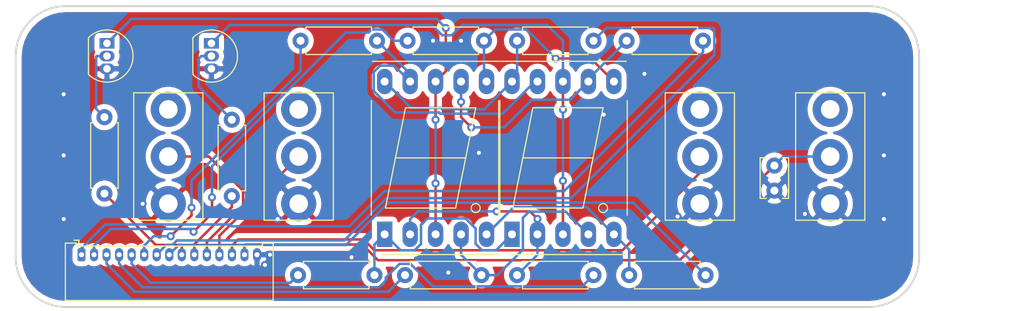
<source format=kicad_pcb>
(kicad_pcb (version 20171130) (host pcbnew "(5.1.6-0-10_14)")

  (general
    (thickness 1.6)
    (drawings 8)
    (tracks 227)
    (zones 0)
    (modules 20)
    (nets 32)
  )

  (page A4)
  (layers
    (0 F.Cu signal)
    (31 B.Cu signal)
    (32 B.Adhes user hide)
    (33 F.Adhes user hide)
    (34 B.Paste user)
    (35 F.Paste user)
    (36 B.SilkS user)
    (37 F.SilkS user)
    (38 B.Mask user)
    (39 F.Mask user)
    (40 Dwgs.User user)
    (41 Cmts.User user)
    (42 Eco1.User user)
    (43 Eco2.User user)
    (44 Edge.Cuts user)
    (45 Margin user)
    (46 B.CrtYd user)
    (47 F.CrtYd user)
    (48 B.Fab user)
    (49 F.Fab user hide)
  )

  (setup
    (last_trace_width 0.25)
    (trace_clearance 0.2)
    (zone_clearance 0.508)
    (zone_45_only no)
    (trace_min 0.2)
    (via_size 0.8)
    (via_drill 0.4)
    (via_min_size 0.4)
    (via_min_drill 0.3)
    (uvia_size 0.3)
    (uvia_drill 0.1)
    (uvias_allowed no)
    (uvia_min_size 0.2)
    (uvia_min_drill 0.1)
    (edge_width 0.1)
    (segment_width 0.2)
    (pcb_text_width 0.3)
    (pcb_text_size 1.5 1.5)
    (mod_edge_width 0.15)
    (mod_text_size 1 1)
    (mod_text_width 0.15)
    (pad_size 1.524 1.524)
    (pad_drill 0.762)
    (pad_to_mask_clearance 0)
    (aux_axis_origin 0 0)
    (grid_origin 39.37 -75.692)
    (visible_elements FFFFFF7F)
    (pcbplotparams
      (layerselection 0x010fc_ffffffff)
      (usegerberextensions false)
      (usegerberattributes true)
      (usegerberadvancedattributes true)
      (creategerberjobfile false)
      (excludeedgelayer true)
      (linewidth 0.100000)
      (plotframeref false)
      (viasonmask false)
      (mode 1)
      (useauxorigin false)
      (hpglpennumber 1)
      (hpglpenspeed 20)
      (hpglpendiameter 15.000000)
      (psnegative false)
      (psa4output false)
      (plotreference true)
      (plotvalue false)
      (plotinvisibletext false)
      (padsonsilk false)
      (subtractmaskfromsilk false)
      (outputformat 1)
      (mirror false)
      (drillshape 0)
      (scaleselection 1)
      (outputdirectory "/Users/nippoo/Dropbox/Projects/LawrenceButton/LawrenceButton/daughterboard_gerbers/"))
  )

  (net 0 "")
  (net 1 NRST)
  (net 2 GND)
  (net 3 B_STOP)
  (net 4 B_NEXT)
  (net 5 B_PREV)
  (net 6 LCD_DIG2CC)
  (net 7 LCD_DIG1CC)
  (net 8 LCD_DP)
  (net 9 LCD_G)
  (net 10 LCD_F)
  (net 11 LCD_E)
  (net 12 LCD_D)
  (net 13 LCD_C)
  (net 14 LCD_B)
  (net 15 LCD_A)
  (net 16 "Net-(R1-Pad1)")
  (net 17 "Net-(R2-Pad1)")
  (net 18 "Net-(R3-Pad1)")
  (net 19 "Net-(R4-Pad1)")
  (net 20 "Net-(R5-Pad1)")
  (net 21 "Net-(R6-Pad1)")
  (net 22 "Net-(R7-Pad1)")
  (net 23 "Net-(R8-Pad1)")
  (net 24 "Net-(SW1-Pad1)")
  (net 25 "Net-(SW2-Pad1)")
  (net 26 "Net-(SW3-Pad1)")
  (net 27 "Net-(SW4-Pad1)")
  (net 28 "Net-(Q1-Pad2)")
  (net 29 "Net-(Q1-Pad1)")
  (net 30 "Net-(Q2-Pad1)")
  (net 31 "Net-(Q2-Pad2)")

  (net_class Default "This is the default net class."
    (clearance 0.2)
    (trace_width 0.25)
    (via_dia 0.8)
    (via_drill 0.4)
    (uvia_dia 0.3)
    (uvia_drill 0.1)
    (add_net B_NEXT)
    (add_net B_PREV)
    (add_net B_STOP)
    (add_net GND)
    (add_net LCD_A)
    (add_net LCD_B)
    (add_net LCD_C)
    (add_net LCD_D)
    (add_net LCD_DIG1CC)
    (add_net LCD_DIG2CC)
    (add_net LCD_DP)
    (add_net LCD_E)
    (add_net LCD_F)
    (add_net LCD_G)
    (add_net NRST)
    (add_net "Net-(Q1-Pad1)")
    (add_net "Net-(Q1-Pad2)")
    (add_net "Net-(Q2-Pad1)")
    (add_net "Net-(Q2-Pad2)")
    (add_net "Net-(R1-Pad1)")
    (add_net "Net-(R2-Pad1)")
    (add_net "Net-(R3-Pad1)")
    (add_net "Net-(R4-Pad1)")
    (add_net "Net-(R5-Pad1)")
    (add_net "Net-(R6-Pad1)")
    (add_net "Net-(R7-Pad1)")
    (add_net "Net-(R8-Pad1)")
    (add_net "Net-(SW1-Pad1)")
    (add_net "Net-(SW2-Pad1)")
    (add_net "Net-(SW3-Pad1)")
    (add_net "Net-(SW4-Pad1)")
  )

  (module Connector_Molex:Molex_PicoBlade_53048-1510_1x15_P1.25mm_Horizontal (layer F.Cu) (tedit 5B783024) (tstamp 60071766)
    (at -43.434 -13.208)
    (descr "Molex PicoBlade Connector System, 53048-1510, 15 Pins per row (http://www.molex.com/pdm_docs/sd/530480210_sd.pdf), generated with kicad-footprint-generator")
    (tags "connector Molex PicoBlade top entry")
    (path /60064439)
    (fp_text reference J1 (at 8.75 -1.95) (layer F.SilkS) hide
      (effects (font (size 1 1) (thickness 0.15)))
    )
    (fp_text value Conn_01x15 (at 8.75 5.65) (layer F.Fab)
      (effects (font (size 1 1) (thickness 0.15)))
    )
    (fp_line (start -0.25 -1.15) (end -0.25 -1.45) (layer F.SilkS) (width 0.12))
    (fp_line (start -0.25 -1.45) (end -0.75 -1.45) (layer F.SilkS) (width 0.12))
    (fp_line (start -0.5 -0.75) (end 0 -0.042893) (layer F.Fab) (width 0.1))
    (fp_line (start 0 -0.042893) (end 0.5 -0.75) (layer F.Fab) (width 0.1))
    (fp_line (start 8.75 -1.25) (end -0.15 -1.25) (layer F.CrtYd) (width 0.05))
    (fp_line (start -0.15 -1.25) (end -0.15 -1.55) (layer F.CrtYd) (width 0.05))
    (fp_line (start -0.15 -1.55) (end -2 -1.55) (layer F.CrtYd) (width 0.05))
    (fp_line (start -2 -1.55) (end -2 4.95) (layer F.CrtYd) (width 0.05))
    (fp_line (start -2 4.95) (end 8.75 4.95) (layer F.CrtYd) (width 0.05))
    (fp_line (start 8.75 -1.25) (end 17.65 -1.25) (layer F.CrtYd) (width 0.05))
    (fp_line (start 17.65 -1.25) (end 17.65 -1.55) (layer F.CrtYd) (width 0.05))
    (fp_line (start 17.65 -1.55) (end 19.5 -1.55) (layer F.CrtYd) (width 0.05))
    (fp_line (start 19.5 -1.55) (end 19.5 4.95) (layer F.CrtYd) (width 0.05))
    (fp_line (start 19.5 4.95) (end 8.75 4.95) (layer F.CrtYd) (width 0.05))
    (fp_line (start 8.75 -0.75) (end -0.65 -0.75) (layer F.Fab) (width 0.1))
    (fp_line (start -0.65 -0.75) (end -0.65 -1.05) (layer F.Fab) (width 0.1))
    (fp_line (start -0.65 -1.05) (end -1.5 -1.05) (layer F.Fab) (width 0.1))
    (fp_line (start -1.5 -1.05) (end -1.5 4.45) (layer F.Fab) (width 0.1))
    (fp_line (start -1.5 4.45) (end 8.75 4.45) (layer F.Fab) (width 0.1))
    (fp_line (start 8.75 -0.75) (end 18.15 -0.75) (layer F.Fab) (width 0.1))
    (fp_line (start 18.15 -0.75) (end 18.15 -1.05) (layer F.Fab) (width 0.1))
    (fp_line (start 18.15 -1.05) (end 19 -1.05) (layer F.Fab) (width 0.1))
    (fp_line (start 19 -1.05) (end 19 4.45) (layer F.Fab) (width 0.1))
    (fp_line (start 19 4.45) (end 8.75 4.45) (layer F.Fab) (width 0.1))
    (fp_line (start 8.75 -0.86) (end -0.54 -0.86) (layer F.SilkS) (width 0.12))
    (fp_line (start -0.54 -0.86) (end -0.54 -1.16) (layer F.SilkS) (width 0.12))
    (fp_line (start -0.54 -1.16) (end -1.61 -1.16) (layer F.SilkS) (width 0.12))
    (fp_line (start -1.61 -1.16) (end -1.61 4.56) (layer F.SilkS) (width 0.12))
    (fp_line (start -1.61 4.56) (end 8.75 4.56) (layer F.SilkS) (width 0.12))
    (fp_line (start 8.75 -0.86) (end 18.04 -0.86) (layer F.SilkS) (width 0.12))
    (fp_line (start 18.04 -0.86) (end 18.04 -1.16) (layer F.SilkS) (width 0.12))
    (fp_line (start 18.04 -1.16) (end 19.11 -1.16) (layer F.SilkS) (width 0.12))
    (fp_line (start 19.11 -1.16) (end 19.11 4.56) (layer F.SilkS) (width 0.12))
    (fp_line (start 19.11 4.56) (end 8.75 4.56) (layer F.SilkS) (width 0.12))
    (fp_text user %R (at 8.75 3.75) (layer F.Fab)
      (effects (font (size 1 1) (thickness 0.15)))
    )
    (pad 15 thru_hole oval (at 17.5 0) (size 0.8 1.3) (drill 0.5) (layers *.Cu *.Mask)
      (net 2 GND))
    (pad 14 thru_hole oval (at 16.25 0) (size 0.8 1.3) (drill 0.5) (layers *.Cu *.Mask)
      (net 1 NRST))
    (pad 13 thru_hole oval (at 15 0) (size 0.8 1.3) (drill 0.5) (layers *.Cu *.Mask)
      (net 3 B_STOP))
    (pad 12 thru_hole oval (at 13.75 0) (size 0.8 1.3) (drill 0.5) (layers *.Cu *.Mask)
      (net 4 B_NEXT))
    (pad 11 thru_hole oval (at 12.5 0) (size 0.8 1.3) (drill 0.5) (layers *.Cu *.Mask)
      (net 5 B_PREV))
    (pad 10 thru_hole oval (at 11.25 0) (size 0.8 1.3) (drill 0.5) (layers *.Cu *.Mask)
      (net 6 LCD_DIG2CC))
    (pad 9 thru_hole oval (at 10 0) (size 0.8 1.3) (drill 0.5) (layers *.Cu *.Mask)
      (net 7 LCD_DIG1CC))
    (pad 8 thru_hole oval (at 8.75 0) (size 0.8 1.3) (drill 0.5) (layers *.Cu *.Mask)
      (net 8 LCD_DP))
    (pad 7 thru_hole oval (at 7.5 0) (size 0.8 1.3) (drill 0.5) (layers *.Cu *.Mask)
      (net 9 LCD_G))
    (pad 6 thru_hole oval (at 6.25 0) (size 0.8 1.3) (drill 0.5) (layers *.Cu *.Mask)
      (net 10 LCD_F))
    (pad 5 thru_hole oval (at 5 0) (size 0.8 1.3) (drill 0.5) (layers *.Cu *.Mask)
      (net 11 LCD_E))
    (pad 4 thru_hole oval (at 3.75 0) (size 0.8 1.3) (drill 0.5) (layers *.Cu *.Mask)
      (net 12 LCD_D))
    (pad 3 thru_hole oval (at 2.5 0) (size 0.8 1.3) (drill 0.5) (layers *.Cu *.Mask)
      (net 13 LCD_C))
    (pad 2 thru_hole oval (at 1.25 0) (size 0.8 1.3) (drill 0.5) (layers *.Cu *.Mask)
      (net 14 LCD_B))
    (pad 1 thru_hole roundrect (at 0 0) (size 0.8 1.3) (drill 0.5) (layers *.Cu *.Mask) (roundrect_rratio 0.25)
      (net 15 LCD_A))
    (model ${KISYS3DMOD}/Connector_Molex.3dshapes/Molex_PicoBlade_53048-1510_1x15_P1.25mm_Horizontal.wrl
      (at (xyz 0 0 0))
      (scale (xyz 1 1 1))
      (rotate (xyz 0 0 0))
    )
  )

  (module Display_7Segment:7SegmentLED_LTS6760_LTS6780 (layer F.Cu) (tedit 5D86971C) (tstamp 6007306C)
    (at -13.208 -15.24 90)
    (descr "7-Segment Display, LTS67x0, http://optoelectronics.liteon.com/upload/download/DS30-2001-355/S6760jd.pdf")
    (tags "7Segment LED LTS6760 LTS6780")
    (path /60F82FF5)
    (fp_text reference U1 (at 7.62 -2.42 90) (layer F.SilkS) hide
      (effects (font (size 1 1) (thickness 0.15)))
    )
    (fp_text value LA-601VL (at 7.62 12.58 90) (layer F.Fab)
      (effects (font (size 1 1) (thickness 0.15)))
    )
    (fp_line (start -0.905 -1.22) (end 17.145 -1.22) (layer F.Fab) (width 0.1))
    (fp_circle (center 2.62 9.08) (end 3.067214 9.08) (layer F.SilkS) (width 0.12))
    (fp_line (start 12.62 2.08) (end 12.62 9.08) (layer F.SilkS) (width 0.12))
    (fp_line (start 7.62 8.08) (end 7.62 1.08) (layer F.SilkS) (width 0.12))
    (fp_line (start 12.62 9.08) (end 7.62 8.08) (layer F.SilkS) (width 0.12))
    (fp_line (start 2.62 7.08) (end 7.62 8.08) (layer F.SilkS) (width 0.12))
    (fp_line (start 2.62 0.08) (end 2.62 7.08) (layer F.SilkS) (width 0.12))
    (fp_line (start 7.62 1.08) (end 2.62 0.08) (layer F.SilkS) (width 0.12))
    (fp_line (start 12.62 2.08) (end 7.62 1.08) (layer F.SilkS) (width 0.12))
    (fp_line (start -1.905 11.38) (end 17.145 11.38) (layer F.Fab) (width 0.1))
    (fp_line (start -1.905 -0.22) (end -1.905 11.38) (layer F.Fab) (width 0.1))
    (fp_line (start 17.145 11.38) (end 17.145 -1.22) (layer F.Fab) (width 0.1))
    (fp_line (start -0.905 -1.22) (end -1.905 -0.22) (layer F.Fab) (width 0.1))
    (fp_line (start -2.16 11.63) (end 17.4 11.63) (layer F.CrtYd) (width 0.05))
    (fp_line (start -2.16 -1.47) (end 17.4 -1.47) (layer F.CrtYd) (width 0.05))
    (fp_line (start 17.4 -1.47) (end 17.4 11.63) (layer F.CrtYd) (width 0.05))
    (fp_line (start -2.16 -1.47) (end -2.16 11.63) (layer F.CrtYd) (width 0.05))
    (fp_line (start 17.255 11.38) (end 17.255 -1.22) (layer F.SilkS) (width 0.12))
    (fp_line (start -2.015 -0.22) (end -2.015 11.38) (layer F.SilkS) (width 0.12))
    (fp_line (start 1.905 11.49) (end 13.335 11.49) (layer F.SilkS) (width 0.12))
    (fp_line (start 1.905 -1.33) (end 13.335 -1.33) (layer F.SilkS) (width 0.12))
    (fp_text user %R (at 7.87 5.08 90) (layer F.Fab)
      (effects (font (size 1 1) (thickness 0.15)))
    )
    (pad 1 thru_hole rect (at 0 0) (size 1.524 2.524) (drill 0.8) (layers *.Cu *.Mask)
      (net 20 "Net-(R5-Pad1)"))
    (pad 2 thru_hole oval (at 0 2.54) (size 1.524 2.524) (drill 0.8) (layers *.Cu *.Mask)
      (net 19 "Net-(R4-Pad1)"))
    (pad 3 thru_hole oval (at 0 5.08) (size 1.524 2.524) (drill 0.8) (layers *.Cu *.Mask)
      (net 29 "Net-(Q1-Pad1)"))
    (pad 4 thru_hole oval (at 0 7.62) (size 1.524 2.524) (drill 0.8) (layers *.Cu *.Mask)
      (net 18 "Net-(R3-Pad1)"))
    (pad 5 thru_hole oval (at 0 10.16) (size 1.524 2.524) (drill 0.8) (layers *.Cu *.Mask)
      (net 23 "Net-(R8-Pad1)"))
    (pad 6 thru_hole oval (at 15.24 10.16) (size 1.524 2.524) (drill 0.8) (layers *.Cu *.Mask)
      (net 17 "Net-(R2-Pad1)"))
    (pad 7 thru_hole oval (at 15.24 7.62) (size 1.524 2.524) (drill 0.8) (layers *.Cu *.Mask)
      (net 16 "Net-(R1-Pad1)"))
    (pad 8 thru_hole oval (at 15.24 5.08) (size 1.524 2.524) (drill 0.8) (layers *.Cu *.Mask)
      (net 29 "Net-(Q1-Pad1)"))
    (pad 9 thru_hole oval (at 15.24 2.54) (size 1.524 2.524) (drill 0.8) (layers *.Cu *.Mask)
      (net 21 "Net-(R6-Pad1)"))
    (pad 10 thru_hole oval (at 15.24 0) (size 1.524 2.524) (drill 0.8) (layers *.Cu *.Mask)
      (net 22 "Net-(R7-Pad1)"))
    (model ${KISYS3DMOD}/Display_7Segment.3dshapes/7SegmentLED_LTS6760_LTS6780.wrl
      (at (xyz 0 0 0))
      (scale (xyz 1 1 1))
      (rotate (xyz 0 0 0))
    )
  )

  (module Resistor_THT:R_Axial_DIN0207_L6.3mm_D2.5mm_P7.62mm_Horizontal (layer F.Cu) (tedit 5AE5139B) (tstamp 60072B58)
    (at 10.922 -34.544)
    (descr "Resistor, Axial_DIN0207 series, Axial, Horizontal, pin pitch=7.62mm, 0.25W = 1/4W, length*diameter=6.3*2.5mm^2, http://cdn-reichelt.de/documents/datenblatt/B400/1_4W%23YAG.pdf")
    (tags "Resistor Axial_DIN0207 series Axial Horizontal pin pitch 7.62mm 0.25W = 1/4W length 6.3mm diameter 2.5mm")
    (path /60F8306B)
    (fp_text reference R1 (at 3.81 -2.37) (layer F.SilkS) hide
      (effects (font (size 1 1) (thickness 0.15)))
    )
    (fp_text value 180R (at 3.81 2.37) (layer F.Fab)
      (effects (font (size 1 1) (thickness 0.15)))
    )
    (fp_line (start 0.66 -1.25) (end 0.66 1.25) (layer F.Fab) (width 0.1))
    (fp_line (start 0.66 1.25) (end 6.96 1.25) (layer F.Fab) (width 0.1))
    (fp_line (start 6.96 1.25) (end 6.96 -1.25) (layer F.Fab) (width 0.1))
    (fp_line (start 6.96 -1.25) (end 0.66 -1.25) (layer F.Fab) (width 0.1))
    (fp_line (start 0 0) (end 0.66 0) (layer F.Fab) (width 0.1))
    (fp_line (start 7.62 0) (end 6.96 0) (layer F.Fab) (width 0.1))
    (fp_line (start 0.54 -1.04) (end 0.54 -1.37) (layer F.SilkS) (width 0.12))
    (fp_line (start 0.54 -1.37) (end 7.08 -1.37) (layer F.SilkS) (width 0.12))
    (fp_line (start 7.08 -1.37) (end 7.08 -1.04) (layer F.SilkS) (width 0.12))
    (fp_line (start 0.54 1.04) (end 0.54 1.37) (layer F.SilkS) (width 0.12))
    (fp_line (start 0.54 1.37) (end 7.08 1.37) (layer F.SilkS) (width 0.12))
    (fp_line (start 7.08 1.37) (end 7.08 1.04) (layer F.SilkS) (width 0.12))
    (fp_line (start -1.05 -1.5) (end -1.05 1.5) (layer F.CrtYd) (width 0.05))
    (fp_line (start -1.05 1.5) (end 8.67 1.5) (layer F.CrtYd) (width 0.05))
    (fp_line (start 8.67 1.5) (end 8.67 -1.5) (layer F.CrtYd) (width 0.05))
    (fp_line (start 8.67 -1.5) (end -1.05 -1.5) (layer F.CrtYd) (width 0.05))
    (fp_text user %R (at 3.81 0) (layer F.Fab)
      (effects (font (size 1 1) (thickness 0.15)))
    )
    (pad 2 thru_hole oval (at 7.62 0) (size 1.6 1.6) (drill 0.8) (layers *.Cu *.Mask)
      (net 15 LCD_A))
    (pad 1 thru_hole circle (at 0 0) (size 1.6 1.6) (drill 0.8) (layers *.Cu *.Mask)
      (net 16 "Net-(R1-Pad1)"))
    (model ${KISYS3DMOD}/Resistor_THT.3dshapes/R_Axial_DIN0207_L6.3mm_D2.5mm_P7.62mm_Horizontal.wrl
      (at (xyz 0 0 0))
      (scale (xyz 1 1 1))
      (rotate (xyz 0 0 0))
    )
  )

  (module Resistor_THT:R_Axial_DIN0207_L6.3mm_D2.5mm_P7.62mm_Horizontal (layer F.Cu) (tedit 5AE5139B) (tstamp 60072EA9)
    (at -3.302 -34.544 180)
    (descr "Resistor, Axial_DIN0207 series, Axial, Horizontal, pin pitch=7.62mm, 0.25W = 1/4W, length*diameter=6.3*2.5mm^2, http://cdn-reichelt.de/documents/datenblatt/B400/1_4W%23YAG.pdf")
    (tags "Resistor Axial_DIN0207 series Axial Horizontal pin pitch 7.62mm 0.25W = 1/4W length 6.3mm diameter 2.5mm")
    (path /60F83071)
    (fp_text reference R2 (at 3.81 -2.37) (layer F.SilkS) hide
      (effects (font (size 1 1) (thickness 0.15)))
    )
    (fp_text value 180R (at 3.81 2.37) (layer F.Fab)
      (effects (font (size 1 1) (thickness 0.15)))
    )
    (fp_line (start 0.66 -1.25) (end 0.66 1.25) (layer F.Fab) (width 0.1))
    (fp_line (start 0.66 1.25) (end 6.96 1.25) (layer F.Fab) (width 0.1))
    (fp_line (start 6.96 1.25) (end 6.96 -1.25) (layer F.Fab) (width 0.1))
    (fp_line (start 6.96 -1.25) (end 0.66 -1.25) (layer F.Fab) (width 0.1))
    (fp_line (start 0 0) (end 0.66 0) (layer F.Fab) (width 0.1))
    (fp_line (start 7.62 0) (end 6.96 0) (layer F.Fab) (width 0.1))
    (fp_line (start 0.54 -1.04) (end 0.54 -1.37) (layer F.SilkS) (width 0.12))
    (fp_line (start 0.54 -1.37) (end 7.08 -1.37) (layer F.SilkS) (width 0.12))
    (fp_line (start 7.08 -1.37) (end 7.08 -1.04) (layer F.SilkS) (width 0.12))
    (fp_line (start 0.54 1.04) (end 0.54 1.37) (layer F.SilkS) (width 0.12))
    (fp_line (start 0.54 1.37) (end 7.08 1.37) (layer F.SilkS) (width 0.12))
    (fp_line (start 7.08 1.37) (end 7.08 1.04) (layer F.SilkS) (width 0.12))
    (fp_line (start -1.05 -1.5) (end -1.05 1.5) (layer F.CrtYd) (width 0.05))
    (fp_line (start -1.05 1.5) (end 8.67 1.5) (layer F.CrtYd) (width 0.05))
    (fp_line (start 8.67 1.5) (end 8.67 -1.5) (layer F.CrtYd) (width 0.05))
    (fp_line (start 8.67 -1.5) (end -1.05 -1.5) (layer F.CrtYd) (width 0.05))
    (fp_text user %R (at 3.81 0) (layer F.Fab)
      (effects (font (size 1 1) (thickness 0.15)))
    )
    (pad 2 thru_hole oval (at 7.62 0 180) (size 1.6 1.6) (drill 0.8) (layers *.Cu *.Mask)
      (net 14 LCD_B))
    (pad 1 thru_hole circle (at 0 0 180) (size 1.6 1.6) (drill 0.8) (layers *.Cu *.Mask)
      (net 17 "Net-(R2-Pad1)"))
    (model ${KISYS3DMOD}/Resistor_THT.3dshapes/R_Axial_DIN0207_L6.3mm_D2.5mm_P7.62mm_Horizontal.wrl
      (at (xyz 0 0 0))
      (scale (xyz 1 1 1))
      (rotate (xyz 0 0 0))
    )
  )

  (module Resistor_THT:R_Axial_DIN0207_L6.3mm_D2.5mm_P7.62mm_Horizontal (layer F.Cu) (tedit 5AE5139B) (tstamp 60072CFF)
    (at -3.556 -11.176 180)
    (descr "Resistor, Axial_DIN0207 series, Axial, Horizontal, pin pitch=7.62mm, 0.25W = 1/4W, length*diameter=6.3*2.5mm^2, http://cdn-reichelt.de/documents/datenblatt/B400/1_4W%23YAG.pdf")
    (tags "Resistor Axial_DIN0207 series Axial Horizontal pin pitch 7.62mm 0.25W = 1/4W length 6.3mm diameter 2.5mm")
    (path /60F83077)
    (fp_text reference R3 (at 3.81 -2.37) (layer F.SilkS) hide
      (effects (font (size 1 1) (thickness 0.15)))
    )
    (fp_text value 180R (at 3.81 2.37) (layer F.Fab)
      (effects (font (size 1 1) (thickness 0.15)))
    )
    (fp_line (start 0.66 -1.25) (end 0.66 1.25) (layer F.Fab) (width 0.1))
    (fp_line (start 0.66 1.25) (end 6.96 1.25) (layer F.Fab) (width 0.1))
    (fp_line (start 6.96 1.25) (end 6.96 -1.25) (layer F.Fab) (width 0.1))
    (fp_line (start 6.96 -1.25) (end 0.66 -1.25) (layer F.Fab) (width 0.1))
    (fp_line (start 0 0) (end 0.66 0) (layer F.Fab) (width 0.1))
    (fp_line (start 7.62 0) (end 6.96 0) (layer F.Fab) (width 0.1))
    (fp_line (start 0.54 -1.04) (end 0.54 -1.37) (layer F.SilkS) (width 0.12))
    (fp_line (start 0.54 -1.37) (end 7.08 -1.37) (layer F.SilkS) (width 0.12))
    (fp_line (start 7.08 -1.37) (end 7.08 -1.04) (layer F.SilkS) (width 0.12))
    (fp_line (start 0.54 1.04) (end 0.54 1.37) (layer F.SilkS) (width 0.12))
    (fp_line (start 0.54 1.37) (end 7.08 1.37) (layer F.SilkS) (width 0.12))
    (fp_line (start 7.08 1.37) (end 7.08 1.04) (layer F.SilkS) (width 0.12))
    (fp_line (start -1.05 -1.5) (end -1.05 1.5) (layer F.CrtYd) (width 0.05))
    (fp_line (start -1.05 1.5) (end 8.67 1.5) (layer F.CrtYd) (width 0.05))
    (fp_line (start 8.67 1.5) (end 8.67 -1.5) (layer F.CrtYd) (width 0.05))
    (fp_line (start 8.67 -1.5) (end -1.05 -1.5) (layer F.CrtYd) (width 0.05))
    (fp_text user %R (at 3.81 0) (layer F.Fab)
      (effects (font (size 1 1) (thickness 0.15)))
    )
    (pad 2 thru_hole oval (at 7.62 0 180) (size 1.6 1.6) (drill 0.8) (layers *.Cu *.Mask)
      (net 13 LCD_C))
    (pad 1 thru_hole circle (at 0 0 180) (size 1.6 1.6) (drill 0.8) (layers *.Cu *.Mask)
      (net 18 "Net-(R3-Pad1)"))
    (model ${KISYS3DMOD}/Resistor_THT.3dshapes/R_Axial_DIN0207_L6.3mm_D2.5mm_P7.62mm_Horizontal.wrl
      (at (xyz 0 0 0))
      (scale (xyz 1 1 1))
      (rotate (xyz 0 0 0))
    )
  )

  (module Resistor_THT:R_Axial_DIN0207_L6.3mm_D2.5mm_P7.62mm_Horizontal (layer F.Cu) (tedit 5AE5139B) (tstamp 60072E67)
    (at 0 -11.176)
    (descr "Resistor, Axial_DIN0207 series, Axial, Horizontal, pin pitch=7.62mm, 0.25W = 1/4W, length*diameter=6.3*2.5mm^2, http://cdn-reichelt.de/documents/datenblatt/B400/1_4W%23YAG.pdf")
    (tags "Resistor Axial_DIN0207 series Axial Horizontal pin pitch 7.62mm 0.25W = 1/4W length 6.3mm diameter 2.5mm")
    (path /60F8307D)
    (fp_text reference R4 (at 3.81 -2.37) (layer F.SilkS) hide
      (effects (font (size 1 1) (thickness 0.15)))
    )
    (fp_text value 180R (at 3.81 2.37) (layer F.Fab)
      (effects (font (size 1 1) (thickness 0.15)))
    )
    (fp_line (start 0.66 -1.25) (end 0.66 1.25) (layer F.Fab) (width 0.1))
    (fp_line (start 0.66 1.25) (end 6.96 1.25) (layer F.Fab) (width 0.1))
    (fp_line (start 6.96 1.25) (end 6.96 -1.25) (layer F.Fab) (width 0.1))
    (fp_line (start 6.96 -1.25) (end 0.66 -1.25) (layer F.Fab) (width 0.1))
    (fp_line (start 0 0) (end 0.66 0) (layer F.Fab) (width 0.1))
    (fp_line (start 7.62 0) (end 6.96 0) (layer F.Fab) (width 0.1))
    (fp_line (start 0.54 -1.04) (end 0.54 -1.37) (layer F.SilkS) (width 0.12))
    (fp_line (start 0.54 -1.37) (end 7.08 -1.37) (layer F.SilkS) (width 0.12))
    (fp_line (start 7.08 -1.37) (end 7.08 -1.04) (layer F.SilkS) (width 0.12))
    (fp_line (start 0.54 1.04) (end 0.54 1.37) (layer F.SilkS) (width 0.12))
    (fp_line (start 0.54 1.37) (end 7.08 1.37) (layer F.SilkS) (width 0.12))
    (fp_line (start 7.08 1.37) (end 7.08 1.04) (layer F.SilkS) (width 0.12))
    (fp_line (start -1.05 -1.5) (end -1.05 1.5) (layer F.CrtYd) (width 0.05))
    (fp_line (start -1.05 1.5) (end 8.67 1.5) (layer F.CrtYd) (width 0.05))
    (fp_line (start 8.67 1.5) (end 8.67 -1.5) (layer F.CrtYd) (width 0.05))
    (fp_line (start 8.67 -1.5) (end -1.05 -1.5) (layer F.CrtYd) (width 0.05))
    (fp_text user %R (at 3.81 0) (layer F.Fab)
      (effects (font (size 1 1) (thickness 0.15)))
    )
    (pad 2 thru_hole oval (at 7.62 0) (size 1.6 1.6) (drill 0.8) (layers *.Cu *.Mask)
      (net 12 LCD_D))
    (pad 1 thru_hole circle (at 0 0) (size 1.6 1.6) (drill 0.8) (layers *.Cu *.Mask)
      (net 19 "Net-(R4-Pad1)"))
    (model ${KISYS3DMOD}/Resistor_THT.3dshapes/R_Axial_DIN0207_L6.3mm_D2.5mm_P7.62mm_Horizontal.wrl
      (at (xyz 0 0 0))
      (scale (xyz 1 1 1))
      (rotate (xyz 0 0 0))
    )
  )

  (module Resistor_THT:R_Axial_DIN0207_L6.3mm_D2.5mm_P7.62mm_Horizontal (layer F.Cu) (tedit 5AE5139B) (tstamp 60072EF1)
    (at -14.224 -11.176 180)
    (descr "Resistor, Axial_DIN0207 series, Axial, Horizontal, pin pitch=7.62mm, 0.25W = 1/4W, length*diameter=6.3*2.5mm^2, http://cdn-reichelt.de/documents/datenblatt/B400/1_4W%23YAG.pdf")
    (tags "Resistor Axial_DIN0207 series Axial Horizontal pin pitch 7.62mm 0.25W = 1/4W length 6.3mm diameter 2.5mm")
    (path /60F83083)
    (fp_text reference R5 (at 3.81 -2.37) (layer F.SilkS) hide
      (effects (font (size 1 1) (thickness 0.15)))
    )
    (fp_text value 180R (at 3.81 2.37) (layer F.Fab)
      (effects (font (size 1 1) (thickness 0.15)))
    )
    (fp_line (start 0.66 -1.25) (end 0.66 1.25) (layer F.Fab) (width 0.1))
    (fp_line (start 0.66 1.25) (end 6.96 1.25) (layer F.Fab) (width 0.1))
    (fp_line (start 6.96 1.25) (end 6.96 -1.25) (layer F.Fab) (width 0.1))
    (fp_line (start 6.96 -1.25) (end 0.66 -1.25) (layer F.Fab) (width 0.1))
    (fp_line (start 0 0) (end 0.66 0) (layer F.Fab) (width 0.1))
    (fp_line (start 7.62 0) (end 6.96 0) (layer F.Fab) (width 0.1))
    (fp_line (start 0.54 -1.04) (end 0.54 -1.37) (layer F.SilkS) (width 0.12))
    (fp_line (start 0.54 -1.37) (end 7.08 -1.37) (layer F.SilkS) (width 0.12))
    (fp_line (start 7.08 -1.37) (end 7.08 -1.04) (layer F.SilkS) (width 0.12))
    (fp_line (start 0.54 1.04) (end 0.54 1.37) (layer F.SilkS) (width 0.12))
    (fp_line (start 0.54 1.37) (end 7.08 1.37) (layer F.SilkS) (width 0.12))
    (fp_line (start 7.08 1.37) (end 7.08 1.04) (layer F.SilkS) (width 0.12))
    (fp_line (start -1.05 -1.5) (end -1.05 1.5) (layer F.CrtYd) (width 0.05))
    (fp_line (start -1.05 1.5) (end 8.67 1.5) (layer F.CrtYd) (width 0.05))
    (fp_line (start 8.67 1.5) (end 8.67 -1.5) (layer F.CrtYd) (width 0.05))
    (fp_line (start 8.67 -1.5) (end -1.05 -1.5) (layer F.CrtYd) (width 0.05))
    (fp_text user %R (at 3.81 0) (layer F.Fab)
      (effects (font (size 1 1) (thickness 0.15)))
    )
    (pad 2 thru_hole oval (at 7.62 0 180) (size 1.6 1.6) (drill 0.8) (layers *.Cu *.Mask)
      (net 11 LCD_E))
    (pad 1 thru_hole circle (at 0 0 180) (size 1.6 1.6) (drill 0.8) (layers *.Cu *.Mask)
      (net 20 "Net-(R5-Pad1)"))
    (model ${KISYS3DMOD}/Resistor_THT.3dshapes/R_Axial_DIN0207_L6.3mm_D2.5mm_P7.62mm_Horizontal.wrl
      (at (xyz 0 0 0))
      (scale (xyz 1 1 1))
      (rotate (xyz 0 0 0))
    )
  )

  (module Resistor_THT:R_Axial_DIN0207_L6.3mm_D2.5mm_P7.62mm_Horizontal (layer F.Cu) (tedit 5AE5139B) (tstamp 60072F33)
    (at -13.97 -34.544 180)
    (descr "Resistor, Axial_DIN0207 series, Axial, Horizontal, pin pitch=7.62mm, 0.25W = 1/4W, length*diameter=6.3*2.5mm^2, http://cdn-reichelt.de/documents/datenblatt/B400/1_4W%23YAG.pdf")
    (tags "Resistor Axial_DIN0207 series Axial Horizontal pin pitch 7.62mm 0.25W = 1/4W length 6.3mm diameter 2.5mm")
    (path /60F83089)
    (fp_text reference R6 (at 3.81 -2.37) (layer F.SilkS) hide
      (effects (font (size 1 1) (thickness 0.15)))
    )
    (fp_text value 180R (at 3.81 2.37) (layer F.Fab)
      (effects (font (size 1 1) (thickness 0.15)))
    )
    (fp_line (start 0.66 -1.25) (end 0.66 1.25) (layer F.Fab) (width 0.1))
    (fp_line (start 0.66 1.25) (end 6.96 1.25) (layer F.Fab) (width 0.1))
    (fp_line (start 6.96 1.25) (end 6.96 -1.25) (layer F.Fab) (width 0.1))
    (fp_line (start 6.96 -1.25) (end 0.66 -1.25) (layer F.Fab) (width 0.1))
    (fp_line (start 0 0) (end 0.66 0) (layer F.Fab) (width 0.1))
    (fp_line (start 7.62 0) (end 6.96 0) (layer F.Fab) (width 0.1))
    (fp_line (start 0.54 -1.04) (end 0.54 -1.37) (layer F.SilkS) (width 0.12))
    (fp_line (start 0.54 -1.37) (end 7.08 -1.37) (layer F.SilkS) (width 0.12))
    (fp_line (start 7.08 -1.37) (end 7.08 -1.04) (layer F.SilkS) (width 0.12))
    (fp_line (start 0.54 1.04) (end 0.54 1.37) (layer F.SilkS) (width 0.12))
    (fp_line (start 0.54 1.37) (end 7.08 1.37) (layer F.SilkS) (width 0.12))
    (fp_line (start 7.08 1.37) (end 7.08 1.04) (layer F.SilkS) (width 0.12))
    (fp_line (start -1.05 -1.5) (end -1.05 1.5) (layer F.CrtYd) (width 0.05))
    (fp_line (start -1.05 1.5) (end 8.67 1.5) (layer F.CrtYd) (width 0.05))
    (fp_line (start 8.67 1.5) (end 8.67 -1.5) (layer F.CrtYd) (width 0.05))
    (fp_line (start 8.67 -1.5) (end -1.05 -1.5) (layer F.CrtYd) (width 0.05))
    (fp_text user %R (at 3.81 0) (layer F.Fab)
      (effects (font (size 1 1) (thickness 0.15)))
    )
    (pad 2 thru_hole oval (at 7.62 0 180) (size 1.6 1.6) (drill 0.8) (layers *.Cu *.Mask)
      (net 10 LCD_F))
    (pad 1 thru_hole circle (at 0 0 180) (size 1.6 1.6) (drill 0.8) (layers *.Cu *.Mask)
      (net 21 "Net-(R6-Pad1)"))
    (model ${KISYS3DMOD}/Resistor_THT.3dshapes/R_Axial_DIN0207_L6.3mm_D2.5mm_P7.62mm_Horizontal.wrl
      (at (xyz 0 0 0))
      (scale (xyz 1 1 1))
      (rotate (xyz 0 0 0))
    )
  )

  (module Resistor_THT:R_Axial_DIN0207_L6.3mm_D2.5mm_P7.62mm_Horizontal (layer F.Cu) (tedit 5AE5139B) (tstamp 60072BC1)
    (at 0 -34.544)
    (descr "Resistor, Axial_DIN0207 series, Axial, Horizontal, pin pitch=7.62mm, 0.25W = 1/4W, length*diameter=6.3*2.5mm^2, http://cdn-reichelt.de/documents/datenblatt/B400/1_4W%23YAG.pdf")
    (tags "Resistor Axial_DIN0207 series Axial Horizontal pin pitch 7.62mm 0.25W = 1/4W length 6.3mm diameter 2.5mm")
    (path /60F8308F)
    (fp_text reference R7 (at 3.81 -2.37) (layer F.SilkS) hide
      (effects (font (size 1 1) (thickness 0.15)))
    )
    (fp_text value 180R (at 3.81 2.37) (layer F.Fab)
      (effects (font (size 1 1) (thickness 0.15)))
    )
    (fp_line (start 0.66 -1.25) (end 0.66 1.25) (layer F.Fab) (width 0.1))
    (fp_line (start 0.66 1.25) (end 6.96 1.25) (layer F.Fab) (width 0.1))
    (fp_line (start 6.96 1.25) (end 6.96 -1.25) (layer F.Fab) (width 0.1))
    (fp_line (start 6.96 -1.25) (end 0.66 -1.25) (layer F.Fab) (width 0.1))
    (fp_line (start 0 0) (end 0.66 0) (layer F.Fab) (width 0.1))
    (fp_line (start 7.62 0) (end 6.96 0) (layer F.Fab) (width 0.1))
    (fp_line (start 0.54 -1.04) (end 0.54 -1.37) (layer F.SilkS) (width 0.12))
    (fp_line (start 0.54 -1.37) (end 7.08 -1.37) (layer F.SilkS) (width 0.12))
    (fp_line (start 7.08 -1.37) (end 7.08 -1.04) (layer F.SilkS) (width 0.12))
    (fp_line (start 0.54 1.04) (end 0.54 1.37) (layer F.SilkS) (width 0.12))
    (fp_line (start 0.54 1.37) (end 7.08 1.37) (layer F.SilkS) (width 0.12))
    (fp_line (start 7.08 1.37) (end 7.08 1.04) (layer F.SilkS) (width 0.12))
    (fp_line (start -1.05 -1.5) (end -1.05 1.5) (layer F.CrtYd) (width 0.05))
    (fp_line (start -1.05 1.5) (end 8.67 1.5) (layer F.CrtYd) (width 0.05))
    (fp_line (start 8.67 1.5) (end 8.67 -1.5) (layer F.CrtYd) (width 0.05))
    (fp_line (start 8.67 -1.5) (end -1.05 -1.5) (layer F.CrtYd) (width 0.05))
    (fp_text user %R (at 3.81 0) (layer F.Fab)
      (effects (font (size 1 1) (thickness 0.15)))
    )
    (pad 2 thru_hole oval (at 7.62 0) (size 1.6 1.6) (drill 0.8) (layers *.Cu *.Mask)
      (net 9 LCD_G))
    (pad 1 thru_hole circle (at 0 0) (size 1.6 1.6) (drill 0.8) (layers *.Cu *.Mask)
      (net 22 "Net-(R7-Pad1)"))
    (model ${KISYS3DMOD}/Resistor_THT.3dshapes/R_Axial_DIN0207_L6.3mm_D2.5mm_P7.62mm_Horizontal.wrl
      (at (xyz 0 0 0))
      (scale (xyz 1 1 1))
      (rotate (xyz 0 0 0))
    )
  )

  (module Resistor_THT:R_Axial_DIN0207_L6.3mm_D2.5mm_P7.62mm_Horizontal (layer F.Cu) (tedit 5AE5139B) (tstamp 60072C5D)
    (at 11.176 -11.176)
    (descr "Resistor, Axial_DIN0207 series, Axial, Horizontal, pin pitch=7.62mm, 0.25W = 1/4W, length*diameter=6.3*2.5mm^2, http://cdn-reichelt.de/documents/datenblatt/B400/1_4W%23YAG.pdf")
    (tags "Resistor Axial_DIN0207 series Axial Horizontal pin pitch 7.62mm 0.25W = 1/4W length 6.3mm diameter 2.5mm")
    (path /60F83095)
    (fp_text reference R8 (at 3.81 -2.37) (layer F.SilkS) hide
      (effects (font (size 1 1) (thickness 0.15)))
    )
    (fp_text value 180R (at 3.81 2.37) (layer F.Fab)
      (effects (font (size 1 1) (thickness 0.15)))
    )
    (fp_line (start 0.66 -1.25) (end 0.66 1.25) (layer F.Fab) (width 0.1))
    (fp_line (start 0.66 1.25) (end 6.96 1.25) (layer F.Fab) (width 0.1))
    (fp_line (start 6.96 1.25) (end 6.96 -1.25) (layer F.Fab) (width 0.1))
    (fp_line (start 6.96 -1.25) (end 0.66 -1.25) (layer F.Fab) (width 0.1))
    (fp_line (start 0 0) (end 0.66 0) (layer F.Fab) (width 0.1))
    (fp_line (start 7.62 0) (end 6.96 0) (layer F.Fab) (width 0.1))
    (fp_line (start 0.54 -1.04) (end 0.54 -1.37) (layer F.SilkS) (width 0.12))
    (fp_line (start 0.54 -1.37) (end 7.08 -1.37) (layer F.SilkS) (width 0.12))
    (fp_line (start 7.08 -1.37) (end 7.08 -1.04) (layer F.SilkS) (width 0.12))
    (fp_line (start 0.54 1.04) (end 0.54 1.37) (layer F.SilkS) (width 0.12))
    (fp_line (start 0.54 1.37) (end 7.08 1.37) (layer F.SilkS) (width 0.12))
    (fp_line (start 7.08 1.37) (end 7.08 1.04) (layer F.SilkS) (width 0.12))
    (fp_line (start -1.05 -1.5) (end -1.05 1.5) (layer F.CrtYd) (width 0.05))
    (fp_line (start -1.05 1.5) (end 8.67 1.5) (layer F.CrtYd) (width 0.05))
    (fp_line (start 8.67 1.5) (end 8.67 -1.5) (layer F.CrtYd) (width 0.05))
    (fp_line (start 8.67 -1.5) (end -1.05 -1.5) (layer F.CrtYd) (width 0.05))
    (fp_text user %R (at 3.81 0) (layer F.Fab)
      (effects (font (size 1 1) (thickness 0.15)))
    )
    (pad 2 thru_hole oval (at 7.62 0) (size 1.6 1.6) (drill 0.8) (layers *.Cu *.Mask)
      (net 8 LCD_DP))
    (pad 1 thru_hole circle (at 0 0) (size 1.6 1.6) (drill 0.8) (layers *.Cu *.Mask)
      (net 23 "Net-(R8-Pad1)"))
    (model ${KISYS3DMOD}/Resistor_THT.3dshapes/R_Axial_DIN0207_L6.3mm_D2.5mm_P7.62mm_Horizontal.wrl
      (at (xyz 0 0 0))
      (scale (xyz 1 1 1))
      (rotate (xyz 0 0 0))
    )
  )

  (module "maxlibrary:SPDT Push Switch RS 734-6788" (layer F.Cu) (tedit 60062955) (tstamp 60072FA5)
    (at -34.778 -23)
    (path /60F82FC1)
    (fp_text reference SW1 (at -0.02 8.268) (layer F.SilkS) hide
      (effects (font (size 1 1) (thickness 0.15)))
    )
    (fp_text value SW_Push_SPDT (at 0 -3.81) (layer F.Fab)
      (effects (font (size 1 1) (thickness 0.15)))
    )
    (fp_line (start -3.45 -6.35) (end 3.45 -6.35) (layer F.SilkS) (width 0.12))
    (fp_line (start 3.45 6.35) (end -3.45 6.35) (layer F.SilkS) (width 0.12))
    (fp_line (start -3.45 -6.35) (end -3.45 6.35) (layer F.SilkS) (width 0.12))
    (fp_line (start 3.45 -6.35) (end 3.45 6.35) (layer F.SilkS) (width 0.12))
    (pad 3 thru_hole circle (at 0 4.7) (size 3.5 3.5) (drill 1.85) (layers *.Cu *.Mask)
      (net 2 GND))
    (pad 2 thru_hole circle (at 0 0) (size 3.5 3.5) (drill 1.85) (layers *.Cu *.Mask)
      (net 5 B_PREV))
    (pad 1 thru_hole circle (at 0 -4.7) (size 3.5 3.5) (drill 1.85) (layers *.Cu *.Mask)
      (net 24 "Net-(SW1-Pad1)"))
  )

  (module "maxlibrary:SPDT Push Switch RS 734-6788" (layer F.Cu) (tedit 60062955) (tstamp 60072FC3)
    (at -21.778 -23)
    (path /60F82FC7)
    (fp_text reference SW2 (at 0 12.7) (layer F.SilkS) hide
      (effects (font (size 1 1) (thickness 0.15)))
    )
    (fp_text value SW_Push_SPDT (at 0 -3.81) (layer F.Fab)
      (effects (font (size 1 1) (thickness 0.15)))
    )
    (fp_line (start -3.45 -6.35) (end 3.45 -6.35) (layer F.SilkS) (width 0.12))
    (fp_line (start 3.45 6.35) (end -3.45 6.35) (layer F.SilkS) (width 0.12))
    (fp_line (start -3.45 -6.35) (end -3.45 6.35) (layer F.SilkS) (width 0.12))
    (fp_line (start 3.45 -6.35) (end 3.45 6.35) (layer F.SilkS) (width 0.12))
    (pad 3 thru_hole circle (at 0 4.7) (size 3.5 3.5) (drill 1.85) (layers *.Cu *.Mask)
      (net 2 GND))
    (pad 2 thru_hole circle (at 0 0) (size 3.5 3.5) (drill 1.85) (layers *.Cu *.Mask)
      (net 4 B_NEXT))
    (pad 1 thru_hole circle (at 0 -4.7) (size 3.5 3.5) (drill 1.85) (layers *.Cu *.Mask)
      (net 25 "Net-(SW2-Pad1)"))
  )

  (module "maxlibrary:SPDT Push Switch RS 734-6788" (layer F.Cu) (tedit 60062955) (tstamp 60072C0C)
    (at 18.222 -23)
    (path /60F82FCD)
    (fp_text reference SW3 (at 0 12.7) (layer F.SilkS) hide
      (effects (font (size 1 1) (thickness 0.15)))
    )
    (fp_text value SW_Push_SPDT (at 0 -3.81) (layer F.Fab)
      (effects (font (size 1 1) (thickness 0.15)))
    )
    (fp_line (start -3.45 -6.35) (end 3.45 -6.35) (layer F.SilkS) (width 0.12))
    (fp_line (start 3.45 6.35) (end -3.45 6.35) (layer F.SilkS) (width 0.12))
    (fp_line (start -3.45 -6.35) (end -3.45 6.35) (layer F.SilkS) (width 0.12))
    (fp_line (start 3.45 -6.35) (end 3.45 6.35) (layer F.SilkS) (width 0.12))
    (pad 3 thru_hole circle (at 0 4.7) (size 3.5 3.5) (drill 1.85) (layers *.Cu *.Mask)
      (net 2 GND))
    (pad 2 thru_hole circle (at 0 0) (size 3.5 3.5) (drill 1.85) (layers *.Cu *.Mask)
      (net 3 B_STOP))
    (pad 1 thru_hole circle (at 0 -4.7) (size 3.5 3.5) (drill 1.85) (layers *.Cu *.Mask)
      (net 26 "Net-(SW3-Pad1)"))
  )

  (module "maxlibrary:SPDT Push Switch RS 734-6788" (layer F.Cu) (tedit 60062955) (tstamp 60072AD1)
    (at 31.222 -23)
    (path /60F82FD3)
    (fp_text reference SW4 (at 0 12.7) (layer F.SilkS) hide
      (effects (font (size 1 1) (thickness 0.15)))
    )
    (fp_text value SW_Push_SPDT (at 0 -3.81) (layer F.Fab)
      (effects (font (size 1 1) (thickness 0.15)))
    )
    (fp_line (start -3.45 -6.35) (end 3.45 -6.35) (layer F.SilkS) (width 0.12))
    (fp_line (start 3.45 6.35) (end -3.45 6.35) (layer F.SilkS) (width 0.12))
    (fp_line (start -3.45 -6.35) (end -3.45 6.35) (layer F.SilkS) (width 0.12))
    (fp_line (start 3.45 -6.35) (end 3.45 6.35) (layer F.SilkS) (width 0.12))
    (pad 3 thru_hole circle (at 0 4.7) (size 3.5 3.5) (drill 1.85) (layers *.Cu *.Mask)
      (net 2 GND))
    (pad 2 thru_hole circle (at 0 0) (size 3.5 3.5) (drill 1.85) (layers *.Cu *.Mask)
      (net 1 NRST))
    (pad 1 thru_hole circle (at 0 -4.7) (size 3.5 3.5) (drill 1.85) (layers *.Cu *.Mask)
      (net 27 "Net-(SW4-Pad1)"))
  )

  (module Display_7Segment:7SegmentLED_LTS6760_LTS6780 (layer F.Cu) (tedit 5D86971C) (tstamp 60073003)
    (at -0.508 -15.24 90)
    (descr "7-Segment Display, LTS67x0, http://optoelectronics.liteon.com/upload/download/DS30-2001-355/S6760jd.pdf")
    (tags "7Segment LED LTS6760 LTS6780")
    (path /60F82FE3)
    (fp_text reference U2 (at 7.62 -2.42 90) (layer F.SilkS) hide
      (effects (font (size 1 1) (thickness 0.15)))
    )
    (fp_text value LA-601VL (at 7.62 12.58 90) (layer F.Fab)
      (effects (font (size 1 1) (thickness 0.15)))
    )
    (fp_line (start -0.905 -1.22) (end 17.145 -1.22) (layer F.Fab) (width 0.1))
    (fp_circle (center 2.62 9.08) (end 3.067214 9.08) (layer F.SilkS) (width 0.12))
    (fp_line (start 12.62 2.08) (end 12.62 9.08) (layer F.SilkS) (width 0.12))
    (fp_line (start 7.62 8.08) (end 7.62 1.08) (layer F.SilkS) (width 0.12))
    (fp_line (start 12.62 9.08) (end 7.62 8.08) (layer F.SilkS) (width 0.12))
    (fp_line (start 2.62 7.08) (end 7.62 8.08) (layer F.SilkS) (width 0.12))
    (fp_line (start 2.62 0.08) (end 2.62 7.08) (layer F.SilkS) (width 0.12))
    (fp_line (start 7.62 1.08) (end 2.62 0.08) (layer F.SilkS) (width 0.12))
    (fp_line (start 12.62 2.08) (end 7.62 1.08) (layer F.SilkS) (width 0.12))
    (fp_line (start -1.905 11.38) (end 17.145 11.38) (layer F.Fab) (width 0.1))
    (fp_line (start -1.905 -0.22) (end -1.905 11.38) (layer F.Fab) (width 0.1))
    (fp_line (start 17.145 11.38) (end 17.145 -1.22) (layer F.Fab) (width 0.1))
    (fp_line (start -0.905 -1.22) (end -1.905 -0.22) (layer F.Fab) (width 0.1))
    (fp_line (start -2.16 11.63) (end 17.4 11.63) (layer F.CrtYd) (width 0.05))
    (fp_line (start -2.16 -1.47) (end 17.4 -1.47) (layer F.CrtYd) (width 0.05))
    (fp_line (start 17.4 -1.47) (end 17.4 11.63) (layer F.CrtYd) (width 0.05))
    (fp_line (start -2.16 -1.47) (end -2.16 11.63) (layer F.CrtYd) (width 0.05))
    (fp_line (start 17.255 11.38) (end 17.255 -1.22) (layer F.SilkS) (width 0.12))
    (fp_line (start -2.015 -0.22) (end -2.015 11.38) (layer F.SilkS) (width 0.12))
    (fp_line (start 1.905 11.49) (end 13.335 11.49) (layer F.SilkS) (width 0.12))
    (fp_line (start 1.905 -1.33) (end 13.335 -1.33) (layer F.SilkS) (width 0.12))
    (fp_text user %R (at 7.87 5.08 90) (layer F.Fab)
      (effects (font (size 1 1) (thickness 0.15)))
    )
    (pad 1 thru_hole rect (at 0 0) (size 1.524 2.524) (drill 0.8) (layers *.Cu *.Mask)
      (net 20 "Net-(R5-Pad1)"))
    (pad 2 thru_hole oval (at 0 2.54) (size 1.524 2.524) (drill 0.8) (layers *.Cu *.Mask)
      (net 19 "Net-(R4-Pad1)"))
    (pad 3 thru_hole oval (at 0 5.08) (size 1.524 2.524) (drill 0.8) (layers *.Cu *.Mask)
      (net 30 "Net-(Q2-Pad1)"))
    (pad 4 thru_hole oval (at 0 7.62) (size 1.524 2.524) (drill 0.8) (layers *.Cu *.Mask)
      (net 18 "Net-(R3-Pad1)"))
    (pad 5 thru_hole oval (at 0 10.16) (size 1.524 2.524) (drill 0.8) (layers *.Cu *.Mask)
      (net 23 "Net-(R8-Pad1)"))
    (pad 6 thru_hole oval (at 15.24 10.16) (size 1.524 2.524) (drill 0.8) (layers *.Cu *.Mask)
      (net 17 "Net-(R2-Pad1)"))
    (pad 7 thru_hole oval (at 15.24 7.62) (size 1.524 2.524) (drill 0.8) (layers *.Cu *.Mask)
      (net 16 "Net-(R1-Pad1)"))
    (pad 8 thru_hole oval (at 15.24 5.08) (size 1.524 2.524) (drill 0.8) (layers *.Cu *.Mask)
      (net 30 "Net-(Q2-Pad1)"))
    (pad 9 thru_hole oval (at 15.24 2.54) (size 1.524 2.524) (drill 0.8) (layers *.Cu *.Mask)
      (net 21 "Net-(R6-Pad1)"))
    (pad 10 thru_hole oval (at 15.24 0) (size 1.524 2.524) (drill 0.8) (layers *.Cu *.Mask)
      (net 22 "Net-(R7-Pad1)"))
    (model ${KISYS3DMOD}/Display_7Segment.3dshapes/7SegmentLED_LTS6760_LTS6780.wrl
      (at (xyz 0 0 0))
      (scale (xyz 1 1 1))
      (rotate (xyz 0 0 0))
    )
  )

  (module Capacitor_THT:C_Disc_D3.8mm_W2.6mm_P2.50mm (layer F.Cu) (tedit 5AE50EF0) (tstamp 60072D8D)
    (at 25.654 -22.098 270)
    (descr "C, Disc series, Radial, pin pitch=2.50mm, , diameter*width=3.8*2.6mm^2, Capacitor, http://www.vishay.com/docs/45233/krseries.pdf")
    (tags "C Disc series Radial pin pitch 2.50mm  diameter 3.8mm width 2.6mm Capacitor")
    (path /60F83019)
    (fp_text reference C1 (at 1.25 -2.55 90) (layer F.SilkS) hide
      (effects (font (size 1 1) (thickness 0.15)))
    )
    (fp_text value 0.1uF (at 1.25 2.55 90) (layer F.Fab)
      (effects (font (size 1 1) (thickness 0.15)))
    )
    (fp_line (start -0.65 -1.3) (end -0.65 1.3) (layer F.Fab) (width 0.1))
    (fp_line (start -0.65 1.3) (end 3.15 1.3) (layer F.Fab) (width 0.1))
    (fp_line (start 3.15 1.3) (end 3.15 -1.3) (layer F.Fab) (width 0.1))
    (fp_line (start 3.15 -1.3) (end -0.65 -1.3) (layer F.Fab) (width 0.1))
    (fp_line (start -0.77 -1.42) (end 3.27 -1.42) (layer F.SilkS) (width 0.12))
    (fp_line (start -0.77 1.42) (end 3.27 1.42) (layer F.SilkS) (width 0.12))
    (fp_line (start -0.77 -1.42) (end -0.77 -0.795) (layer F.SilkS) (width 0.12))
    (fp_line (start -0.77 0.795) (end -0.77 1.42) (layer F.SilkS) (width 0.12))
    (fp_line (start 3.27 -1.42) (end 3.27 -0.795) (layer F.SilkS) (width 0.12))
    (fp_line (start 3.27 0.795) (end 3.27 1.42) (layer F.SilkS) (width 0.12))
    (fp_line (start -1.05 -1.55) (end -1.05 1.55) (layer F.CrtYd) (width 0.05))
    (fp_line (start -1.05 1.55) (end 3.55 1.55) (layer F.CrtYd) (width 0.05))
    (fp_line (start 3.55 1.55) (end 3.55 -1.55) (layer F.CrtYd) (width 0.05))
    (fp_line (start 3.55 -1.55) (end -1.05 -1.55) (layer F.CrtYd) (width 0.05))
    (fp_text user %R (at 1.25 0 90) (layer F.Fab)
      (effects (font (size 0.76 0.76) (thickness 0.114)))
    )
    (pad 2 thru_hole circle (at 2.5 0 270) (size 1.6 1.6) (drill 0.8) (layers *.Cu *.Mask)
      (net 2 GND))
    (pad 1 thru_hole circle (at 0 0 270) (size 1.6 1.6) (drill 0.8) (layers *.Cu *.Mask)
      (net 1 NRST))
    (model ${KISYS3DMOD}/Capacitor_THT.3dshapes/C_Disc_D3.8mm_W2.6mm_P2.50mm.wrl
      (at (xyz 0 0 0))
      (scale (xyz 1 1 1))
      (rotate (xyz 0 0 0))
    )
  )

  (module Package_TO_SOT_THT:TO-92_Inline (layer F.Cu) (tedit 5A1DD157) (tstamp 60072D3C)
    (at -40.894 -34.29 270)
    (descr "TO-92 leads in-line, narrow, oval pads, drill 0.75mm (see NXP sot054_po.pdf)")
    (tags "to-92 sc-43 sc-43a sot54 PA33 transistor")
    (path /600B4FF5)
    (fp_text reference Q1 (at 1.27 -3.56 90) (layer F.SilkS) hide
      (effects (font (size 1 1) (thickness 0.15)))
    )
    (fp_text value BC337 (at 1.27 2.79 90) (layer F.Fab)
      (effects (font (size 1 1) (thickness 0.15)))
    )
    (fp_line (start -0.53 1.85) (end 3.07 1.85) (layer F.SilkS) (width 0.12))
    (fp_line (start -0.5 1.75) (end 3 1.75) (layer F.Fab) (width 0.1))
    (fp_line (start -1.46 -2.73) (end 4 -2.73) (layer F.CrtYd) (width 0.05))
    (fp_line (start -1.46 -2.73) (end -1.46 2.01) (layer F.CrtYd) (width 0.05))
    (fp_line (start 4 2.01) (end 4 -2.73) (layer F.CrtYd) (width 0.05))
    (fp_line (start 4 2.01) (end -1.46 2.01) (layer F.CrtYd) (width 0.05))
    (fp_arc (start 1.27 0) (end 1.27 -2.6) (angle 135) (layer F.SilkS) (width 0.12))
    (fp_arc (start 1.27 0) (end 1.27 -2.48) (angle -135) (layer F.Fab) (width 0.1))
    (fp_arc (start 1.27 0) (end 1.27 -2.6) (angle -135) (layer F.SilkS) (width 0.12))
    (fp_arc (start 1.27 0) (end 1.27 -2.48) (angle 135) (layer F.Fab) (width 0.1))
    (fp_text user %R (at 1.27 -3.56 90) (layer F.Fab)
      (effects (font (size 1 1) (thickness 0.15)))
    )
    (pad 1 thru_hole rect (at 0 0 270) (size 1.05 1.5) (drill 0.75) (layers *.Cu *.Mask)
      (net 29 "Net-(Q1-Pad1)"))
    (pad 3 thru_hole oval (at 2.54 0 270) (size 1.05 1.5) (drill 0.75) (layers *.Cu *.Mask)
      (net 2 GND))
    (pad 2 thru_hole oval (at 1.27 0 270) (size 1.05 1.5) (drill 0.75) (layers *.Cu *.Mask)
      (net 28 "Net-(Q1-Pad2)"))
    (model ${KISYS3DMOD}/Package_TO_SOT_THT.3dshapes/TO-92_Inline.wrl
      (at (xyz 0 0 0))
      (scale (xyz 1 1 1))
      (rotate (xyz 0 0 0))
    )
  )

  (module Package_TO_SOT_THT:TO-92_Inline (layer F.Cu) (tedit 5A1DD157) (tstamp 600730C3)
    (at -30.48 -34.29 270)
    (descr "TO-92 leads in-line, narrow, oval pads, drill 0.75mm (see NXP sot054_po.pdf)")
    (tags "to-92 sc-43 sc-43a sot54 PA33 transistor")
    (path /600E6757)
    (fp_text reference Q2 (at 1.27 -3.56 90) (layer F.SilkS) hide
      (effects (font (size 1 1) (thickness 0.15)))
    )
    (fp_text value BC337 (at 1.27 2.79 90) (layer F.Fab)
      (effects (font (size 1 1) (thickness 0.15)))
    )
    (fp_line (start -0.53 1.85) (end 3.07 1.85) (layer F.SilkS) (width 0.12))
    (fp_line (start -0.5 1.75) (end 3 1.75) (layer F.Fab) (width 0.1))
    (fp_line (start -1.46 -2.73) (end 4 -2.73) (layer F.CrtYd) (width 0.05))
    (fp_line (start -1.46 -2.73) (end -1.46 2.01) (layer F.CrtYd) (width 0.05))
    (fp_line (start 4 2.01) (end 4 -2.73) (layer F.CrtYd) (width 0.05))
    (fp_line (start 4 2.01) (end -1.46 2.01) (layer F.CrtYd) (width 0.05))
    (fp_arc (start 1.27 0) (end 1.27 -2.6) (angle 135) (layer F.SilkS) (width 0.12))
    (fp_arc (start 1.27 0) (end 1.27 -2.48) (angle -135) (layer F.Fab) (width 0.1))
    (fp_arc (start 1.27 0) (end 1.27 -2.6) (angle -135) (layer F.SilkS) (width 0.12))
    (fp_arc (start 1.27 0) (end 1.27 -2.48) (angle 135) (layer F.Fab) (width 0.1))
    (fp_text user %R (at 1.27 -3.56 90) (layer F.Fab)
      (effects (font (size 1 1) (thickness 0.15)))
    )
    (pad 1 thru_hole rect (at 0 0 270) (size 1.05 1.5) (drill 0.75) (layers *.Cu *.Mask)
      (net 30 "Net-(Q2-Pad1)"))
    (pad 3 thru_hole oval (at 2.54 0 270) (size 1.05 1.5) (drill 0.75) (layers *.Cu *.Mask)
      (net 2 GND))
    (pad 2 thru_hole oval (at 1.27 0 270) (size 1.05 1.5) (drill 0.75) (layers *.Cu *.Mask)
      (net 31 "Net-(Q2-Pad2)"))
    (model ${KISYS3DMOD}/Package_TO_SOT_THT.3dshapes/TO-92_Inline.wrl
      (at (xyz 0 0 0))
      (scale (xyz 1 1 1))
      (rotate (xyz 0 0 0))
    )
  )

  (module Resistor_THT:R_Axial_DIN0207_L6.3mm_D2.5mm_P7.62mm_Horizontal (layer F.Cu) (tedit 5AE5139B) (tstamp 60072E16)
    (at -41.148 -26.924 270)
    (descr "Resistor, Axial_DIN0207 series, Axial, Horizontal, pin pitch=7.62mm, 0.25W = 1/4W, length*diameter=6.3*2.5mm^2, http://cdn-reichelt.de/documents/datenblatt/B400/1_4W%23YAG.pdf")
    (tags "Resistor Axial_DIN0207 series Axial Horizontal pin pitch 7.62mm 0.25W = 1/4W length 6.3mm diameter 2.5mm")
    (path /600C1AF0)
    (fp_text reference R9 (at 3.81 -2.37 90) (layer F.SilkS) hide
      (effects (font (size 1 1) (thickness 0.15)))
    )
    (fp_text value 180R (at 3.81 2.37 90) (layer F.Fab)
      (effects (font (size 1 1) (thickness 0.15)))
    )
    (fp_line (start 0.66 -1.25) (end 0.66 1.25) (layer F.Fab) (width 0.1))
    (fp_line (start 0.66 1.25) (end 6.96 1.25) (layer F.Fab) (width 0.1))
    (fp_line (start 6.96 1.25) (end 6.96 -1.25) (layer F.Fab) (width 0.1))
    (fp_line (start 6.96 -1.25) (end 0.66 -1.25) (layer F.Fab) (width 0.1))
    (fp_line (start 0 0) (end 0.66 0) (layer F.Fab) (width 0.1))
    (fp_line (start 7.62 0) (end 6.96 0) (layer F.Fab) (width 0.1))
    (fp_line (start 0.54 -1.04) (end 0.54 -1.37) (layer F.SilkS) (width 0.12))
    (fp_line (start 0.54 -1.37) (end 7.08 -1.37) (layer F.SilkS) (width 0.12))
    (fp_line (start 7.08 -1.37) (end 7.08 -1.04) (layer F.SilkS) (width 0.12))
    (fp_line (start 0.54 1.04) (end 0.54 1.37) (layer F.SilkS) (width 0.12))
    (fp_line (start 0.54 1.37) (end 7.08 1.37) (layer F.SilkS) (width 0.12))
    (fp_line (start 7.08 1.37) (end 7.08 1.04) (layer F.SilkS) (width 0.12))
    (fp_line (start -1.05 -1.5) (end -1.05 1.5) (layer F.CrtYd) (width 0.05))
    (fp_line (start -1.05 1.5) (end 8.67 1.5) (layer F.CrtYd) (width 0.05))
    (fp_line (start 8.67 1.5) (end 8.67 -1.5) (layer F.CrtYd) (width 0.05))
    (fp_line (start 8.67 -1.5) (end -1.05 -1.5) (layer F.CrtYd) (width 0.05))
    (fp_text user %R (at 3.81 0 90) (layer F.Fab)
      (effects (font (size 1 1) (thickness 0.15)))
    )
    (pad 2 thru_hole oval (at 7.62 0 270) (size 1.6 1.6) (drill 0.8) (layers *.Cu *.Mask)
      (net 7 LCD_DIG1CC))
    (pad 1 thru_hole circle (at 0 0 270) (size 1.6 1.6) (drill 0.8) (layers *.Cu *.Mask)
      (net 28 "Net-(Q1-Pad2)"))
    (model ${KISYS3DMOD}/Resistor_THT.3dshapes/R_Axial_DIN0207_L6.3mm_D2.5mm_P7.62mm_Horizontal.wrl
      (at (xyz 0 0 0))
      (scale (xyz 1 1 1))
      (rotate (xyz 0 0 0))
    )
  )

  (module Resistor_THT:R_Axial_DIN0207_L6.3mm_D2.5mm_P7.62mm_Horizontal (layer F.Cu) (tedit 5AE5139B) (tstamp 60072DCB)
    (at -28.448 -26.67 270)
    (descr "Resistor, Axial_DIN0207 series, Axial, Horizontal, pin pitch=7.62mm, 0.25W = 1/4W, length*diameter=6.3*2.5mm^2, http://cdn-reichelt.de/documents/datenblatt/B400/1_4W%23YAG.pdf")
    (tags "Resistor Axial_DIN0207 series Axial Horizontal pin pitch 7.62mm 0.25W = 1/4W length 6.3mm diameter 2.5mm")
    (path /600E6761)
    (fp_text reference R10 (at 3.81 -2.37 90) (layer F.SilkS) hide
      (effects (font (size 1 1) (thickness 0.15)))
    )
    (fp_text value 180R (at 3.81 2.37 90) (layer F.Fab)
      (effects (font (size 1 1) (thickness 0.15)))
    )
    (fp_line (start 0.66 -1.25) (end 0.66 1.25) (layer F.Fab) (width 0.1))
    (fp_line (start 0.66 1.25) (end 6.96 1.25) (layer F.Fab) (width 0.1))
    (fp_line (start 6.96 1.25) (end 6.96 -1.25) (layer F.Fab) (width 0.1))
    (fp_line (start 6.96 -1.25) (end 0.66 -1.25) (layer F.Fab) (width 0.1))
    (fp_line (start 0 0) (end 0.66 0) (layer F.Fab) (width 0.1))
    (fp_line (start 7.62 0) (end 6.96 0) (layer F.Fab) (width 0.1))
    (fp_line (start 0.54 -1.04) (end 0.54 -1.37) (layer F.SilkS) (width 0.12))
    (fp_line (start 0.54 -1.37) (end 7.08 -1.37) (layer F.SilkS) (width 0.12))
    (fp_line (start 7.08 -1.37) (end 7.08 -1.04) (layer F.SilkS) (width 0.12))
    (fp_line (start 0.54 1.04) (end 0.54 1.37) (layer F.SilkS) (width 0.12))
    (fp_line (start 0.54 1.37) (end 7.08 1.37) (layer F.SilkS) (width 0.12))
    (fp_line (start 7.08 1.37) (end 7.08 1.04) (layer F.SilkS) (width 0.12))
    (fp_line (start -1.05 -1.5) (end -1.05 1.5) (layer F.CrtYd) (width 0.05))
    (fp_line (start -1.05 1.5) (end 8.67 1.5) (layer F.CrtYd) (width 0.05))
    (fp_line (start 8.67 1.5) (end 8.67 -1.5) (layer F.CrtYd) (width 0.05))
    (fp_line (start 8.67 -1.5) (end -1.05 -1.5) (layer F.CrtYd) (width 0.05))
    (fp_text user %R (at 3.81 0 90) (layer F.Fab)
      (effects (font (size 1 1) (thickness 0.15)))
    )
    (pad 2 thru_hole oval (at 7.62 0 270) (size 1.6 1.6) (drill 0.8) (layers *.Cu *.Mask)
      (net 6 LCD_DIG2CC))
    (pad 1 thru_hole circle (at 0 0 270) (size 1.6 1.6) (drill 0.8) (layers *.Cu *.Mask)
      (net 31 "Net-(Q2-Pad2)"))
    (model ${KISYS3DMOD}/Resistor_THT.3dshapes/R_Axial_DIN0207_L6.3mm_D2.5mm_P7.62mm_Horizontal.wrl
      (at (xyz 0 0 0))
      (scale (xyz 1 1 1))
      (rotate (xyz 0 0 0))
    )
  )

  (gr_arc (start 35.094 -33) (end 40.093999 -33) (angle -90) (layer Edge.Cuts) (width 0.2))
  (gr_line (start 40.094 -12.999999) (end 40.093999 -33) (layer Edge.Cuts) (width 0.2))
  (gr_arc (start 35.094 -12.999999) (end 35.094 -7.999999) (angle -90) (layer Edge.Cuts) (width 0.2))
  (gr_line (start -45 -7.999999) (end 35.094 -7.999999) (layer Edge.Cuts) (width 0.2))
  (gr_arc (start -45 -13) (end -50 -13) (angle -90) (layer Edge.Cuts) (width 0.2))
  (gr_line (start -49.999999 -33) (end -50 -13) (layer Edge.Cuts) (width 0.2))
  (gr_arc (start -45 -33) (end -45 -38) (angle -90) (layer Edge.Cuts) (width 0.2))
  (gr_line (start 35.094 -37.999999) (end -45 -38) (layer Edge.Cuts) (width 0.2))

  (segment (start 26.556 -23) (end 25.654 -22.098) (width 0.25) (layer B.Cu) (net 1) (tstamp 60072FDE))
  (segment (start 31.222 -23) (end 26.556 -23) (width 0.25) (layer B.Cu) (net 1) (tstamp 60072DFE))
  (segment (start 16.213692 -12.657692) (end 25.654 -22.098) (width 0.25) (layer F.Cu) (net 1) (tstamp 60072F7E))
  (segment (start -27.184 -14.108) (end -27.068 -14.224) (width 0.25) (layer F.Cu) (net 1) (tstamp 60072A50))
  (segment (start -27.184 -13.208) (end -27.184 -14.108) (width 0.25) (layer F.Cu) (net 1) (tstamp 60072A4D))
  (segment (start -13.871105 -12.657692) (end 16.213692 -12.657692) (width 0.25) (layer F.Cu) (net 1) (tstamp 60072A56))
  (segment (start -15.437413 -14.224) (end -13.871105 -12.657692) (width 0.25) (layer F.Cu) (net 1) (tstamp 60072A53))
  (segment (start -27.068 -14.224) (end -15.437413 -14.224) (width 0.25) (layer F.Cu) (net 1) (tstamp 60072A5C))
  (via (at -24.638 -13.208) (size 0.8) (drill 0.4) (layers F.Cu B.Cu) (net 2) (tstamp 600729C6))
  (via (at -25.146 -12.192) (size 0.8) (drill 0.4) (layers F.Cu B.Cu) (net 2) (tstamp 60072AEF))
  (via (at -23.876 -16.764) (size 0.8) (drill 0.4) (layers F.Cu B.Cu) (net 2) (tstamp 60072ED6))
  (via (at -37.338 -18.288) (size 0.8) (drill 0.4) (layers F.Cu B.Cu) (net 2) (tstamp 600729C9))
  (via (at 16.002 -17.018) (size 0.8) (drill 0.4) (layers F.Cu B.Cu) (net 2) (tstamp 600730E9))
  (via (at 28.702 -17.272) (size 0.8) (drill 0.4) (layers F.Cu B.Cu) (net 2) (tstamp 60072F6F))
  (via (at 36.576 -29.21) (size 0.8) (drill 0.4) (layers F.Cu B.Cu) (net 2) (tstamp 60072A4A))
  (via (at 36.576 -23.114) (size 0.8) (drill 0.4) (layers F.Cu B.Cu) (net 2) (tstamp 60072C30))
  (via (at 36.576 -16.764) (size 0.8) (drill 0.4) (layers F.Cu B.Cu) (net 2) (tstamp 60072B85))
  (via (at -3.81 -23.368) (size 0.8) (drill 0.4) (layers F.Cu B.Cu) (net 2) (tstamp 60072C21))
  (via (at 12.7 -31.242) (size 0.8) (drill 0.4) (layers F.Cu B.Cu) (net 2) (tstamp 60072AF5))
  (via (at 8.636 -27.178) (size 0.8) (drill 0.4) (layers F.Cu B.Cu) (net 2) (tstamp 60072CD8))
  (via (at -6.858 -11.43) (size 0.8) (drill 0.4) (layers F.Cu B.Cu) (net 2) (tstamp 600730E6))
  (via (at -16.51 -12.954) (size 0.8) (drill 0.4) (layers F.Cu B.Cu) (net 2) (tstamp 60072BFD))
  (via (at -8.382 -34.544) (size 0.8) (drill 0.4) (layers F.Cu B.Cu) (net 2) (tstamp 600729C3))
  (via (at -5.588 -34.544) (size 0.8) (drill 0.4) (layers F.Cu B.Cu) (net 2) (tstamp 600729CC))
  (via (at -45.212 -23.114) (size 0.8) (drill 0.4) (layers F.Cu B.Cu) (net 2) (tstamp 60072A11))
  (via (at -45.212 -16.764) (size 0.8) (drill 0.4) (layers F.Cu B.Cu) (net 2) (tstamp 60072F81))
  (via (at -45.212 -29.21) (size 0.8) (drill 0.4) (layers F.Cu B.Cu) (net 2) (tstamp 60072A14))
  (segment (start 10.503988 -13.65299) (end 18.222 -21.371002) (width 0.25) (layer F.Cu) (net 3) (tstamp 60072F63))
  (segment (start 18.222 -21.371002) (end 18.222 -23) (width 0.25) (layer F.Cu) (net 3) (tstamp 60072F60))
  (segment (start -14.229992 -13.65299) (end 10.503988 -13.65299) (width 0.25) (layer F.Cu) (net 3) (tstamp 60072B16))
  (segment (start -15.309002 -14.732) (end -14.229992 -13.65299) (width 0.25) (layer F.Cu) (net 3) (tstamp 60072B13))
  (segment (start -27.81 -14.732) (end -15.309002 -14.732) (width 0.25) (layer F.Cu) (net 3) (tstamp 60072A6B))
  (segment (start -28.434 -14.108) (end -27.81 -14.732) (width 0.25) (layer F.Cu) (net 3) (tstamp 60072A68))
  (segment (start -28.434 -13.208) (end -28.434 -14.108) (width 0.25) (layer F.Cu) (net 3) (tstamp 60072A47))
  (segment (start -29.684 -13.208) (end -29.684 -15.094) (width 0.25) (layer F.Cu) (net 4) (tstamp 60072C8A))
  (segment (start -29.684 -15.094) (end -21.778 -23) (width 0.25) (layer F.Cu) (net 4) (tstamp 60072CE1))
  (segment (start -30.732998 -23) (end -34.778 -23) (width 0.25) (layer F.Cu) (net 5) (tstamp 60072CDB))
  (segment (start -30.934 -14.48041) (end -27.322999 -18.091411) (width 0.25) (layer F.Cu) (net 5) (tstamp 60072CAB))
  (segment (start -27.322999 -18.091411) (end -27.322999 -19.590001) (width 0.25) (layer F.Cu) (net 5) (tstamp 60072CB7))
  (segment (start -30.934 -13.208) (end -30.934 -14.48041) (width 0.25) (layer F.Cu) (net 5) (tstamp 60072CDE))
  (segment (start -27.322999 -19.590001) (end -30.732998 -23) (width 0.25) (layer F.Cu) (net 5) (tstamp 60072CC3))
  (segment (start -32.184 -13.208) (end -32.184 -14.240998) (width 0.25) (layer F.Cu) (net 6) (tstamp 60072B07))
  (segment (start -32.184 -14.240998) (end -28.448 -17.976998) (width 0.25) (layer F.Cu) (net 6) (tstamp 60072B01))
  (segment (start -28.448 -17.976998) (end -28.448 -19.05) (width 0.25) (layer F.Cu) (net 6) (tstamp 60072AFB))
  (segment (start -33.50901 -14.18301) (end -36.02701 -14.18301) (width 0.25) (layer F.Cu) (net 7) (tstamp 60072F84))
  (segment (start -33.434 -14.108) (end -33.50901 -14.18301) (width 0.25) (layer F.Cu) (net 7) (tstamp 60072F87))
  (segment (start -36.02701 -14.18301) (end -41.148 -19.304) (width 0.25) (layer F.Cu) (net 7) (tstamp 60072F8A))
  (segment (start -33.434 -13.208) (end -33.434 -14.108) (width 0.25) (layer F.Cu) (net 7) (tstamp 60072F8D))
  (segment (start -34.684 -13.233318) (end -34.684 -13.208) (width 0.25) (layer B.Cu) (net 8) (tstamp 60072A0B))
  (segment (start -33.734308 -14.18301) (end -34.684 -13.233318) (width 0.25) (layer B.Cu) (net 8) (tstamp 60072A05))
  (segment (start -12.8352 -18.403978) (end -17.05617 -14.183009) (width 0.25) (layer B.Cu) (net 8) (tstamp 600729FC))
  (segment (start 18.796 -11.176) (end 11.568022 -18.403978) (width 0.25) (layer B.Cu) (net 8) (tstamp 600729F0))
  (segment (start 11.568022 -18.403978) (end -12.8352 -18.403978) (width 0.25) (layer B.Cu) (net 8) (tstamp 600729D5))
  (segment (start -17.05617 -14.183009) (end -33.734308 -14.18301) (width 0.25) (layer B.Cu) (net 8) (tstamp 600729CF))
  (segment (start 19.667001 -35.704999) (end 19.667001 -33.129001) (width 0.25) (layer B.Cu) (net 9) (tstamp 60072A08))
  (segment (start -33.920709 -14.633019) (end -34.370719 -14.18301) (width 0.25) (layer B.Cu) (net 9) (tstamp 60072A02))
  (segment (start -35.934 -13.233318) (end -35.934 -13.208) (width 0.25) (layer B.Cu) (net 9) (tstamp 600729FF))
  (segment (start -17.24257 -14.63302) (end -33.920709 -14.633019) (width 0.25) (layer B.Cu) (net 9) (tstamp 600729F9))
  (segment (start -34.370719 -14.18301) (end -34.984308 -14.18301) (width 0.25) (layer B.Cu) (net 9) (tstamp 600729F6))
  (segment (start -34.984308 -14.18301) (end -35.934 -13.233318) (width 0.25) (layer B.Cu) (net 9) (tstamp 600729F3))
  (segment (start 7.62 -34.544) (end 8.89 -35.814) (width 0.25) (layer B.Cu) (net 9) (tstamp 600729ED))
  (segment (start 8.89 -35.814) (end 19.558 -35.814) (width 0.25) (layer B.Cu) (net 9) (tstamp 600729EA))
  (segment (start -13.021601 -18.853989) (end -17.24257 -14.63302) (width 0.25) (layer B.Cu) (net 9) (tstamp 600729E4))
  (segment (start 19.558 -35.814) (end 19.667001 -35.704999) (width 0.25) (layer B.Cu) (net 9) (tstamp 600729DE))
  (segment (start 5.391989 -18.853989) (end -13.021601 -18.853989) (width 0.25) (layer B.Cu) (net 9) (tstamp 600729D8))
  (segment (start 19.667001 -33.129001) (end 5.391989 -18.853989) (width 0.25) (layer B.Cu) (net 9) (tstamp 600729D2))
  (segment (start -37.184 -13.208) (end -37.184 -13.635895) (width 0.25) (layer B.Cu) (net 10) (tstamp 60072A1A))
  (segment (start -37.184 -14.108) (end -36.242024 -15.049976) (width 0.25) (layer B.Cu) (net 10) (tstamp 60072A0E))
  (segment (start -36.242024 -15.049976) (end -34.544 -15.049976) (width 0.25) (layer B.Cu) (net 10) (tstamp 600729E7))
  (via (at -34.544 -15.049976) (size 0.8) (drill 0.4) (layers F.Cu B.Cu) (net 10) (tstamp 600729E1))
  (segment (start -37.184 -13.208) (end -37.184 -14.108) (width 0.25) (layer B.Cu) (net 10) (tstamp 600729DB))
  (segment (start -32.462396 -17.13158) (end -32.462396 -17.899332) (width 0.25) (layer F.Cu) (net 10) (tstamp 60072B0A))
  (via (at -32.462396 -17.899332) (size 0.8) (drill 0.4) (layers F.Cu B.Cu) (net 10) (tstamp 60072B04))
  (segment (start -34.544 -15.049976) (end -32.462396 -17.13158) (width 0.25) (layer F.Cu) (net 10) (tstamp 60072AFE))
  (segment (start -21.59 -31.496) (end -32.462396 -20.623604) (width 0.25) (layer B.Cu) (net 10) (tstamp 60072C39))
  (segment (start -32.462396 -20.623604) (end -32.462396 -17.899332) (width 0.25) (layer B.Cu) (net 10) (tstamp 60072C00))
  (segment (start -21.59 -34.544) (end -21.59 -31.496) (width 0.25) (layer B.Cu) (net 10) (tstamp 60072C45))
  (segment (start -38.434 -12.308) (end -38.434 -13.208) (width 0.25) (layer B.Cu) (net 11) (tstamp 60072B3D))
  (segment (start -22.606 -10.414) (end -36.54 -10.414) (width 0.25) (layer B.Cu) (net 11) (tstamp 60072B1C))
  (segment (start -36.54 -10.414) (end -38.434 -12.308) (width 0.25) (layer B.Cu) (net 11) (tstamp 60072C33))
  (segment (start -21.844 -11.176) (end -22.606 -10.414) (width 0.25) (layer B.Cu) (net 11) (tstamp 60072C3F))
  (segment (start -13.771009 -9.963989) (end -37.339989 -9.963989) (width 0.25) (layer B.Cu) (net 12) (tstamp 60072B8E))
  (segment (start 7.62 -11.176) (end 6.494999 -10.050999) (width 0.25) (layer B.Cu) (net 12) (tstamp 60072B9A))
  (segment (start 6.494999 -10.050999) (end -8.385997 -10.050999) (width 0.25) (layer B.Cu) (net 12) (tstamp 60072B10))
  (segment (start -10.635999 -12.301001) (end -11.716001 -12.301001) (width 0.25) (layer B.Cu) (net 12) (tstamp 60072B31))
  (segment (start -11.716001 -12.301001) (end -13.098999 -10.918003) (width 0.25) (layer B.Cu) (net 12) (tstamp 60072B88))
  (segment (start -39.684 -12.308) (end -39.684 -13.208) (width 0.25) (layer B.Cu) (net 12) (tstamp 60072B34))
  (segment (start -37.339989 -9.963989) (end -39.684 -12.308) (width 0.25) (layer B.Cu) (net 12) (tstamp 60072B2E))
  (segment (start -13.098999 -10.918003) (end -13.098999 -10.635999) (width 0.25) (layer B.Cu) (net 12) (tstamp 60072B97))
  (segment (start -13.098999 -10.635999) (end -13.771009 -9.963989) (width 0.25) (layer B.Cu) (net 12) (tstamp 60072B2B))
  (segment (start -8.385997 -10.050999) (end -10.635999 -12.301001) (width 0.25) (layer B.Cu) (net 12) (tstamp 60072C3C))
  (segment (start -40.934 -12.308) (end -40.934 -13.208) (width 0.25) (layer B.Cu) (net 13) (tstamp 60072B3A))
  (segment (start -12.838022 -9.513978) (end -38.139978 -9.513978) (width 0.25) (layer B.Cu) (net 13) (tstamp 60072BF4))
  (segment (start -11.176 -11.176) (end -12.838022 -9.513978) (width 0.25) (layer B.Cu) (net 13) (tstamp 60072C36))
  (segment (start -38.139978 -9.513978) (end -40.934 -12.308) (width 0.25) (layer B.Cu) (net 13) (tstamp 60072C42))
  (via (at -30.424059 -18.925971) (size 0.8) (drill 0.4) (layers F.Cu B.Cu) (net 14) (tstamp 60072AB6))
  (segment (start -30.424059 -17.33393) (end -32.258 -15.499989) (width 0.25) (layer F.Cu) (net 14) (tstamp 60072B28))
  (via (at -32.258 -15.499989) (size 0.8) (drill 0.4) (layers F.Cu B.Cu) (net 14) (tstamp 60072B22))
  (segment (start -32.533009 -15.774998) (end -32.258 -15.499989) (width 0.25) (layer B.Cu) (net 14) (tstamp 60072B40))
  (segment (start -42.184 -13.208) (end -42.184 -14.108) (width 0.25) (layer B.Cu) (net 14) (tstamp 60072B91))
  (segment (start -30.424059 -18.925971) (end -30.424059 -17.33393) (width 0.25) (layer F.Cu) (net 14) (tstamp 60072B8B))
  (segment (start -40.517002 -15.774998) (end -32.533009 -15.774998) (width 0.25) (layer B.Cu) (net 14) (tstamp 60072B25))
  (segment (start -42.184 -14.108) (end -40.517002 -15.774998) (width 0.25) (layer B.Cu) (net 14) (tstamp 60072BA0))
  (segment (start -14.510001 -35.669001) (end -14.815013 -35.363989) (width 0.25) (layer B.Cu) (net 14) (tstamp 60072E4C))
  (segment (start -30.424059 -22.025531) (end -30.424059 -18.925971) (width 0.25) (layer B.Cu) (net 14) (tstamp 60072DF8))
  (segment (start -17.085601 -35.363989) (end -30.424059 -22.025531) (width 0.25) (layer B.Cu) (net 14) (tstamp 60072FDB))
  (segment (start -12.304998 -34.544) (end -13.429999 -35.669001) (width 0.25) (layer B.Cu) (net 14) (tstamp 60072D6E))
  (segment (start -13.429999 -35.669001) (end -14.510001 -35.669001) (width 0.25) (layer B.Cu) (net 14) (tstamp 60072DFB))
  (segment (start -14.815013 -35.363989) (end -17.085601 -35.363989) (width 0.25) (layer B.Cu) (net 14) (tstamp 60072D74))
  (segment (start -10.922 -34.544) (end -12.304998 -34.544) (width 0.25) (layer B.Cu) (net 14) (tstamp 60072D5F))
  (segment (start 18.542 -34.544) (end 18.542 -33.41263) (width 0.25) (layer B.Cu) (net 15) (tstamp 60072C90))
  (segment (start 18.542 -33.41263) (end 4.68737 -19.558) (width 0.25) (layer B.Cu) (net 15) (tstamp 60072CD2))
  (segment (start -13.208 -19.558) (end -16.727001 -16.038999) (width 0.25) (layer B.Cu) (net 15) (tstamp 60072C9C))
  (segment (start -16.727001 -16.038999) (end -28.458521 -16.038999) (width 0.25) (layer B.Cu) (net 15) (tstamp 60072CD5))
  (segment (start -28.458521 -16.038999) (end -28.644521 -16.224999) (width 0.25) (layer B.Cu) (net 15) (tstamp 60072C8D))
  (segment (start 4.68737 -19.558) (end -13.208 -19.558) (width 0.25) (layer B.Cu) (net 15) (tstamp 60072CE4))
  (segment (start -41.067001 -16.224999) (end -43.434 -13.858) (width 0.25) (layer B.Cu) (net 15) (tstamp 60072CCF))
  (segment (start -28.644521 -16.224999) (end -41.067001 -16.224999) (width 0.25) (layer B.Cu) (net 15) (tstamp 60072CA2))
  (segment (start -43.434 -13.858) (end -43.434 -13.208) (width 0.25) (layer B.Cu) (net 15) (tstamp 60072CA5))
  (segment (start 7.112 -30.734) (end 7.112 -30.48) (width 0.25) (layer B.Cu) (net 16) (tstamp 60072F99))
  (segment (start 10.922 -34.544) (end 7.112 -30.734) (width 0.25) (layer B.Cu) (net 16) (tstamp 60072FD8))
  (segment (start -5.588 -30.48) (end -5.588 -28.448) (width 0.25) (layer B.Cu) (net 16) (tstamp 60072F75))
  (via (at -5.588 -28.448) (size 0.8) (drill 0.4) (layers F.Cu B.Cu) (net 16) (tstamp 60072AA1))
  (segment (start -5.588 -26.924) (end -4.572 -25.908) (width 0.25) (layer F.Cu) (net 16) (tstamp 60072C24))
  (via (at -4.572 -25.908) (size 0.8) (drill 0.4) (layers F.Cu B.Cu) (net 16) (tstamp 60072B0D))
  (segment (start -5.588 -28.448) (end -5.588 -26.924) (width 0.25) (layer F.Cu) (net 16) (tstamp 60072C2A))
  (segment (start -1.27 -25.908) (end -4.572 -25.908) (width 0.25) (layer B.Cu) (net 16) (tstamp 60072B19))
  (segment (start 1.487003 -28.665003) (end -1.27 -25.908) (width 0.25) (layer B.Cu) (net 16) (tstamp 60072AF2))
  (segment (start 5.297003 -28.665003) (end 1.487003 -28.665003) (width 0.25) (layer B.Cu) (net 16) (tstamp 60072AF8))
  (segment (start 7.112 -30.48) (end 5.297003 -28.665003) (width 0.25) (layer B.Cu) (net 16) (tstamp 60072BF7))
  (segment (start -3.302 -30.734) (end -3.048 -30.48) (width 0.25) (layer B.Cu) (net 17) (tstamp 60072BA9))
  (segment (start -3.302 -34.544) (end -3.302 -30.734) (width 0.25) (layer B.Cu) (net 17) (tstamp 60072B37))
  (via (at 3.84699 -32.77736) (size 0.8) (drill 0.4) (layers F.Cu B.Cu) (net 17) (tstamp 60072D77))
  (segment (start 7.35464 -32.77736) (end 3.84699 -32.77736) (width 0.25) (layer F.Cu) (net 17) (tstamp 60072E49))
  (segment (start -3.302 -34.544) (end -2.176999 -35.669001) (width 0.25) (layer B.Cu) (net 17) (tstamp 60072E46))
  (segment (start 9.652 -30.48) (end 7.35464 -32.77736) (width 0.25) (layer F.Cu) (net 17) (tstamp 60072D68))
  (segment (start -2.176999 -35.669001) (end 0.955349 -35.669001) (width 0.25) (layer B.Cu) (net 17) (tstamp 60072D71))
  (segment (start 0.955349 -35.669001) (end 3.84699 -32.77736) (width 0.25) (layer B.Cu) (net 17) (tstamp 60072E43))
  (segment (start -3.556 -11.176) (end -5.588 -13.208) (width 0.25) (layer B.Cu) (net 18) (tstamp 60072F93))
  (segment (start -5.588 -13.208) (end -5.588 -15.24) (width 0.25) (layer B.Cu) (net 18) (tstamp 60072F96))
  (segment (start 0.579001 -16.892005) (end 0.579001 -13.717999) (width 0.25) (layer B.Cu) (net 18) (tstamp 60072A71))
  (segment (start 4.848044 -17.503956) (end 1.190952 -17.503956) (width 0.25) (layer B.Cu) (net 18) (tstamp 60072AE9))
  (segment (start 0.579001 -13.717999) (end -1.962998 -11.176) (width 0.25) (layer B.Cu) (net 18) (tstamp 60072AA7))
  (segment (start 7.112 -15.24) (end 4.848044 -17.503956) (width 0.25) (layer B.Cu) (net 18) (tstamp 60072AB0))
  (segment (start -1.962998 -11.176) (end -3.556 -11.176) (width 0.25) (layer B.Cu) (net 18) (tstamp 60072AAD))
  (segment (start 1.190952 -17.503956) (end 0.579001 -16.892005) (width 0.25) (layer B.Cu) (net 18) (tstamp 60072AB3))
  (segment (start 2.032 -13.208) (end 2.032 -15.24) (width 0.25) (layer B.Cu) (net 19) (tstamp 60072D62))
  (segment (start 0 -11.176) (end 2.032 -13.208) (width 0.25) (layer B.Cu) (net 19) (tstamp 60072D65))
  (via (at -2.032 -17.526) (size 0.8) (drill 0.4) (layers F.Cu B.Cu) (net 19) (tstamp 60072F66))
  (segment (start -8.382 -17.526) (end -9.894 -17.526) (width 0.25) (layer B.Cu) (net 19) (tstamp 60072B9D))
  (segment (start -10.668 -16.752) (end -10.668 -15.24) (width 0.25) (layer B.Cu) (net 19) (tstamp 60072ED9))
  (segment (start -2.032 -17.526) (end -8.382 -17.526) (width 0.25) (layer B.Cu) (net 19) (tstamp 60072F69))
  (segment (start -9.894 -17.526) (end -10.668 -16.752) (width 0.25) (layer B.Cu) (net 19) (tstamp 60072C27))
  (segment (start -8.382 -17.526) (end -8.515675 -17.526) (width 0.25) (layer B.Cu) (net 19) (tstamp 60072B1F))
  (segment (start -2.032 -17.526) (end 1.284946 -17.526) (width 0.25) (layer F.Cu) (net 19) (tstamp 60072A6E))
  (via (at 2.032 -16.778946) (size 0.8) (drill 0.4) (layers F.Cu B.Cu) (net 19) (tstamp 60072A83))
  (segment (start 2.032 -15.24) (end 2.032 -16.778946) (width 0.25) (layer B.Cu) (net 19) (tstamp 60072A74))
  (segment (start 1.284946 -17.526) (end 2.032 -16.778946) (width 0.25) (layer F.Cu) (net 19) (tstamp 60072AAA))
  (segment (start -14.224 -14.224) (end -13.208 -15.24) (width 0.25) (layer B.Cu) (net 20) (tstamp 60072B94))
  (segment (start -14.224 -11.176) (end -14.224 -14.224) (width 0.25) (layer B.Cu) (net 20) (tstamp 60072BF1))
  (segment (start -11.62099 -13.65299) (end -13.208 -15.24) (width 0.25) (layer B.Cu) (net 20) (tstamp 60072A8C))
  (segment (start -2.09501 -13.65299) (end -3.498254 -13.65299) (width 0.25) (layer B.Cu) (net 20) (tstamp 60072A86))
  (segment (start -5.137746 -16.82701) (end -8.944234 -16.82701) (width 0.25) (layer B.Cu) (net 20) (tstamp 60072A89))
  (segment (start -9.58099 -14.289746) (end -10.217746 -13.65299) (width 0.25) (layer B.Cu) (net 20) (tstamp 60072A9E))
  (segment (start -0.508 -15.24) (end -2.09501 -13.65299) (width 0.25) (layer B.Cu) (net 20) (tstamp 60072A92))
  (segment (start -3.498254 -13.65299) (end -4.13501 -14.289746) (width 0.25) (layer B.Cu) (net 20) (tstamp 60072ABF))
  (segment (start -4.13501 -14.289746) (end -4.13501 -15.824274) (width 0.25) (layer B.Cu) (net 20) (tstamp 60072A95))
  (segment (start -4.13501 -15.824274) (end -5.137746 -16.82701) (width 0.25) (layer B.Cu) (net 20) (tstamp 60072A8F))
  (segment (start -8.944234 -16.82701) (end -9.58099 -16.190254) (width 0.25) (layer B.Cu) (net 20) (tstamp 60072A77))
  (segment (start -9.58099 -16.190254) (end -9.58099 -14.289746) (width 0.25) (layer B.Cu) (net 20) (tstamp 60072A7A))
  (segment (start -10.217746 -13.65299) (end -11.62099 -13.65299) (width 0.25) (layer B.Cu) (net 20) (tstamp 60072A7D))
  (segment (start -10.668 -31.242) (end -10.668 -30.48) (width 0.25) (layer B.Cu) (net 21) (tstamp 60072F6C))
  (segment (start -13.97 -34.544) (end -10.668 -31.242) (width 0.25) (layer B.Cu) (net 21) (tstamp 60072F72))
  (segment (start -14.29501 -29.529746) (end -14.29501 -31.430254) (width 0.25) (layer B.Cu) (net 21) (tstamp 60072C9F))
  (segment (start -12.160265 -27.395001) (end -14.29501 -29.529746) (width 0.25) (layer B.Cu) (net 21) (tstamp 60072C93))
  (segment (start -7.779999 -27.395001) (end -12.160265 -27.395001) (width 0.25) (layer B.Cu) (net 21) (tstamp 60072CB4))
  (segment (start -7.657985 -27.272987) (end -7.779999 -27.395001) (width 0.25) (layer B.Cu) (net 21) (tstamp 60072CE7))
  (segment (start -12.25501 -32.06701) (end -10.668 -30.48) (width 0.25) (layer B.Cu) (net 21) (tstamp 60072CBD))
  (segment (start 1.778 -30.48) (end -1.429013 -27.272987) (width 0.25) (layer B.Cu) (net 21) (tstamp 60072F90))
  (segment (start -14.29501 -31.430254) (end -13.658254 -32.06701) (width 0.25) (layer B.Cu) (net 21) (tstamp 60072CAE))
  (segment (start -1.429013 -27.272987) (end -7.657985 -27.272987) (width 0.25) (layer B.Cu) (net 21) (tstamp 60072CBA))
  (segment (start -13.658254 -32.06701) (end -12.25501 -32.06701) (width 0.25) (layer B.Cu) (net 21) (tstamp 60072CCC))
  (segment (start 2.032 -30.48) (end 1.778 -30.48) (width 0.25) (layer B.Cu) (net 21) (tstamp 60072CC9))
  (segment (start 0 -30.988) (end -0.508 -30.48) (width 0.25) (layer B.Cu) (net 22) (tstamp 60072BEE))
  (segment (start 0 -34.544) (end 0 -30.988) (width 0.25) (layer B.Cu) (net 22) (tstamp 60072BA6))
  (segment (start -10.573012 -27.845012) (end -13.208 -30.48) (width 0.25) (layer B.Cu) (net 22) (tstamp 60072A17))
  (segment (start -0.508 -30.48) (end -3.265002 -27.722998) (width 0.25) (layer B.Cu) (net 22) (tstamp 60072F7B))
  (segment (start -3.265002 -27.722998) (end -7.471585 -27.722998) (width 0.25) (layer B.Cu) (net 22) (tstamp 60072A80))
  (segment (start -7.593599 -27.845012) (end -10.573012 -27.845012) (width 0.25) (layer B.Cu) (net 22) (tstamp 60072AB9))
  (segment (start -7.471585 -27.722998) (end -7.593599 -27.845012) (width 0.25) (layer B.Cu) (net 22) (tstamp 60072A98))
  (segment (start 11.176 -13.716) (end 9.652 -15.24) (width 0.25) (layer B.Cu) (net 23) (tstamp 60072E4F))
  (segment (start 11.176 -11.176) (end 11.176 -13.716) (width 0.25) (layer B.Cu) (net 23) (tstamp 60072BA3))
  (segment (start 9.652 -15.24) (end 6.938033 -17.953967) (width 0.25) (layer B.Cu) (net 23) (tstamp 60072AC2))
  (segment (start 6.938033 -17.953967) (end -0.334033 -17.953967) (width 0.25) (layer B.Cu) (net 23) (tstamp 60072A9B))
  (segment (start -0.334033 -17.953967) (end -3.048 -15.24) (width 0.25) (layer B.Cu) (net 23) (tstamp 60072AA4))
  (segment (start -41.96901 -32.94499) (end -41.894 -33.02) (width 0.25) (layer B.Cu) (net 28) (tstamp 60072CC0))
  (segment (start -41.894 -33.02) (end -40.894 -33.02) (width 0.25) (layer B.Cu) (net 28) (tstamp 60072C96))
  (segment (start -41.96901 -27.74501) (end -41.96901 -32.94499) (width 0.25) (layer B.Cu) (net 28) (tstamp 60072CB1))
  (segment (start -41.148 -26.924) (end -41.96901 -27.74501) (width 0.25) (layer B.Cu) (net 28) (tstamp 60072C99))
  (via (at -8.128 -26.67) (size 0.8) (drill 0.4) (layers F.Cu B.Cu) (net 29) (tstamp 60072AEC))
  (segment (start -8.128 -30.48) (end -8.128 -26.67) (width 0.25) (layer F.Cu) (net 29) (tstamp 60072AE6))
  (via (at -8.128 -20.32) (size 0.8) (drill 0.4) (layers F.Cu B.Cu) (net 29) (tstamp 60072BFA))
  (segment (start -8.128 -26.67) (end -8.128 -20.32) (width 0.25) (layer B.Cu) (net 29) (tstamp 60072C2D))
  (segment (start -8.128 -20.32) (end -8.128 -15.24) (width 0.25) (layer F.Cu) (net 29) (tstamp 60072CC6))
  (segment (start -38.462001 -36.721999) (end -8.019997 -36.721999) (width 0.25) (layer B.Cu) (net 29) (tstamp 60072A44))
  (via (at -7.112 -35.814002) (size 0.8) (drill 0.4) (layers F.Cu B.Cu) (net 29) (tstamp 60072A2C))
  (segment (start -8.019997 -36.721999) (end -7.112 -35.814002) (width 0.25) (layer B.Cu) (net 29) (tstamp 60072A26))
  (segment (start -40.894 -34.29) (end -38.462001 -36.721999) (width 0.25) (layer B.Cu) (net 29) (tstamp 60072A23))
  (segment (start -8.128 -30.48) (end -7.112 -31.496) (width 0.25) (layer F.Cu) (net 29) (tstamp 60072A20))
  (segment (start -7.112 -31.496) (end -7.112 -35.814002) (width 0.25) (layer F.Cu) (net 29) (tstamp 60072A1D))
  (via (at 4.572 -20.574) (size 0.8) (drill 0.4) (layers F.Cu B.Cu) (net 30) (tstamp 60072CA8))
  (segment (start 4.572 -20.574) (end 4.572 -15.24) (width 0.25) (layer F.Cu) (net 30) (tstamp 60072D6B))
  (segment (start 4.572 -30.48) (end 4.572 -27.686006) (width 0.25) (layer F.Cu) (net 30) (tstamp 60072A65))
  (via (at 4.572 -27.686006) (size 0.8) (drill 0.4) (layers F.Cu B.Cu) (net 30) (tstamp 60072A62))
  (segment (start 4.572 -20.574) (end 4.572 -27.686006) (width 0.25) (layer B.Cu) (net 30) (tstamp 60072A5F))
  (segment (start -30.48 -34.29) (end -28.650988 -36.119012) (width 0.25) (layer B.Cu) (net 30) (tstamp 60072A3E))
  (segment (start -7.460004 -35.088998) (end -6.509998 -35.088998) (width 0.25) (layer B.Cu) (net 30) (tstamp 60072A41))
  (segment (start -28.650988 -36.119012) (end -8.490018 -36.119012) (width 0.25) (layer B.Cu) (net 30) (tstamp 60072A3B))
  (segment (start -8.490018 -36.119012) (end -7.460004 -35.088998) (width 0.25) (layer B.Cu) (net 30) (tstamp 60072A38))
  (segment (start -6.509998 -35.088998) (end -5.479984 -36.119012) (width 0.25) (layer B.Cu) (net 30) (tstamp 60072A35))
  (segment (start -5.479984 -36.119012) (end 2.996988 -36.119012) (width 0.25) (layer B.Cu) (net 30) (tstamp 60072A32))
  (segment (start 2.996988 -36.119012) (end 4.572 -34.544) (width 0.25) (layer B.Cu) (net 30) (tstamp 60072A2F))
  (segment (start 4.572 -34.544) (end 4.572 -30.48) (width 0.25) (layer B.Cu) (net 30) (tstamp 60072A29))
  (segment (start -28.448 -26.67) (end -31.75 -29.972) (width 0.25) (layer B.Cu) (net 31) (tstamp 60072A59))
  (segment (start -31.48 -33.02) (end -30.48 -33.02) (width 0.25) (layer B.Cu) (net 31) (tstamp 60072ABC))
  (segment (start -31.75 -32.75) (end -31.48 -33.02) (width 0.25) (layer B.Cu) (net 31) (tstamp 60072AC5))
  (segment (start -31.75 -29.972) (end -31.75 -32.75) (width 0.25) (layer B.Cu) (net 31) (tstamp 60072F78))

  (zone (net 2) (net_name GND) (layer F.Cu) (tstamp 60070CB7) (hatch edge 0.508)
    (connect_pads (clearance 0.508))
    (min_thickness 0.254)
    (fill yes (arc_segments 32) (thermal_gap 0.508) (thermal_bridge_width 0.508))
    (polygon
      (pts
        (xy 50.546 -7.62) (xy -51.562 -7.62) (xy -51.308 -38.608) (xy 50.546 -38.608)
      )
    )
    (filled_polygon
      (pts
        (xy 35.061269 -37.264999) (xy 35.848747 -37.194718) (xy 36.579643 -36.994768) (xy 37.263575 -36.668549) (xy 37.878928 -36.226373)
        (xy 38.406256 -35.682212) (xy 38.828889 -35.05327) (xy 39.133462 -34.359432) (xy 39.311714 -33.616961) (xy 39.358999 -32.973051)
        (xy 39.359001 -13.032741) (xy 39.288719 -12.245251) (xy 39.088769 -11.514356) (xy 38.76255 -10.830424) (xy 38.320374 -10.215071)
        (xy 37.776211 -9.68774) (xy 37.147274 -9.265113) (xy 36.453429 -8.960535) (xy 35.710961 -8.782285) (xy 35.067051 -8.734999)
        (xy -44.967258 -8.734999) (xy -45.754748 -8.805281) (xy -46.485643 -9.005231) (xy -47.169575 -9.33145) (xy -47.784928 -9.773626)
        (xy -48.312259 -10.317789) (xy -48.734886 -10.946726) (xy -48.897572 -11.317335) (xy -23.279 -11.317335) (xy -23.279 -11.034665)
        (xy -23.223853 -10.757426) (xy -23.11568 -10.496273) (xy -22.958637 -10.261241) (xy -22.758759 -10.061363) (xy -22.523727 -9.90432)
        (xy -22.262574 -9.796147) (xy -21.985335 -9.741) (xy -21.702665 -9.741) (xy -21.425426 -9.796147) (xy -21.164273 -9.90432)
        (xy -20.929241 -10.061363) (xy -20.729363 -10.261241) (xy -20.57232 -10.496273) (xy -20.464147 -10.757426) (xy -20.409 -11.034665)
        (xy -20.409 -11.317335) (xy -20.464147 -11.594574) (xy -20.57232 -11.855727) (xy -20.729363 -12.090759) (xy -20.929241 -12.290637)
        (xy -21.164273 -12.44768) (xy -21.425426 -12.555853) (xy -21.702665 -12.611) (xy -21.985335 -12.611) (xy -22.262574 -12.555853)
        (xy -22.523727 -12.44768) (xy -22.758759 -12.290637) (xy -22.958637 -12.090759) (xy -23.11568 -11.855727) (xy -23.223853 -11.594574)
        (xy -23.279 -11.317335) (xy -48.897572 -11.317335) (xy -49.039464 -11.640571) (xy -49.217714 -12.383039) (xy -49.265001 -13.026963)
        (xy -49.265001 -13.658) (xy -44.472072 -13.658) (xy -44.472072 -12.758) (xy -44.455969 -12.5945) (xy -44.408278 -12.437284)
        (xy -44.330831 -12.292392) (xy -44.226606 -12.165394) (xy -44.099608 -12.061169) (xy -43.954716 -11.983722) (xy -43.7975 -11.936031)
        (xy -43.634 -11.919928) (xy -43.234 -11.919928) (xy -43.0705 -11.936031) (xy -42.913284 -11.983722) (xy -42.768392 -12.061169)
        (xy -42.742106 -12.082741) (xy -42.581992 -11.997159) (xy -42.386894 -11.937976) (xy -42.184 -11.917993) (xy -41.981105 -11.937976)
        (xy -41.786007 -11.997159) (xy -41.606203 -12.093266) (xy -41.559 -12.132005) (xy -41.511796 -12.093266) (xy -41.331992 -11.997159)
        (xy -41.136894 -11.937976) (xy -40.934 -11.917993) (xy -40.731105 -11.937976) (xy -40.536007 -11.997159) (xy -40.356203 -12.093266)
        (xy -40.309 -12.132005) (xy -40.261796 -12.093266) (xy -40.081992 -11.997159) (xy -39.886894 -11.937976) (xy -39.684 -11.917993)
        (xy -39.481105 -11.937976) (xy -39.286007 -11.997159) (xy -39.106203 -12.093266) (xy -39.059 -12.132005) (xy -39.011796 -12.093266)
        (xy -38.831992 -11.997159) (xy -38.636894 -11.937976) (xy -38.434 -11.917993) (xy -38.231105 -11.937976) (xy -38.036007 -11.997159)
        (xy -37.856203 -12.093266) (xy -37.809 -12.132005) (xy -37.761796 -12.093266) (xy -37.581992 -11.997159) (xy -37.386894 -11.937976)
        (xy -37.184 -11.917993) (xy -36.981105 -11.937976) (xy -36.786007 -11.997159) (xy -36.606203 -12.093266) (xy -36.559 -12.132005)
        (xy -36.511796 -12.093266) (xy -36.331992 -11.997159) (xy -36.136894 -11.937976) (xy -35.934 -11.917993) (xy -35.731105 -11.937976)
        (xy -35.536007 -11.997159) (xy -35.356203 -12.093266) (xy -35.309 -12.132005) (xy -35.261796 -12.093266) (xy -35.081992 -11.997159)
        (xy -34.886894 -11.937976) (xy -34.684 -11.917993) (xy -34.481105 -11.937976) (xy -34.286007 -11.997159) (xy -34.106203 -12.093266)
        (xy -34.059 -12.132005) (xy -34.011796 -12.093266) (xy -33.831992 -11.997159) (xy -33.636894 -11.937976) (xy -33.434 -11.917993)
        (xy -33.231105 -11.937976) (xy -33.036007 -11.997159) (xy -32.856203 -12.093266) (xy -32.809 -12.132005) (xy -32.761796 -12.093266)
        (xy -32.581992 -11.997159) (xy -32.386894 -11.937976) (xy -32.184 -11.917993) (xy -31.981105 -11.937976) (xy -31.786007 -11.997159)
        (xy -31.606203 -12.093266) (xy -31.559 -12.132005) (xy -31.511796 -12.093266) (xy -31.331992 -11.997159) (xy -31.136894 -11.937976)
        (xy -30.934 -11.917993) (xy -30.731105 -11.937976) (xy -30.536007 -11.997159) (xy -30.356203 -12.093266) (xy -30.309 -12.132005)
        (xy -30.261796 -12.093266) (xy -30.081992 -11.997159) (xy -29.886894 -11.937976) (xy -29.684 -11.917993) (xy -29.481105 -11.937976)
        (xy -29.286007 -11.997159) (xy -29.106203 -12.093266) (xy -29.059 -12.132005) (xy -29.011796 -12.093266) (xy -28.831992 -11.997159)
        (xy -28.636894 -11.937976) (xy -28.434 -11.917993) (xy -28.231105 -11.937976) (xy -28.036007 -11.997159) (xy -27.856203 -12.093266)
        (xy -27.809 -12.132005) (xy -27.761796 -12.093266) (xy -27.581992 -11.997159) (xy -27.386894 -11.937976) (xy -27.184 -11.917993)
        (xy -26.981105 -11.937976) (xy -26.786007 -11.997159) (xy -26.606203 -12.093266) (xy -26.566062 -12.126209) (xy -26.48216 -12.062745)
        (xy -26.296972 -11.973006) (xy -26.220123 -11.963334) (xy -26.061 -12.091002) (xy -26.061 -13.081) (xy -25.807 -13.081)
        (xy -25.807 -12.091002) (xy -25.647877 -11.963334) (xy -25.571028 -11.973006) (xy -25.38584 -12.062745) (xy -25.221717 -12.186888)
        (xy -25.084967 -12.340664) (xy -24.980845 -12.518164) (xy -24.913352 -12.712567) (xy -24.885082 -12.916401) (xy -25.050238 -13.081)
        (xy -25.807 -13.081) (xy -26.061 -13.081) (xy -26.081 -13.081) (xy -26.081 -13.335) (xy -26.061 -13.335)
        (xy -26.061 -13.355) (xy -25.807 -13.355) (xy -25.807 -13.335) (xy -25.050238 -13.335) (xy -24.920801 -13.464)
        (xy -15.752214 -13.464) (xy -14.785052 -12.496837) (xy -14.903727 -12.44768) (xy -15.138759 -12.290637) (xy -15.338637 -12.090759)
        (xy -15.49568 -11.855727) (xy -15.603853 -11.594574) (xy -15.659 -11.317335) (xy -15.659 -11.034665) (xy -15.603853 -10.757426)
        (xy -15.49568 -10.496273) (xy -15.338637 -10.261241) (xy -15.138759 -10.061363) (xy -14.903727 -9.90432) (xy -14.642574 -9.796147)
        (xy -14.365335 -9.741) (xy -14.082665 -9.741) (xy -13.805426 -9.796147) (xy -13.544273 -9.90432) (xy -13.309241 -10.061363)
        (xy -13.109363 -10.261241) (xy -12.95232 -10.496273) (xy -12.844147 -10.757426) (xy -12.789 -11.034665) (xy -12.789 -11.317335)
        (xy -12.844147 -11.594574) (xy -12.95232 -11.855727) (xy -12.98036 -11.897692) (xy -12.41964 -11.897692) (xy -12.44768 -11.855727)
        (xy -12.555853 -11.594574) (xy -12.611 -11.317335) (xy -12.611 -11.034665) (xy -12.555853 -10.757426) (xy -12.44768 -10.496273)
        (xy -12.290637 -10.261241) (xy -12.090759 -10.061363) (xy -11.855727 -9.90432) (xy -11.594574 -9.796147) (xy -11.317335 -9.741)
        (xy -11.034665 -9.741) (xy -10.757426 -9.796147) (xy -10.496273 -9.90432) (xy -10.261241 -10.061363) (xy -10.061363 -10.261241)
        (xy -9.90432 -10.496273) (xy -9.796147 -10.757426) (xy -9.741 -11.034665) (xy -9.741 -11.317335) (xy -9.796147 -11.594574)
        (xy -9.90432 -11.855727) (xy -9.93236 -11.897692) (xy -4.79964 -11.897692) (xy -4.82768 -11.855727) (xy -4.935853 -11.594574)
        (xy -4.991 -11.317335) (xy -4.991 -11.034665) (xy -4.935853 -10.757426) (xy -4.82768 -10.496273) (xy -4.670637 -10.261241)
        (xy -4.470759 -10.061363) (xy -4.235727 -9.90432) (xy -3.974574 -9.796147) (xy -3.697335 -9.741) (xy -3.414665 -9.741)
        (xy -3.137426 -9.796147) (xy -2.876273 -9.90432) (xy -2.641241 -10.061363) (xy -2.441363 -10.261241) (xy -2.28432 -10.496273)
        (xy -2.176147 -10.757426) (xy -2.121 -11.034665) (xy -2.121 -11.317335) (xy -2.176147 -11.594574) (xy -2.28432 -11.855727)
        (xy -2.31236 -11.897692) (xy -1.24364 -11.897692) (xy -1.27168 -11.855727) (xy -1.379853 -11.594574) (xy -1.435 -11.317335)
        (xy -1.435 -11.034665) (xy -1.379853 -10.757426) (xy -1.27168 -10.496273) (xy -1.114637 -10.261241) (xy -0.914759 -10.061363)
        (xy -0.679727 -9.90432) (xy -0.418574 -9.796147) (xy -0.141335 -9.741) (xy 0.141335 -9.741) (xy 0.418574 -9.796147)
        (xy 0.679727 -9.90432) (xy 0.914759 -10.061363) (xy 1.114637 -10.261241) (xy 1.27168 -10.496273) (xy 1.379853 -10.757426)
        (xy 1.435 -11.034665) (xy 1.435 -11.317335) (xy 1.379853 -11.594574) (xy 1.27168 -11.855727) (xy 1.24364 -11.897692)
        (xy 6.37636 -11.897692) (xy 6.34832 -11.855727) (xy 6.240147 -11.594574) (xy 6.185 -11.317335) (xy 6.185 -11.034665)
        (xy 6.240147 -10.757426) (xy 6.34832 -10.496273) (xy 6.505363 -10.261241) (xy 6.705241 -10.061363) (xy 6.940273 -9.90432)
        (xy 7.201426 -9.796147) (xy 7.478665 -9.741) (xy 7.761335 -9.741) (xy 8.038574 -9.796147) (xy 8.299727 -9.90432)
        (xy 8.534759 -10.061363) (xy 8.734637 -10.261241) (xy 8.89168 -10.496273) (xy 8.999853 -10.757426) (xy 9.055 -11.034665)
        (xy 9.055 -11.317335) (xy 8.999853 -11.594574) (xy 8.89168 -11.855727) (xy 8.86364 -11.897692) (xy 9.93236 -11.897692)
        (xy 9.90432 -11.855727) (xy 9.796147 -11.594574) (xy 9.741 -11.317335) (xy 9.741 -11.034665) (xy 9.796147 -10.757426)
        (xy 9.90432 -10.496273) (xy 10.061363 -10.261241) (xy 10.261241 -10.061363) (xy 10.496273 -9.90432) (xy 10.757426 -9.796147)
        (xy 11.034665 -9.741) (xy 11.317335 -9.741) (xy 11.594574 -9.796147) (xy 11.855727 -9.90432) (xy 12.090759 -10.061363)
        (xy 12.290637 -10.261241) (xy 12.44768 -10.496273) (xy 12.555853 -10.757426) (xy 12.611 -11.034665) (xy 12.611 -11.317335)
        (xy 17.361 -11.317335) (xy 17.361 -11.034665) (xy 17.416147 -10.757426) (xy 17.52432 -10.496273) (xy 17.681363 -10.261241)
        (xy 17.881241 -10.061363) (xy 18.116273 -9.90432) (xy 18.377426 -9.796147) (xy 18.654665 -9.741) (xy 18.937335 -9.741)
        (xy 19.214574 -9.796147) (xy 19.475727 -9.90432) (xy 19.710759 -10.061363) (xy 19.910637 -10.261241) (xy 20.06768 -10.496273)
        (xy 20.175853 -10.757426) (xy 20.231 -11.034665) (xy 20.231 -11.317335) (xy 20.175853 -11.594574) (xy 20.06768 -11.855727)
        (xy 19.910637 -12.090759) (xy 19.710759 -12.290637) (xy 19.475727 -12.44768) (xy 19.214574 -12.555853) (xy 18.937335 -12.611)
        (xy 18.654665 -12.611) (xy 18.377426 -12.555853) (xy 18.116273 -12.44768) (xy 17.881241 -12.290637) (xy 17.681363 -12.090759)
        (xy 17.52432 -11.855727) (xy 17.416147 -11.594574) (xy 17.361 -11.317335) (xy 12.611 -11.317335) (xy 12.555853 -11.594574)
        (xy 12.44768 -11.855727) (xy 12.41964 -11.897692) (xy 16.17637 -11.897692) (xy 16.213692 -11.894016) (xy 16.251014 -11.897692)
        (xy 16.251025 -11.897692) (xy 16.362678 -11.908689) (xy 16.505939 -11.952146) (xy 16.637968 -12.022718) (xy 16.753693 -12.117691)
        (xy 16.777496 -12.146695) (xy 21.261192 -16.630391) (xy 29.731997 -16.630391) (xy 29.918073 -16.289234) (xy 30.335409 -16.073487)
        (xy 30.786815 -15.943304) (xy 31.254946 -15.903687) (xy 31.721811 -15.956158) (xy 32.169468 -16.098703) (xy 32.525927 -16.289234)
        (xy 32.712003 -16.630391) (xy 31.222 -18.120395) (xy 29.731997 -16.630391) (xy 21.261192 -16.630391) (xy 23.236099 -18.605298)
        (xy 24.840903 -18.605298) (xy 24.912486 -18.361329) (xy 25.167996 -18.240429) (xy 25.442184 -18.1717) (xy 25.724512 -18.157783)
        (xy 26.00413 -18.199213) (xy 26.193833 -18.267054) (xy 28.825687 -18.267054) (xy 28.878158 -17.800189) (xy 29.020703 -17.352532)
        (xy 29.211234 -16.996073) (xy 29.552391 -16.809997) (xy 31.042395 -18.3) (xy 31.401605 -18.3) (xy 32.891609 -16.809997)
        (xy 33.232766 -16.996073) (xy 33.448513 -17.413409) (xy 33.578696 -17.864815) (xy 33.618313 -18.332946) (xy 33.565842 -18.799811)
        (xy 33.423297 -19.247468) (xy 33.232766 -19.603927) (xy 32.891609 -19.790003) (xy 31.401605 -18.3) (xy 31.042395 -18.3)
        (xy 29.552391 -19.790003) (xy 29.211234 -19.603927) (xy 28.995487 -19.186591) (xy 28.865304 -18.735185) (xy 28.825687 -18.267054)
        (xy 26.193833 -18.267054) (xy 26.270292 -18.294397) (xy 26.395514 -18.361329) (xy 26.467097 -18.605298) (xy 25.654 -19.418395)
        (xy 24.840903 -18.605298) (xy 23.236099 -18.605298) (xy 24.21666 -19.585859) (xy 24.213783 -19.527488) (xy 24.255213 -19.24787)
        (xy 24.350397 -18.981708) (xy 24.417329 -18.856486) (xy 24.661298 -18.784903) (xy 25.474395 -19.598) (xy 25.833605 -19.598)
        (xy 26.646702 -18.784903) (xy 26.890671 -18.856486) (xy 27.011571 -19.111996) (xy 27.0803 -19.386184) (xy 27.094217 -19.668512)
        (xy 27.052787 -19.94813) (xy 26.957603 -20.214292) (xy 26.890671 -20.339514) (xy 26.646702 -20.411097) (xy 25.833605 -19.598)
        (xy 25.474395 -19.598) (xy 25.460253 -19.612143) (xy 25.639858 -19.791748) (xy 25.654 -19.777605) (xy 26.467097 -20.590702)
        (xy 26.395514 -20.834671) (xy 26.366659 -20.848324) (xy 26.568759 -20.983363) (xy 26.768637 -21.183241) (xy 26.92568 -21.418273)
        (xy 27.033853 -21.679426) (xy 27.089 -21.956665) (xy 27.089 -22.239335) (xy 27.033853 -22.516574) (xy 26.92568 -22.777727)
        (xy 26.768637 -23.012759) (xy 26.568759 -23.212637) (xy 26.333727 -23.36968) (xy 26.072574 -23.477853) (xy 25.795335 -23.533)
        (xy 25.512665 -23.533) (xy 25.235426 -23.477853) (xy 24.974273 -23.36968) (xy 24.739241 -23.212637) (xy 24.539363 -23.012759)
        (xy 24.38232 -22.777727) (xy 24.274147 -22.516574) (xy 24.219 -22.239335) (xy 24.219 -21.956665) (xy 24.255312 -21.774114)
        (xy 20.600208 -18.119009) (xy 20.618313 -18.332946) (xy 20.565842 -18.799811) (xy 20.423297 -19.247468) (xy 20.232766 -19.603927)
        (xy 19.891609 -19.790003) (xy 18.401605 -18.3) (xy 18.415748 -18.285858) (xy 18.236142 -18.106252) (xy 18.222 -18.120395)
        (xy 16.731997 -16.630391) (xy 16.918073 -16.289234) (xy 17.335409 -16.073487) (xy 17.786815 -15.943304) (xy 18.254946 -15.903687)
        (xy 18.401339 -15.92014) (xy 15.898891 -13.417692) (xy 11.343491 -13.417692) (xy 15.862784 -17.936984) (xy 15.878158 -17.800189)
        (xy 16.020703 -17.352532) (xy 16.211234 -16.996073) (xy 16.552391 -16.809997) (xy 18.042395 -18.3) (xy 18.028252 -18.314142)
        (xy 18.207858 -18.493748) (xy 18.222 -18.479605) (xy 19.712003 -19.969609) (xy 19.525927 -20.310766) (xy 19.108591 -20.526513)
        (xy 18.660996 -20.655597) (xy 18.917679 -20.706654) (xy 19.351721 -20.88644) (xy 19.742349 -21.14745) (xy 20.07455 -21.479651)
        (xy 20.33556 -21.870279) (xy 20.515346 -22.304321) (xy 20.607 -22.765098) (xy 20.607 -23.234902) (xy 20.515346 -23.695679)
        (xy 20.33556 -24.129721) (xy 20.07455 -24.520349) (xy 19.742349 -24.85255) (xy 19.351721 -25.11356) (xy 18.917679 -25.293346)
        (xy 18.632859 -25.35) (xy 18.917679 -25.406654) (xy 19.351721 -25.58644) (xy 19.742349 -25.84745) (xy 20.07455 -26.179651)
        (xy 20.33556 -26.570279) (xy 20.515346 -27.004321) (xy 20.607 -27.465098) (xy 20.607 -27.934902) (xy 28.837 -27.934902)
        (xy 28.837 -27.465098) (xy 28.928654 -27.004321) (xy 29.10844 -26.570279) (xy 29.36945 -26.179651) (xy 29.701651 -25.84745)
        (xy 30.092279 -25.58644) (xy 30.526321 -25.406654) (xy 30.811141 -25.35) (xy 30.526321 -25.293346) (xy 30.092279 -25.11356)
        (xy 29.701651 -24.85255) (xy 29.36945 -24.520349) (xy 29.10844 -24.129721) (xy 28.928654 -23.695679) (xy 28.837 -23.234902)
        (xy 28.837 -22.765098) (xy 28.928654 -22.304321) (xy 29.10844 -21.870279) (xy 29.36945 -21.479651) (xy 29.701651 -21.14745)
        (xy 30.092279 -20.88644) (xy 30.526321 -20.706654) (xy 30.798808 -20.652453) (xy 30.722189 -20.643842) (xy 30.274532 -20.501297)
        (xy 29.918073 -20.310766) (xy 29.731997 -19.969609) (xy 31.222 -18.479605) (xy 32.712003 -19.969609) (xy 32.525927 -20.310766)
        (xy 32.108591 -20.526513) (xy 31.660996 -20.655597) (xy 31.917679 -20.706654) (xy 32.351721 -20.88644) (xy 32.742349 -21.14745)
        (xy 33.07455 -21.479651) (xy 33.33556 -21.870279) (xy 33.515346 -22.304321) (xy 33.607 -22.765098) (xy 33.607 -23.234902)
        (xy 33.515346 -23.695679) (xy 33.33556 -24.129721) (xy 33.07455 -24.520349) (xy 32.742349 -24.85255) (xy 32.351721 -25.11356)
        (xy 31.917679 -25.293346) (xy 31.632859 -25.35) (xy 31.917679 -25.406654) (xy 32.351721 -25.58644) (xy 32.742349 -25.84745)
        (xy 33.07455 -26.179651) (xy 33.33556 -26.570279) (xy 33.515346 -27.004321) (xy 33.607 -27.465098) (xy 33.607 -27.934902)
        (xy 33.515346 -28.395679) (xy 33.33556 -28.829721) (xy 33.07455 -29.220349) (xy 32.742349 -29.55255) (xy 32.351721 -29.81356)
        (xy 31.917679 -29.993346) (xy 31.456902 -30.085) (xy 30.987098 -30.085) (xy 30.526321 -29.993346) (xy 30.092279 -29.81356)
        (xy 29.701651 -29.55255) (xy 29.36945 -29.220349) (xy 29.10844 -28.829721) (xy 28.928654 -28.395679) (xy 28.837 -27.934902)
        (xy 20.607 -27.934902) (xy 20.515346 -28.395679) (xy 20.33556 -28.829721) (xy 20.07455 -29.220349) (xy 19.742349 -29.55255)
        (xy 19.351721 -29.81356) (xy 18.917679 -29.993346) (xy 18.456902 -30.085) (xy 17.987098 -30.085) (xy 17.526321 -29.993346)
        (xy 17.092279 -29.81356) (xy 16.701651 -29.55255) (xy 16.36945 -29.220349) (xy 16.10844 -28.829721) (xy 15.928654 -28.395679)
        (xy 15.837 -27.934902) (xy 15.837 -27.465098) (xy 15.928654 -27.004321) (xy 16.10844 -26.570279) (xy 16.36945 -26.179651)
        (xy 16.701651 -25.84745) (xy 17.092279 -25.58644) (xy 17.526321 -25.406654) (xy 17.811141 -25.35) (xy 17.526321 -25.293346)
        (xy 17.092279 -25.11356) (xy 16.701651 -24.85255) (xy 16.36945 -24.520349) (xy 16.10844 -24.129721) (xy 15.928654 -23.695679)
        (xy 15.837 -23.234902) (xy 15.837 -22.765098) (xy 15.928654 -22.304321) (xy 16.10844 -21.870279) (xy 16.36945 -21.479651)
        (xy 16.701651 -21.14745) (xy 16.834727 -21.058531) (xy 11.049 -15.272803) (xy 11.049 -15.808625) (xy 11.028786 -16.01386)
        (xy 10.948904 -16.277195) (xy 10.819183 -16.519887) (xy 10.644607 -16.732608) (xy 10.431886 -16.907183) (xy 10.189194 -17.036904)
        (xy 9.925859 -17.116786) (xy 9.652 -17.143759) (xy 9.37814 -17.116786) (xy 9.114805 -17.036904) (xy 8.872113 -16.907183)
        (xy 8.659392 -16.732607) (xy 8.484817 -16.519886) (xy 8.382 -16.327529) (xy 8.279183 -16.519887) (xy 8.104607 -16.732608)
        (xy 7.891886 -16.907183) (xy 7.649194 -17.036904) (xy 7.385859 -17.116786) (xy 7.112 -17.143759) (xy 6.83814 -17.116786)
        (xy 6.574805 -17.036904) (xy 6.332113 -16.907183) (xy 6.119392 -16.732607) (xy 5.944817 -16.519886) (xy 5.842 -16.327529)
        (xy 5.739183 -16.519887) (xy 5.564607 -16.732608) (xy 5.351886 -16.907183) (xy 5.332 -16.917812) (xy 5.332 -19.870289)
        (xy 5.375937 -19.914226) (xy 5.489205 -20.083744) (xy 5.567226 -20.272102) (xy 5.607 -20.472061) (xy 5.607 -20.675939)
        (xy 5.567226 -20.875898) (xy 5.489205 -21.064256) (xy 5.375937 -21.233774) (xy 5.231774 -21.377937) (xy 5.062256 -21.491205)
        (xy 4.873898 -21.569226) (xy 4.673939 -21.609) (xy 4.470061 -21.609) (xy 4.270102 -21.569226) (xy 4.081744 -21.491205)
        (xy 3.912226 -21.377937) (xy 3.768063 -21.233774) (xy 3.654795 -21.064256) (xy 3.576774 -20.875898) (xy 3.537 -20.675939)
        (xy 3.537 -20.472061) (xy 3.576774 -20.272102) (xy 3.654795 -20.083744) (xy 3.768063 -19.914226) (xy 3.812 -19.870289)
        (xy 3.812001 -16.917813) (xy 3.792113 -16.907183) (xy 3.579392 -16.732607) (xy 3.404817 -16.519886) (xy 3.302 -16.327529)
        (xy 3.199183 -16.519887) (xy 3.067 -16.680952) (xy 3.067 -16.880885) (xy 3.027226 -17.080844) (xy 2.949205 -17.269202)
        (xy 2.835937 -17.43872) (xy 2.691774 -17.582883) (xy 2.522256 -17.696151) (xy 2.333898 -17.774172) (xy 2.133939 -17.813946)
        (xy 2.071801 -17.813946) (xy 1.848749 -18.036998) (xy 1.824947 -18.066001) (xy 1.709222 -18.160974) (xy 1.577193 -18.231546)
        (xy 1.433932 -18.275003) (xy 1.322279 -18.286) (xy 1.322268 -18.286) (xy 1.284946 -18.289676) (xy 1.247624 -18.286)
        (xy -1.328289 -18.286) (xy -1.372226 -18.329937) (xy -1.541744 -18.443205) (xy -1.730102 -18.521226) (xy -1.930061 -18.561)
        (xy -2.133939 -18.561) (xy -2.333898 -18.521226) (xy -2.522256 -18.443205) (xy -2.691774 -18.329937) (xy -2.835937 -18.185774)
        (xy -2.949205 -18.016256) (xy -3.027226 -17.827898) (xy -3.067 -17.627939) (xy -3.067 -17.424061) (xy -3.027226 -17.224102)
        (xy -2.991648 -17.138209) (xy -3.048 -17.143759) (xy -3.32186 -17.116786) (xy -3.585195 -17.036904) (xy -3.827887 -16.907183)
        (xy -4.040608 -16.732607) (xy -4.215183 -16.519886) (xy -4.318 -16.327529) (xy -4.420817 -16.519887) (xy -4.595393 -16.732608)
        (xy -4.808114 -16.907183) (xy -5.050806 -17.036904) (xy -5.314141 -17.116786) (xy -5.588 -17.143759) (xy -5.86186 -17.116786)
        (xy -6.125195 -17.036904) (xy -6.367887 -16.907183) (xy -6.580608 -16.732607) (xy -6.755183 -16.519886) (xy -6.858 -16.327529)
        (xy -6.960817 -16.519887) (xy -7.135393 -16.732608) (xy -7.348114 -16.907183) (xy -7.368 -16.917812) (xy -7.368 -19.616289)
        (xy -7.324063 -19.660226) (xy -7.210795 -19.829744) (xy -7.132774 -20.018102) (xy -7.093 -20.218061) (xy -7.093 -20.421939)
        (xy -7.132774 -20.621898) (xy -7.210795 -20.810256) (xy -7.324063 -20.979774) (xy -7.468226 -21.123937) (xy -7.637744 -21.237205)
        (xy -7.826102 -21.315226) (xy -8.026061 -21.355) (xy -8.229939 -21.355) (xy -8.429898 -21.315226) (xy -8.618256 -21.237205)
        (xy -8.787774 -21.123937) (xy -8.931937 -20.979774) (xy -9.045205 -20.810256) (xy -9.123226 -20.621898) (xy -9.163 -20.421939)
        (xy -9.163 -20.218061) (xy -9.123226 -20.018102) (xy -9.045205 -19.829744) (xy -8.931937 -19.660226) (xy -8.888 -19.616289)
        (xy -8.887999 -16.917813) (xy -8.907887 -16.907183) (xy -9.120608 -16.732607) (xy -9.295183 -16.519886) (xy -9.398 -16.327529)
        (xy -9.500817 -16.519887) (xy -9.675393 -16.732608) (xy -9.888114 -16.907183) (xy -10.130806 -17.036904) (xy -10.394141 -17.116786)
        (xy -10.668 -17.143759) (xy -10.94186 -17.116786) (xy -11.205195 -17.036904) (xy -11.447887 -16.907183) (xy -11.660608 -16.732607)
        (xy -11.812421 -16.547621) (xy -11.820188 -16.626482) (xy -11.856498 -16.74618) (xy -11.915463 -16.856494) (xy -11.994815 -16.953185)
        (xy -12.091506 -17.032537) (xy -12.20182 -17.091502) (xy -12.321518 -17.127812) (xy -12.446 -17.140072) (xy -13.97 -17.140072)
        (xy -14.094482 -17.127812) (xy -14.21418 -17.091502) (xy -14.324494 -17.032537) (xy -14.421185 -16.953185) (xy -14.500537 -16.856494)
        (xy -14.559502 -16.74618) (xy -14.595812 -16.626482) (xy -14.608072 -16.502) (xy -14.608072 -15.105871) (xy -14.745198 -15.242998)
        (xy -14.769001 -15.272001) (xy -14.884726 -15.366974) (xy -15.016755 -15.437546) (xy -15.160016 -15.481003) (xy -15.271669 -15.492)
        (xy -15.27168 -15.492) (xy -15.309002 -15.495676) (xy -15.346324 -15.492) (xy -27.772678 -15.492) (xy -27.810001 -15.495676)
        (xy -27.847324 -15.492) (xy -27.847333 -15.492) (xy -27.958986 -15.481003) (xy -28.102247 -15.437546) (xy -28.234276 -15.366974)
        (xy -28.350001 -15.272001) (xy -28.3738 -15.243002) (xy -28.924 -14.692801) (xy -28.924 -14.779199) (xy -27.072808 -16.630391)
        (xy -23.268003 -16.630391) (xy -23.081927 -16.289234) (xy -22.664591 -16.073487) (xy -22.213185 -15.943304) (xy -21.745054 -15.903687)
        (xy -21.278189 -15.956158) (xy -20.830532 -16.098703) (xy -20.474073 -16.289234) (xy -20.287997 -16.630391) (xy -21.778 -18.120395)
        (xy -23.268003 -16.630391) (xy -27.072808 -16.630391) (xy -25.436144 -18.267054) (xy -24.174313 -18.267054) (xy -24.121842 -17.800189)
        (xy -23.979297 -17.352532) (xy -23.788766 -16.996073) (xy -23.447609 -16.809997) (xy -21.957605 -18.3) (xy -21.598395 -18.3)
        (xy -20.108391 -16.809997) (xy -19.767234 -16.996073) (xy -19.551487 -17.413409) (xy -19.421304 -17.864815) (xy -19.381687 -18.332946)
        (xy -19.434158 -18.799811) (xy -19.576703 -19.247468) (xy -19.767234 -19.603927) (xy -20.108391 -19.790003) (xy -21.598395 -18.3)
        (xy -21.957605 -18.3) (xy -23.447609 -19.790003) (xy -23.788766 -19.603927) (xy -24.004513 -19.186591) (xy -24.134696 -18.735185)
        (xy -24.174313 -18.267054) (xy -25.436144 -18.267054) (xy -22.8434 -20.859797) (xy -22.473679 -20.706654) (xy -22.201192 -20.652453)
        (xy -22.277811 -20.643842) (xy -22.725468 -20.501297) (xy -23.081927 -20.310766) (xy -23.268003 -19.969609) (xy -21.778 -18.479605)
        (xy -20.287997 -19.969609) (xy -20.474073 -20.310766) (xy -20.891409 -20.526513) (xy -21.339004 -20.655597) (xy -21.082321 -20.706654)
        (xy -20.648279 -20.88644) (xy -20.257651 -21.14745) (xy -19.92545 -21.479651) (xy -19.66444 -21.870279) (xy -19.484654 -22.304321)
        (xy -19.393 -22.765098) (xy -19.393 -23.234902) (xy -19.484654 -23.695679) (xy -19.66444 -24.129721) (xy -19.92545 -24.520349)
        (xy -20.257651 -24.85255) (xy -20.648279 -25.11356) (xy -21.082321 -25.293346) (xy -21.367141 -25.35) (xy -21.082321 -25.406654)
        (xy -20.648279 -25.58644) (xy -20.257651 -25.84745) (xy -19.92545 -26.179651) (xy -19.66444 -26.570279) (xy -19.484654 -27.004321)
        (xy -19.393 -27.465098) (xy -19.393 -27.934902) (xy -19.484654 -28.395679) (xy -19.66444 -28.829721) (xy -19.92545 -29.220349)
        (xy -20.257651 -29.55255) (xy -20.648279 -29.81356) (xy -21.082321 -29.993346) (xy -21.543098 -30.085) (xy -22.012902 -30.085)
        (xy -22.473679 -29.993346) (xy -22.907721 -29.81356) (xy -23.298349 -29.55255) (xy -23.63055 -29.220349) (xy -23.89156 -28.829721)
        (xy -24.071346 -28.395679) (xy -24.163 -27.934902) (xy -24.163 -27.465098) (xy -24.071346 -27.004321) (xy -23.89156 -26.570279)
        (xy -23.63055 -26.179651) (xy -23.298349 -25.84745) (xy -22.907721 -25.58644) (xy -22.473679 -25.406654) (xy -22.188859 -25.35)
        (xy -22.473679 -25.293346) (xy -22.907721 -25.11356) (xy -23.298349 -24.85255) (xy -23.63055 -24.520349) (xy -23.89156 -24.129721)
        (xy -24.071346 -23.695679) (xy -24.163 -23.234902) (xy -24.163 -22.765098) (xy -24.071346 -22.304321) (xy -23.918203 -21.9346)
        (xy -26.562999 -19.289803) (xy -26.562999 -19.552678) (xy -26.559323 -19.590001) (xy -26.562999 -19.627324) (xy -26.562999 -19.627334)
        (xy -26.573996 -19.738987) (xy -26.617453 -19.882248) (xy -26.688025 -20.014277) (xy -26.782998 -20.130002) (xy -26.811996 -20.1538)
        (xy -30.169194 -23.510997) (xy -30.192997 -23.540001) (xy -30.308722 -23.634974) (xy -30.440751 -23.705546) (xy -30.584012 -23.749003)
        (xy -30.695665 -23.76) (xy -30.695676 -23.76) (xy -30.732998 -23.763676) (xy -30.77032 -23.76) (xy -32.511297 -23.76)
        (xy -32.66444 -24.129721) (xy -32.92545 -24.520349) (xy -33.257651 -24.85255) (xy -33.648279 -25.11356) (xy -34.082321 -25.293346)
        (xy -34.367141 -25.35) (xy -34.082321 -25.406654) (xy -33.648279 -25.58644) (xy -33.257651 -25.84745) (xy -32.92545 -26.179651)
        (xy -32.66444 -26.570279) (xy -32.564592 -26.811335) (xy -29.883 -26.811335) (xy -29.883 -26.528665) (xy -29.827853 -26.251426)
        (xy -29.71968 -25.990273) (xy -29.562637 -25.755241) (xy -29.362759 -25.555363) (xy -29.127727 -25.39832) (xy -28.866574 -25.290147)
        (xy -28.589335 -25.235) (xy -28.306665 -25.235) (xy -28.029426 -25.290147) (xy -27.768273 -25.39832) (xy -27.533241 -25.555363)
        (xy -27.333363 -25.755241) (xy -27.17632 -25.990273) (xy -27.068147 -26.251426) (xy -27.013 -26.528665) (xy -27.013 -26.811335)
        (xy -27.068147 -27.088574) (xy -27.17632 -27.349727) (xy -27.333363 -27.584759) (xy -27.533241 -27.784637) (xy -27.768273 -27.94168)
        (xy -28.029426 -28.049853) (xy -28.306665 -28.105) (xy -28.589335 -28.105) (xy -28.866574 -28.049853) (xy -29.127727 -27.94168)
        (xy -29.362759 -27.784637) (xy -29.562637 -27.584759) (xy -29.71968 -27.349727) (xy -29.827853 -27.088574) (xy -29.883 -26.811335)
        (xy -32.564592 -26.811335) (xy -32.484654 -27.004321) (xy -32.393 -27.465098) (xy -32.393 -27.934902) (xy -32.484654 -28.395679)
        (xy -32.66444 -28.829721) (xy -32.92545 -29.220349) (xy -33.257651 -29.55255) (xy -33.648279 -29.81356) (xy -34.082321 -29.993346)
        (xy -34.543098 -30.085) (xy -35.012902 -30.085) (xy -35.473679 -29.993346) (xy -35.907721 -29.81356) (xy -36.298349 -29.55255)
        (xy -36.63055 -29.220349) (xy -36.89156 -28.829721) (xy -37.071346 -28.395679) (xy -37.163 -27.934902) (xy -37.163 -27.465098)
        (xy -37.071346 -27.004321) (xy -36.89156 -26.570279) (xy -36.63055 -26.179651) (xy -36.298349 -25.84745) (xy -35.907721 -25.58644)
        (xy -35.473679 -25.406654) (xy -35.188859 -25.35) (xy -35.473679 -25.293346) (xy -35.907721 -25.11356) (xy -36.298349 -24.85255)
        (xy -36.63055 -24.520349) (xy -36.89156 -24.129721) (xy -37.071346 -23.695679) (xy -37.163 -23.234902) (xy -37.163 -22.765098)
        (xy -37.071346 -22.304321) (xy -36.89156 -21.870279) (xy -36.63055 -21.479651) (xy -36.298349 -21.14745) (xy -35.907721 -20.88644)
        (xy -35.473679 -20.706654) (xy -35.201192 -20.652453) (xy -35.277811 -20.643842) (xy -35.725468 -20.501297) (xy -36.081927 -20.310766)
        (xy -36.268003 -19.969609) (xy -34.778 -18.479605) (xy -33.287997 -19.969609) (xy -33.474073 -20.310766) (xy -33.891409 -20.526513)
        (xy -34.339004 -20.655597) (xy -34.082321 -20.706654) (xy -33.648279 -20.88644) (xy -33.257651 -21.14745) (xy -32.92545 -21.479651)
        (xy -32.66444 -21.870279) (xy -32.511297 -22.24) (xy -31.047799 -22.24) (xy -29.128778 -20.320978) (xy -29.362759 -20.164637)
        (xy -29.562637 -19.964759) (xy -29.71968 -19.729727) (xy -29.732691 -19.698314) (xy -29.764285 -19.729908) (xy -29.933803 -19.843176)
        (xy -30.122161 -19.921197) (xy -30.32212 -19.960971) (xy -30.525998 -19.960971) (xy -30.725957 -19.921197) (xy -30.914315 -19.843176)
        (xy -31.083833 -19.729908) (xy -31.227996 -19.585745) (xy -31.341264 -19.416227) (xy -31.419285 -19.227869) (xy -31.459059 -19.02791)
        (xy -31.459059 -18.824032) (xy -31.419285 -18.624073) (xy -31.341264 -18.435715) (xy -31.227996 -18.266197) (xy -31.184059 -18.22226)
        (xy -31.184058 -17.648733) (xy -31.698942 -17.133848) (xy -31.702396 -17.168913) (xy -31.702396 -17.195621) (xy -31.658459 -17.239558)
        (xy -31.545191 -17.409076) (xy -31.46717 -17.597434) (xy -31.427396 -17.797393) (xy -31.427396 -18.001271) (xy -31.46717 -18.20123)
        (xy -31.545191 -18.389588) (xy -31.658459 -18.559106) (xy -31.802622 -18.703269) (xy -31.97214 -18.816537) (xy -32.160498 -18.894558)
        (xy -32.360457 -18.934332) (xy -32.476993 -18.934332) (xy -32.576703 -19.247468) (xy -32.767234 -19.603927) (xy -33.108391 -19.790003)
        (xy -34.598395 -18.3) (xy -34.584252 -18.285858) (xy -34.763858 -18.106252) (xy -34.778 -18.120395) (xy -36.268003 -16.630391)
        (xy -36.081927 -16.289234) (xy -35.664591 -16.073487) (xy -35.213185 -15.943304) (xy -35.086088 -15.932548) (xy -35.203774 -15.853913)
        (xy -35.347937 -15.70975) (xy -35.461205 -15.540232) (xy -35.539226 -15.351874) (xy -35.579 -15.151915) (xy -35.579 -14.948037)
        (xy -35.578 -14.94301) (xy -35.712208 -14.94301) (xy -39.036252 -18.267054) (xy -37.174313 -18.267054) (xy -37.121842 -17.800189)
        (xy -36.979297 -17.352532) (xy -36.788766 -16.996073) (xy -36.447609 -16.809997) (xy -34.957605 -18.3) (xy -36.447609 -19.790003)
        (xy -36.788766 -19.603927) (xy -37.004513 -19.186591) (xy -37.134696 -18.735185) (xy -37.174313 -18.267054) (xy -39.036252 -18.267054)
        (xy -39.749312 -18.980113) (xy -39.713 -19.162665) (xy -39.713 -19.445335) (xy -39.768147 -19.722574) (xy -39.87632 -19.983727)
        (xy -40.033363 -20.218759) (xy -40.233241 -20.418637) (xy -40.468273 -20.57568) (xy -40.729426 -20.683853) (xy -41.006665 -20.739)
        (xy -41.289335 -20.739) (xy -41.566574 -20.683853) (xy -41.827727 -20.57568) (xy -42.062759 -20.418637) (xy -42.262637 -20.218759)
        (xy -42.41968 -19.983727) (xy -42.527853 -19.722574) (xy -42.583 -19.445335) (xy -42.583 -19.162665) (xy -42.527853 -18.885426)
        (xy -42.41968 -18.624273) (xy -42.262637 -18.389241) (xy -42.062759 -18.189363) (xy -41.827727 -18.03232) (xy -41.566574 -17.924147)
        (xy -41.289335 -17.869) (xy -41.006665 -17.869) (xy -40.824113 -17.905312) (xy -37.394514 -14.475713) (xy -37.581993 -14.418841)
        (xy -37.761797 -14.322734) (xy -37.809 -14.283996) (xy -37.856203 -14.322734) (xy -38.036008 -14.418841) (xy -38.231106 -14.478024)
        (xy -38.434 -14.498007) (xy -38.636895 -14.478024) (xy -38.831993 -14.418841) (xy -39.011797 -14.322734) (xy -39.059 -14.283996)
        (xy -39.106203 -14.322734) (xy -39.286008 -14.418841) (xy -39.481106 -14.478024) (xy -39.684 -14.498007) (xy -39.886895 -14.478024)
        (xy -40.081993 -14.418841) (xy -40.261797 -14.322734) (xy -40.309 -14.283996) (xy -40.356203 -14.322734) (xy -40.536008 -14.418841)
        (xy -40.731106 -14.478024) (xy -40.934 -14.498007) (xy -41.136895 -14.478024) (xy -41.331993 -14.418841) (xy -41.511797 -14.322734)
        (xy -41.559 -14.283996) (xy -41.606203 -14.322734) (xy -41.786008 -14.418841) (xy -41.981106 -14.478024) (xy -42.184 -14.498007)
        (xy -42.386895 -14.478024) (xy -42.581993 -14.418841) (xy -42.742106 -14.333259) (xy -42.768392 -14.354831) (xy -42.913284 -14.432278)
        (xy -43.0705 -14.479969) (xy -43.234 -14.496072) (xy -43.634 -14.496072) (xy -43.7975 -14.479969) (xy -43.954716 -14.432278)
        (xy -44.099608 -14.354831) (xy -44.226606 -14.250606) (xy -44.330831 -14.123608) (xy -44.408278 -13.978716) (xy -44.455969 -13.8215)
        (xy -44.472072 -13.658) (xy -49.265001 -13.658) (xy -49.265 -27.065335) (xy -42.583 -27.065335) (xy -42.583 -26.782665)
        (xy -42.527853 -26.505426) (xy -42.41968 -26.244273) (xy -42.262637 -26.009241) (xy -42.062759 -25.809363) (xy -41.827727 -25.65232)
        (xy -41.566574 -25.544147) (xy -41.289335 -25.489) (xy -41.006665 -25.489) (xy -40.729426 -25.544147) (xy -40.468273 -25.65232)
        (xy -40.233241 -25.809363) (xy -40.033363 -26.009241) (xy -39.87632 -26.244273) (xy -39.768147 -26.505426) (xy -39.713 -26.782665)
        (xy -39.713 -27.065335) (xy -39.768147 -27.342574) (xy -39.87632 -27.603727) (xy -40.033363 -27.838759) (xy -40.233241 -28.038637)
        (xy -40.468273 -28.19568) (xy -40.729426 -28.303853) (xy -41.006665 -28.359) (xy -41.289335 -28.359) (xy -41.566574 -28.303853)
        (xy -41.827727 -28.19568) (xy -42.062759 -28.038637) (xy -42.262637 -27.838759) (xy -42.41968 -27.603727) (xy -42.527853 -27.342574)
        (xy -42.583 -27.065335) (xy -49.265 -27.065335) (xy -49.265 -31.44419) (xy -42.237964 -31.44419) (xy -42.229272 -31.382663)
        (xy -42.136275 -31.173118) (xy -42.004184 -30.985742) (xy -41.838076 -30.827736) (xy -41.644334 -30.705172) (xy -41.430404 -30.622761)
        (xy -41.204507 -30.583669) (xy -41.021 -30.743402) (xy -41.021 -31.623) (xy -40.767 -31.623) (xy -40.767 -30.743402)
        (xy -40.583493 -30.583669) (xy -40.357596 -30.622761) (xy -40.143666 -30.705172) (xy -39.949924 -30.827736) (xy -39.783816 -30.985742)
        (xy -39.651725 -31.173118) (xy -39.558728 -31.382663) (xy -39.550036 -31.44419) (xy -31.823964 -31.44419) (xy -31.815272 -31.382663)
        (xy -31.722275 -31.173118) (xy -31.590184 -30.985742) (xy -31.424076 -30.827736) (xy -31.230334 -30.705172) (xy -31.016404 -30.622761)
        (xy -30.790507 -30.583669) (xy -30.607 -30.743402) (xy -30.607 -31.623) (xy -30.353 -31.623) (xy -30.353 -30.743402)
        (xy -30.169493 -30.583669) (xy -29.943596 -30.622761) (xy -29.729666 -30.705172) (xy -29.535924 -30.827736) (xy -29.369816 -30.985742)
        (xy -29.325488 -31.048624) (xy -14.605 -31.048624) (xy -14.605 -29.911375) (xy -14.584786 -29.70614) (xy -14.504904 -29.442805)
        (xy -14.375183 -29.200113) (xy -14.200607 -28.987392) (xy -13.987886 -28.812817) (xy -13.745194 -28.683096) (xy -13.481859 -28.603214)
        (xy -13.208 -28.576241) (xy -12.93414 -28.603214) (xy -12.670805 -28.683096) (xy -12.428113 -28.812817) (xy -12.215392 -28.987392)
        (xy -12.040817 -29.200113) (xy -11.938 -29.392471) (xy -11.835183 -29.200113) (xy -11.660607 -28.987392) (xy -11.447886 -28.812817)
        (xy -11.205194 -28.683096) (xy -10.941859 -28.603214) (xy -10.668 -28.576241) (xy -10.39414 -28.603214) (xy -10.130805 -28.683096)
        (xy -9.888113 -28.812817) (xy -9.675392 -28.987392) (xy -9.500817 -29.200113) (xy -9.398 -29.392471) (xy -9.295183 -29.200113)
        (xy -9.120607 -28.987392) (xy -8.907886 -28.812817) (xy -8.888 -28.802188) (xy -8.887999 -27.373712) (xy -8.931937 -27.329774)
        (xy -9.045205 -27.160256) (xy -9.123226 -26.971898) (xy -9.163 -26.771939) (xy -9.163 -26.568061) (xy -9.123226 -26.368102)
        (xy -9.045205 -26.179744) (xy -8.931937 -26.010226) (xy -8.787774 -25.866063) (xy -8.618256 -25.752795) (xy -8.429898 -25.674774)
        (xy -8.229939 -25.635) (xy -8.026061 -25.635) (xy -7.826102 -25.674774) (xy -7.637744 -25.752795) (xy -7.468226 -25.866063)
        (xy -7.324063 -26.010226) (xy -7.210795 -26.179744) (xy -7.132774 -26.368102) (xy -7.093 -26.568061) (xy -7.093 -26.771939)
        (xy -7.132774 -26.971898) (xy -7.210795 -27.160256) (xy -7.324063 -27.329774) (xy -7.368 -27.373711) (xy -7.368 -28.802187)
        (xy -7.348113 -28.812817) (xy -7.135392 -28.987392) (xy -6.960817 -29.200113) (xy -6.858 -29.392471) (xy -6.755183 -29.200113)
        (xy -6.580607 -28.987392) (xy -6.509145 -28.928745) (xy -6.583226 -28.749898) (xy -6.623 -28.549939) (xy -6.623 -28.346061)
        (xy -6.583226 -28.146102) (xy -6.505205 -27.957744) (xy -6.391937 -27.788226) (xy -6.348 -27.744289) (xy -6.347999 -26.961332)
        (xy -6.351676 -26.924) (xy -6.347999 -26.886667) (xy -6.337755 -26.782665) (xy -6.337002 -26.775015) (xy -6.293546 -26.631754)
        (xy -6.222974 -26.499724) (xy -6.156727 -26.419003) (xy -6.128 -26.383999) (xy -6.099002 -26.360201) (xy -5.607 -25.868198)
        (xy -5.607 -25.806061) (xy -5.567226 -25.606102) (xy -5.489205 -25.417744) (xy -5.375937 -25.248226) (xy -5.231774 -25.104063)
        (xy -5.062256 -24.990795) (xy -4.873898 -24.912774) (xy -4.673939 -24.873) (xy -4.470061 -24.873) (xy -4.270102 -24.912774)
        (xy -4.081744 -24.990795) (xy -3.912226 -25.104063) (xy -3.768063 -25.248226) (xy -3.654795 -25.417744) (xy -3.576774 -25.606102)
        (xy -3.537 -25.806061) (xy -3.537 -26.009939) (xy -3.576774 -26.209898) (xy -3.654795 -26.398256) (xy -3.768063 -26.567774)
        (xy -3.912226 -26.711937) (xy -4.081744 -26.825205) (xy -4.270102 -26.903226) (xy -4.470061 -26.943) (xy -4.532198 -26.943)
        (xy -4.828 -27.238801) (xy -4.828 -27.744289) (xy -4.784063 -27.788226) (xy -4.670795 -27.957744) (xy -4.592774 -28.146102)
        (xy -4.553 -28.346061) (xy -4.553 -28.549939) (xy -4.592774 -28.749898) (xy -4.666855 -28.928744) (xy -4.595392 -28.987392)
        (xy -4.420817 -29.200113) (xy -4.318 -29.392471) (xy -4.215183 -29.200113) (xy -4.040607 -28.987392) (xy -3.827886 -28.812817)
        (xy -3.585194 -28.683096) (xy -3.321859 -28.603214) (xy -3.048 -28.576241) (xy -2.77414 -28.603214) (xy -2.510805 -28.683096)
        (xy -2.268113 -28.812817) (xy -2.055392 -28.987392) (xy -1.880817 -29.200113) (xy -1.778 -29.392471) (xy -1.675183 -29.200113)
        (xy -1.500607 -28.987392) (xy -1.287886 -28.812817) (xy -1.045194 -28.683096) (xy -0.781859 -28.603214) (xy -0.508 -28.576241)
        (xy -0.23414 -28.603214) (xy 0.029195 -28.683096) (xy 0.271887 -28.812817) (xy 0.484608 -28.987392) (xy 0.659183 -29.200113)
        (xy 0.762 -29.392471) (xy 0.864817 -29.200113) (xy 1.039393 -28.987392) (xy 1.252114 -28.812817) (xy 1.494806 -28.683096)
        (xy 1.758141 -28.603214) (xy 2.032 -28.576241) (xy 2.30586 -28.603214) (xy 2.569195 -28.683096) (xy 2.811887 -28.812817)
        (xy 3.024608 -28.987392) (xy 3.199183 -29.200113) (xy 3.302 -29.392471) (xy 3.404817 -29.200113) (xy 3.579393 -28.987392)
        (xy 3.792114 -28.812817) (xy 3.812001 -28.802187) (xy 3.812001 -28.389718) (xy 3.768063 -28.34578) (xy 3.654795 -28.176262)
        (xy 3.576774 -27.987904) (xy 3.537 -27.787945) (xy 3.537 -27.584067) (xy 3.576774 -27.384108) (xy 3.654795 -27.19575)
        (xy 3.768063 -27.026232) (xy 3.912226 -26.882069) (xy 4.081744 -26.768801) (xy 4.270102 -26.69078) (xy 4.470061 -26.651006)
        (xy 4.673939 -26.651006) (xy 4.873898 -26.69078) (xy 5.062256 -26.768801) (xy 5.231774 -26.882069) (xy 5.375937 -27.026232)
        (xy 5.489205 -27.19575) (xy 5.567226 -27.384108) (xy 5.607 -27.584067) (xy 5.607 -27.787945) (xy 5.567226 -27.987904)
        (xy 5.489205 -28.176262) (xy 5.375937 -28.34578) (xy 5.332 -28.389717) (xy 5.332 -28.802187) (xy 5.351887 -28.812817)
        (xy 5.564608 -28.987392) (xy 5.739183 -29.200113) (xy 5.842 -29.392471) (xy 5.944817 -29.200113) (xy 6.119393 -28.987392)
        (xy 6.332114 -28.812817) (xy 6.574806 -28.683096) (xy 6.838141 -28.603214) (xy 7.112 -28.576241) (xy 7.38586 -28.603214)
        (xy 7.649195 -28.683096) (xy 7.891887 -28.812817) (xy 8.104608 -28.987392) (xy 8.279183 -29.200113) (xy 8.382 -29.392471)
        (xy 8.484817 -29.200113) (xy 8.659393 -28.987392) (xy 8.872114 -28.812817) (xy 9.114806 -28.683096) (xy 9.378141 -28.603214)
        (xy 9.652 -28.576241) (xy 9.92586 -28.603214) (xy 10.189195 -28.683096) (xy 10.431887 -28.812817) (xy 10.644608 -28.987392)
        (xy 10.819183 -29.200113) (xy 10.948904 -29.442805) (xy 11.028786 -29.70614) (xy 11.049 -29.911375) (xy 11.049 -31.048625)
        (xy 11.028786 -31.25386) (xy 10.948904 -31.517195) (xy 10.819183 -31.759887) (xy 10.644607 -31.972608) (xy 10.431886 -32.147183)
        (xy 10.189194 -32.276904) (xy 9.925859 -32.356786) (xy 9.652 -32.383759) (xy 9.37814 -32.356786) (xy 9.114805 -32.276904)
        (xy 8.994306 -32.212496) (xy 8.041459 -33.165342) (xy 8.299727 -33.27232) (xy 8.534759 -33.429363) (xy 8.734637 -33.629241)
        (xy 8.89168 -33.864273) (xy 8.999853 -34.125426) (xy 9.055 -34.402665) (xy 9.055 -34.685335) (xy 9.487 -34.685335)
        (xy 9.487 -34.402665) (xy 9.542147 -34.125426) (xy 9.65032 -33.864273) (xy 9.807363 -33.629241) (xy 10.007241 -33.429363)
        (xy 10.242273 -33.27232) (xy 10.503426 -33.164147) (xy 10.780665 -33.109) (xy 11.063335 -33.109) (xy 11.340574 -33.164147)
        (xy 11.601727 -33.27232) (xy 11.836759 -33.429363) (xy 12.036637 -33.629241) (xy 12.19368 -33.864273) (xy 12.301853 -34.125426)
        (xy 12.357 -34.402665) (xy 12.357 -34.685335) (xy 17.107 -34.685335) (xy 17.107 -34.402665) (xy 17.162147 -34.125426)
        (xy 17.27032 -33.864273) (xy 17.427363 -33.629241) (xy 17.627241 -33.429363) (xy 17.862273 -33.27232) (xy 18.123426 -33.164147)
        (xy 18.400665 -33.109) (xy 18.683335 -33.109) (xy 18.960574 -33.164147) (xy 19.221727 -33.27232) (xy 19.456759 -33.429363)
        (xy 19.656637 -33.629241) (xy 19.81368 -33.864273) (xy 19.921853 -34.125426) (xy 19.977 -34.402665) (xy 19.977 -34.685335)
        (xy 19.921853 -34.962574) (xy 19.81368 -35.223727) (xy 19.656637 -35.458759) (xy 19.456759 -35.658637) (xy 19.221727 -35.81568)
        (xy 18.960574 -35.923853) (xy 18.683335 -35.979) (xy 18.400665 -35.979) (xy 18.123426 -35.923853) (xy 17.862273 -35.81568)
        (xy 17.627241 -35.658637) (xy 17.427363 -35.458759) (xy 17.27032 -35.223727) (xy 17.162147 -34.962574) (xy 17.107 -34.685335)
        (xy 12.357 -34.685335) (xy 12.301853 -34.962574) (xy 12.19368 -35.223727) (xy 12.036637 -35.458759) (xy 11.836759 -35.658637)
        (xy 11.601727 -35.81568) (xy 11.340574 -35.923853) (xy 11.063335 -35.979) (xy 10.780665 -35.979) (xy 10.503426 -35.923853)
        (xy 10.242273 -35.81568) (xy 10.007241 -35.658637) (xy 9.807363 -35.458759) (xy 9.65032 -35.223727) (xy 9.542147 -34.962574)
        (xy 9.487 -34.685335) (xy 9.055 -34.685335) (xy 8.999853 -34.962574) (xy 8.89168 -35.223727) (xy 8.734637 -35.458759)
        (xy 8.534759 -35.658637) (xy 8.299727 -35.81568) (xy 8.038574 -35.923853) (xy 7.761335 -35.979) (xy 7.478665 -35.979)
        (xy 7.201426 -35.923853) (xy 6.940273 -35.81568) (xy 6.705241 -35.658637) (xy 6.505363 -35.458759) (xy 6.34832 -35.223727)
        (xy 6.240147 -34.962574) (xy 6.185 -34.685335) (xy 6.185 -34.402665) (xy 6.240147 -34.125426) (xy 6.34832 -33.864273)
        (xy 6.505363 -33.629241) (xy 6.597244 -33.53736) (xy 4.550701 -33.53736) (xy 4.506764 -33.581297) (xy 4.337246 -33.694565)
        (xy 4.148888 -33.772586) (xy 3.948929 -33.81236) (xy 3.745051 -33.81236) (xy 3.545092 -33.772586) (xy 3.356734 -33.694565)
        (xy 3.187216 -33.581297) (xy 3.043053 -33.437134) (xy 2.929785 -33.267616) (xy 2.851764 -33.079258) (xy 2.81199 -32.879299)
        (xy 2.81199 -32.675421) (xy 2.851764 -32.475462) (xy 2.929785 -32.287104) (xy 3.043053 -32.117586) (xy 3.187216 -31.973423)
        (xy 3.356734 -31.860155) (xy 3.454031 -31.819853) (xy 3.404817 -31.759886) (xy 3.302 -31.567529) (xy 3.199183 -31.759887)
        (xy 3.024607 -31.972608) (xy 2.811886 -32.147183) (xy 2.569194 -32.276904) (xy 2.305859 -32.356786) (xy 2.032 -32.383759)
        (xy 1.75814 -32.356786) (xy 1.494805 -32.276904) (xy 1.252113 -32.147183) (xy 1.039392 -31.972607) (xy 0.864817 -31.759886)
        (xy 0.762 -31.567529) (xy 0.659183 -31.759887) (xy 0.484607 -31.972608) (xy 0.271886 -32.147183) (xy 0.029194 -32.276904)
        (xy -0.234141 -32.356786) (xy -0.508 -32.383759) (xy -0.78186 -32.356786) (xy -1.045195 -32.276904) (xy -1.287887 -32.147183)
        (xy -1.500608 -31.972607) (xy -1.675183 -31.759886) (xy -1.778 -31.567529) (xy -1.880817 -31.759887) (xy -2.055393 -31.972608)
        (xy -2.268114 -32.147183) (xy -2.510806 -32.276904) (xy -2.774141 -32.356786) (xy -3.048 -32.383759) (xy -3.32186 -32.356786)
        (xy -3.585195 -32.276904) (xy -3.827887 -32.147183) (xy -4.040608 -31.972607) (xy -4.215183 -31.759886) (xy -4.318 -31.567529)
        (xy -4.420817 -31.759887) (xy -4.595393 -31.972608) (xy -4.808114 -32.147183) (xy -5.050806 -32.276904) (xy -5.314141 -32.356786)
        (xy -5.588 -32.383759) (xy -5.86186 -32.356786) (xy -6.125195 -32.276904) (xy -6.352 -32.155675) (xy -6.352 -34.685335)
        (xy -4.737 -34.685335) (xy -4.737 -34.402665) (xy -4.681853 -34.125426) (xy -4.57368 -33.864273) (xy -4.416637 -33.629241)
        (xy -4.216759 -33.429363) (xy -3.981727 -33.27232) (xy -3.720574 -33.164147) (xy -3.443335 -33.109) (xy -3.160665 -33.109)
        (xy -2.883426 -33.164147) (xy -2.622273 -33.27232) (xy -2.387241 -33.429363) (xy -2.187363 -33.629241) (xy -2.03032 -33.864273)
        (xy -1.922147 -34.125426) (xy -1.867 -34.402665) (xy -1.867 -34.685335) (xy -1.435 -34.685335) (xy -1.435 -34.402665)
        (xy -1.379853 -34.125426) (xy -1.27168 -33.864273) (xy -1.114637 -33.629241) (xy -0.914759 -33.429363) (xy -0.679727 -33.27232)
        (xy -0.418574 -33.164147) (xy -0.141335 -33.109) (xy 0.141335 -33.109) (xy 0.418574 -33.164147) (xy 0.679727 -33.27232)
        (xy 0.914759 -33.429363) (xy 1.114637 -33.629241) (xy 1.27168 -33.864273) (xy 1.379853 -34.125426) (xy 1.435 -34.402665)
        (xy 1.435 -34.685335) (xy 1.379853 -34.962574) (xy 1.27168 -35.223727) (xy 1.114637 -35.458759) (xy 0.914759 -35.658637)
        (xy 0.679727 -35.81568) (xy 0.418574 -35.923853) (xy 0.141335 -35.979) (xy -0.141335 -35.979) (xy -0.418574 -35.923853)
        (xy -0.679727 -35.81568) (xy -0.914759 -35.658637) (xy -1.114637 -35.458759) (xy -1.27168 -35.223727) (xy -1.379853 -34.962574)
        (xy -1.435 -34.685335) (xy -1.867 -34.685335) (xy -1.922147 -34.962574) (xy -2.03032 -35.223727) (xy -2.187363 -35.458759)
        (xy -2.387241 -35.658637) (xy -2.622273 -35.81568) (xy -2.883426 -35.923853) (xy -3.160665 -35.979) (xy -3.443335 -35.979)
        (xy -3.720574 -35.923853) (xy -3.981727 -35.81568) (xy -4.216759 -35.658637) (xy -4.416637 -35.458759) (xy -4.57368 -35.223727)
        (xy -4.681853 -34.962574) (xy -4.737 -34.685335) (xy -6.352 -34.685335) (xy -6.352 -35.110291) (xy -6.308063 -35.154228)
        (xy -6.194795 -35.323746) (xy -6.116774 -35.512104) (xy -6.077 -35.712063) (xy -6.077 -35.915941) (xy -6.116774 -36.1159)
        (xy -6.194795 -36.304258) (xy -6.308063 -36.473776) (xy -6.452226 -36.617939) (xy -6.621744 -36.731207) (xy -6.810102 -36.809228)
        (xy -7.010061 -36.849002) (xy -7.213939 -36.849002) (xy -7.413898 -36.809228) (xy -7.602256 -36.731207) (xy -7.771774 -36.617939)
        (xy -7.915937 -36.473776) (xy -8.029205 -36.304258) (xy -8.107226 -36.1159) (xy -8.147 -35.915941) (xy -8.147 -35.712063)
        (xy -8.107226 -35.512104) (xy -8.029205 -35.323746) (xy -7.915937 -35.154228) (xy -7.871999 -35.11029) (xy -7.872 -32.358545)
        (xy -8.128 -32.383759) (xy -8.40186 -32.356786) (xy -8.665195 -32.276904) (xy -8.907887 -32.147183) (xy -9.120608 -31.972607)
        (xy -9.295183 -31.759886) (xy -9.398 -31.567529) (xy -9.500817 -31.759887) (xy -9.675393 -31.972608) (xy -9.888114 -32.147183)
        (xy -10.130806 -32.276904) (xy -10.394141 -32.356786) (xy -10.668 -32.383759) (xy -10.94186 -32.356786) (xy -11.205195 -32.276904)
        (xy -11.447887 -32.147183) (xy -11.660608 -31.972607) (xy -11.835183 -31.759886) (xy -11.938 -31.567529) (xy -12.040817 -31.759887)
        (xy -12.215393 -31.972608) (xy -12.428114 -32.147183) (xy -12.670806 -32.276904) (xy -12.934141 -32.356786) (xy -13.208 -32.383759)
        (xy -13.48186 -32.356786) (xy -13.745195 -32.276904) (xy -13.987887 -32.147183) (xy -14.200608 -31.972607) (xy -14.375183 -31.759886)
        (xy -14.504904 -31.517194) (xy -14.584786 -31.253859) (xy -14.605 -31.048624) (xy -29.325488 -31.048624) (xy -29.237725 -31.173118)
        (xy -29.144728 -31.382663) (xy -29.136036 -31.44419) (xy -29.261837 -31.623) (xy -30.353 -31.623) (xy -30.607 -31.623)
        (xy -31.698163 -31.623) (xy -31.823964 -31.44419) (xy -39.550036 -31.44419) (xy -39.675837 -31.623) (xy -40.767 -31.623)
        (xy -41.021 -31.623) (xy -42.112163 -31.623) (xy -42.237964 -31.44419) (xy -49.265 -31.44419) (xy -49.264999 -32.96728)
        (xy -49.260294 -33.02) (xy -42.284612 -33.02) (xy -42.262215 -32.7926) (xy -42.195885 -32.57394) (xy -42.095071 -32.385331)
        (xy -42.136275 -32.326882) (xy -42.229272 -32.117337) (xy -42.237964 -32.05581) (xy -42.112163 -31.877) (xy -41.347109 -31.877)
        (xy -41.3464 -31.876785) (xy -41.175979 -31.86) (xy -40.612021 -31.86) (xy -40.4416 -31.876785) (xy -40.440891 -31.877)
        (xy -39.675837 -31.877) (xy -39.550036 -32.05581) (xy -39.558728 -32.117337) (xy -39.651725 -32.326882) (xy -39.692929 -32.385331)
        (xy -39.592115 -32.57394) (xy -39.525785 -32.7926) (xy -39.503388 -33.02) (xy -31.870612 -33.02) (xy -31.848215 -32.7926)
        (xy -31.781885 -32.57394) (xy -31.681071 -32.385331) (xy -31.722275 -32.326882) (xy -31.815272 -32.117337) (xy -31.823964 -32.05581)
        (xy -31.698163 -31.877) (xy -30.933109 -31.877) (xy -30.9324 -31.876785) (xy -30.761979 -31.86) (xy -30.198021 -31.86)
        (xy -30.0276 -31.876785) (xy -30.026891 -31.877) (xy -29.261837 -31.877) (xy -29.136036 -32.05581) (xy -29.144728 -32.117337)
        (xy -29.237725 -32.326882) (xy -29.278929 -32.385331) (xy -29.178115 -32.57394) (xy -29.111785 -32.7926) (xy -29.089388 -33.02)
        (xy -29.111785 -33.2474) (xy -29.175093 -33.456098) (xy -29.140498 -33.52082) (xy -29.104188 -33.640518) (xy -29.091928 -33.765)
        (xy -29.091928 -34.685335) (xy -23.025 -34.685335) (xy -23.025 -34.402665) (xy -22.969853 -34.125426) (xy -22.86168 -33.864273)
        (xy -22.704637 -33.629241) (xy -22.504759 -33.429363) (xy -22.269727 -33.27232) (xy -22.008574 -33.164147) (xy -21.731335 -33.109)
        (xy -21.448665 -33.109) (xy -21.171426 -33.164147) (xy -20.910273 -33.27232) (xy -20.675241 -33.429363) (xy -20.475363 -33.629241)
        (xy -20.31832 -33.864273) (xy -20.210147 -34.125426) (xy -20.155 -34.402665) (xy -20.155 -34.685335) (xy -15.405 -34.685335)
        (xy -15.405 -34.402665) (xy -15.349853 -34.125426) (xy -15.24168 -33.864273) (xy -15.084637 -33.629241) (xy -14.884759 -33.429363)
        (xy -14.649727 -33.27232) (xy -14.388574 -33.164147) (xy -14.111335 -33.109) (xy -13.828665 -33.109) (xy -13.551426 -33.164147)
        (xy -13.290273 -33.27232) (xy -13.055241 -33.429363) (xy -12.855363 -33.629241) (xy -12.69832 -33.864273) (xy -12.590147 -34.125426)
        (xy -12.535 -34.402665) (xy -12.535 -34.685335) (xy -12.357 -34.685335) (xy -12.357 -34.402665) (xy -12.301853 -34.125426)
        (xy -12.19368 -33.864273) (xy -12.036637 -33.629241) (xy -11.836759 -33.429363) (xy -11.601727 -33.27232) (xy -11.340574 -33.164147)
        (xy -11.063335 -33.109) (xy -10.780665 -33.109) (xy -10.503426 -33.164147) (xy -10.242273 -33.27232) (xy -10.007241 -33.429363)
        (xy -9.807363 -33.629241) (xy -9.65032 -33.864273) (xy -9.542147 -34.125426) (xy -9.487 -34.402665) (xy -9.487 -34.685335)
        (xy -9.542147 -34.962574) (xy -9.65032 -35.223727) (xy -9.807363 -35.458759) (xy -10.007241 -35.658637) (xy -10.242273 -35.81568)
        (xy -10.503426 -35.923853) (xy -10.780665 -35.979) (xy -11.063335 -35.979) (xy -11.340574 -35.923853) (xy -11.601727 -35.81568)
        (xy -11.836759 -35.658637) (xy -12.036637 -35.458759) (xy -12.19368 -35.223727) (xy -12.301853 -34.962574) (xy -12.357 -34.685335)
        (xy -12.535 -34.685335) (xy -12.590147 -34.962574) (xy -12.69832 -35.223727) (xy -12.855363 -35.458759) (xy -13.055241 -35.658637)
        (xy -13.290273 -35.81568) (xy -13.551426 -35.923853) (xy -13.828665 -35.979) (xy -14.111335 -35.979) (xy -14.388574 -35.923853)
        (xy -14.649727 -35.81568) (xy -14.884759 -35.658637) (xy -15.084637 -35.458759) (xy -15.24168 -35.223727) (xy -15.349853 -34.962574)
        (xy -15.405 -34.685335) (xy -20.155 -34.685335) (xy -20.210147 -34.962574) (xy -20.31832 -35.223727) (xy -20.475363 -35.458759)
        (xy -20.675241 -35.658637) (xy -20.910273 -35.81568) (xy -21.171426 -35.923853) (xy -21.448665 -35.979) (xy -21.731335 -35.979)
        (xy -22.008574 -35.923853) (xy -22.269727 -35.81568) (xy -22.504759 -35.658637) (xy -22.704637 -35.458759) (xy -22.86168 -35.223727)
        (xy -22.969853 -34.962574) (xy -23.025 -34.685335) (xy -29.091928 -34.685335) (xy -29.091928 -34.815) (xy -29.104188 -34.939482)
        (xy -29.140498 -35.05918) (xy -29.199463 -35.169494) (xy -29.278815 -35.266185) (xy -29.375506 -35.345537) (xy -29.48582 -35.404502)
        (xy -29.605518 -35.440812) (xy -29.73 -35.453072) (xy -31.23 -35.453072) (xy -31.354482 -35.440812) (xy -31.47418 -35.404502)
        (xy -31.584494 -35.345537) (xy -31.681185 -35.266185) (xy -31.760537 -35.169494) (xy -31.819502 -35.05918) (xy -31.855812 -34.939482)
        (xy -31.868072 -34.815) (xy -31.868072 -33.765) (xy -31.855812 -33.640518) (xy -31.819502 -33.52082) (xy -31.784907 -33.456098)
        (xy -31.848215 -33.2474) (xy -31.870612 -33.02) (xy -39.503388 -33.02) (xy -39.525785 -33.2474) (xy -39.589093 -33.456098)
        (xy -39.554498 -33.52082) (xy -39.518188 -33.640518) (xy -39.505928 -33.765) (xy -39.505928 -34.815) (xy -39.518188 -34.939482)
        (xy -39.554498 -35.05918) (xy -39.613463 -35.169494) (xy -39.692815 -35.266185) (xy -39.789506 -35.345537) (xy -39.89982 -35.404502)
        (xy -40.019518 -35.440812) (xy -40.144 -35.453072) (xy -41.644 -35.453072) (xy -41.768482 -35.440812) (xy -41.88818 -35.404502)
        (xy -41.998494 -35.345537) (xy -42.095185 -35.266185) (xy -42.174537 -35.169494) (xy -42.233502 -35.05918) (xy -42.269812 -34.939482)
        (xy -42.282072 -34.815) (xy -42.282072 -33.765) (xy -42.269812 -33.640518) (xy -42.233502 -33.52082) (xy -42.198907 -33.456098)
        (xy -42.262215 -33.2474) (xy -42.284612 -33.02) (xy -49.260294 -33.02) (xy -49.194719 -33.754747) (xy -48.994769 -34.485643)
        (xy -48.66855 -35.169575) (xy -48.226374 -35.784928) (xy -47.682211 -36.312259) (xy -47.053274 -36.734886) (xy -46.35943 -37.039463)
        (xy -45.616961 -37.217715) (xy -44.973037 -37.265001)
      )
    )
  )
  (zone (net 2) (net_name GND) (layer B.Cu) (tstamp 60070CB4) (hatch edge 0.508)
    (connect_pads (clearance 0.508))
    (min_thickness 0.254)
    (fill yes (arc_segments 32) (thermal_gap 0.508) (thermal_bridge_width 0.508))
    (polygon
      (pts
        (xy 50.546 -7.62) (xy -51.562 -7.62) (xy -51.308 -38.608) (xy 50.546 -38.608)
      )
    )
    (filled_polygon
      (pts
        (xy -39.002002 -37.262) (xy -39.0258 -37.233002) (xy -40.805729 -35.453072) (xy -41.644 -35.453072) (xy -41.768482 -35.440812)
        (xy -41.88818 -35.404502) (xy -41.998494 -35.345537) (xy -42.095185 -35.266185) (xy -42.174537 -35.169494) (xy -42.233502 -35.05918)
        (xy -42.269812 -34.939482) (xy -42.282072 -34.815) (xy -42.282072 -33.765) (xy -42.273588 -33.67886) (xy -42.318276 -33.654974)
        (xy -42.434001 -33.560001) (xy -42.457804 -33.530997) (xy -42.480012 -33.508789) (xy -42.50901 -33.484991) (xy -42.532808 -33.455993)
        (xy -42.532809 -33.455992) (xy -42.603984 -33.369266) (xy -42.674556 -33.237236) (xy -42.695259 -33.168985) (xy -42.713454 -33.109)
        (xy -42.718012 -33.093975) (xy -42.732686 -32.94499) (xy -42.729009 -32.907658) (xy -42.72901 -27.782333) (xy -42.732686 -27.74501)
        (xy -42.72901 -27.707688) (xy -42.72901 -27.707678) (xy -42.718013 -27.596025) (xy -42.680979 -27.473937) (xy -42.674556 -27.452764)
        (xy -42.603984 -27.320734) (xy -42.564799 -27.272987) (xy -42.546202 -27.250327) (xy -42.583 -27.065335) (xy -42.583 -26.782665)
        (xy -42.527853 -26.505426) (xy -42.41968 -26.244273) (xy -42.262637 -26.009241) (xy -42.062759 -25.809363) (xy -41.827727 -25.65232)
        (xy -41.566574 -25.544147) (xy -41.289335 -25.489) (xy -41.006665 -25.489) (xy -40.729426 -25.544147) (xy -40.468273 -25.65232)
        (xy -40.233241 -25.809363) (xy -40.033363 -26.009241) (xy -39.87632 -26.244273) (xy -39.768147 -26.505426) (xy -39.713 -26.782665)
        (xy -39.713 -27.065335) (xy -39.768147 -27.342574) (xy -39.87632 -27.603727) (xy -40.033363 -27.838759) (xy -40.233241 -28.038637)
        (xy -40.468273 -28.19568) (xy -40.729426 -28.303853) (xy -41.006665 -28.359) (xy -41.20901 -28.359) (xy -41.20901 -30.584448)
        (xy -41.204507 -30.583669) (xy -41.021 -30.743402) (xy -41.021 -31.623) (xy -40.767 -31.623) (xy -40.767 -30.743402)
        (xy -40.583493 -30.583669) (xy -40.357596 -30.622761) (xy -40.143666 -30.705172) (xy -39.949924 -30.827736) (xy -39.783816 -30.985742)
        (xy -39.651725 -31.173118) (xy -39.558728 -31.382663) (xy -39.550036 -31.44419) (xy -39.675837 -31.623) (xy -40.767 -31.623)
        (xy -41.021 -31.623) (xy -41.041 -31.623) (xy -41.041 -31.86) (xy -40.612021 -31.86) (xy -40.4416 -31.876785)
        (xy -40.440891 -31.877) (xy -39.675837 -31.877) (xy -39.550036 -32.05581) (xy -39.558728 -32.117337) (xy -39.651725 -32.326882)
        (xy -39.692929 -32.385331) (xy -39.592115 -32.57394) (xy -39.525785 -32.7926) (xy -39.503388 -33.02) (xy -39.525785 -33.2474)
        (xy -39.589093 -33.456098) (xy -39.554498 -33.52082) (xy -39.518188 -33.640518) (xy -39.505928 -33.765) (xy -39.505928 -34.603271)
        (xy -38.147199 -35.961999) (xy -29.882803 -35.961999) (xy -30.391729 -35.453072) (xy -31.23 -35.453072) (xy -31.354482 -35.440812)
        (xy -31.47418 -35.404502) (xy -31.584494 -35.345537) (xy -31.681185 -35.266185) (xy -31.760537 -35.169494) (xy -31.819502 -35.05918)
        (xy -31.855812 -34.939482) (xy -31.868072 -34.815) (xy -31.868072 -33.765) (xy -31.859588 -33.67886) (xy -31.904276 -33.654974)
        (xy -32.020001 -33.560001) (xy -32.043804 -33.530997) (xy -32.261002 -33.313799) (xy -32.29 -33.290001) (xy -32.313798 -33.261003)
        (xy -32.313799 -33.261002) (xy -32.384974 -33.174276) (xy -32.455546 -33.042246) (xy -32.474423 -32.980015) (xy -32.49374 -32.916331)
        (xy -32.499002 -32.898985) (xy -32.513676 -32.75) (xy -32.509999 -32.712668) (xy -32.51 -30.009323) (xy -32.513676 -29.972)
        (xy -32.51 -29.934678) (xy -32.51 -29.934668) (xy -32.499003 -29.823015) (xy -32.484272 -29.774454) (xy -32.455546 -29.679754)
        (xy -32.384974 -29.547724) (xy -32.345129 -29.499174) (xy -32.290001 -29.431999) (xy -32.260997 -29.408196) (xy -29.846688 -26.993886)
        (xy -29.883 -26.811335) (xy -29.883 -26.528665) (xy -29.827853 -26.251426) (xy -29.71968 -25.990273) (xy -29.562637 -25.755241)
        (xy -29.362759 -25.555363) (xy -29.127727 -25.39832) (xy -28.869459 -25.291342) (xy -32.973393 -21.187408) (xy -33.002397 -21.163605)
        (xy -33.034951 -21.123937) (xy -33.09737 -21.04788) (xy -33.167941 -20.915851) (xy -33.167942 -20.91585) (xy -33.211399 -20.772589)
        (xy -33.222396 -20.660936) (xy -33.222396 -20.660926) (xy -33.226072 -20.623604) (xy -33.222396 -20.586281) (xy -33.222396 -20.035212)
        (xy -33.287998 -19.96961) (xy -33.474073 -20.310766) (xy -33.891409 -20.526513) (xy -34.339004 -20.655597) (xy -34.082321 -20.706654)
        (xy -33.648279 -20.88644) (xy -33.257651 -21.14745) (xy -32.92545 -21.479651) (xy -32.66444 -21.870279) (xy -32.484654 -22.304321)
        (xy -32.393 -22.765098) (xy -32.393 -23.234902) (xy -32.484654 -23.695679) (xy -32.66444 -24.129721) (xy -32.92545 -24.520349)
        (xy -33.257651 -24.85255) (xy -33.648279 -25.11356) (xy -34.082321 -25.293346) (xy -34.367141 -25.35) (xy -34.082321 -25.406654)
        (xy -33.648279 -25.58644) (xy -33.257651 -25.84745) (xy -32.92545 -26.179651) (xy -32.66444 -26.570279) (xy -32.484654 -27.004321)
        (xy -32.393 -27.465098) (xy -32.393 -27.934902) (xy -32.484654 -28.395679) (xy -32.66444 -28.829721) (xy -32.92545 -29.220349)
        (xy -33.257651 -29.55255) (xy -33.648279 -29.81356) (xy -34.082321 -29.993346) (xy -34.543098 -30.085) (xy -35.012902 -30.085)
        (xy -35.473679 -29.993346) (xy -35.907721 -29.81356) (xy -36.298349 -29.55255) (xy -36.63055 -29.220349) (xy -36.89156 -28.829721)
        (xy -37.071346 -28.395679) (xy -37.163 -27.934902) (xy -37.163 -27.465098) (xy -37.071346 -27.004321) (xy -36.89156 -26.570279)
        (xy -36.63055 -26.179651) (xy -36.298349 -25.84745) (xy -35.907721 -25.58644) (xy -35.473679 -25.406654) (xy -35.188859 -25.35)
        (xy -35.473679 -25.293346) (xy -35.907721 -25.11356) (xy -36.298349 -24.85255) (xy -36.63055 -24.520349) (xy -36.89156 -24.129721)
        (xy -37.071346 -23.695679) (xy -37.163 -23.234902) (xy -37.163 -22.765098) (xy -37.071346 -22.304321) (xy -36.89156 -21.870279)
        (xy -36.63055 -21.479651) (xy -36.298349 -21.14745) (xy -35.907721 -20.88644) (xy -35.473679 -20.706654) (xy -35.201192 -20.652453)
        (xy -35.277811 -20.643842) (xy -35.725468 -20.501297) (xy -36.081927 -20.310766) (xy -36.268003 -19.969609) (xy -34.778 -18.479605)
        (xy -34.763858 -18.493748) (xy -34.584252 -18.314142) (xy -34.598395 -18.3) (xy -34.584252 -18.285858) (xy -34.763858 -18.106252)
        (xy -34.778 -18.120395) (xy -34.792142 -18.106252) (xy -34.971748 -18.285858) (xy -34.957605 -18.3) (xy -36.447609 -19.790003)
        (xy -36.788766 -19.603927) (xy -37.004513 -19.186591) (xy -37.134696 -18.735185) (xy -37.174313 -18.267054) (xy -37.121842 -17.800189)
        (xy -36.979297 -17.352532) (xy -36.788766 -16.996073) (xy -36.768463 -16.984999) (xy -41.029679 -16.984999) (xy -41.067002 -16.988675)
        (xy -41.104325 -16.984999) (xy -41.104334 -16.984999) (xy -41.215987 -16.974002) (xy -41.359248 -16.930545) (xy -41.491278 -16.859973)
        (xy -41.552173 -16.809997) (xy -41.607002 -16.765) (xy -41.6308 -16.736002) (xy -43.92573 -14.441071) (xy -43.954716 -14.432278)
        (xy -44.099608 -14.354831) (xy -44.226606 -14.250606) (xy -44.330831 -14.123608) (xy -44.408278 -13.978716) (xy -44.455969 -13.8215)
        (xy -44.472072 -13.658) (xy -44.472072 -12.758) (xy -44.455969 -12.5945) (xy -44.408278 -12.437284) (xy -44.330831 -12.292392)
        (xy -44.226606 -12.165394) (xy -44.099608 -12.061169) (xy -43.954716 -11.983722) (xy -43.7975 -11.936031) (xy -43.634 -11.919928)
        (xy -43.234 -11.919928) (xy -43.0705 -11.936031) (xy -42.913284 -11.983722) (xy -42.768392 -12.061169) (xy -42.742106 -12.082741)
        (xy -42.581992 -11.997159) (xy -42.386894 -11.937976) (xy -42.184 -11.917993) (xy -41.981105 -11.937976) (xy -41.786007 -11.997159)
        (xy -41.655126 -12.067116) (xy -41.639546 -12.015754) (xy -41.568974 -11.883724) (xy -41.555411 -11.867198) (xy -41.474001 -11.767999)
        (xy -41.444997 -11.744196) (xy -38.703777 -9.002975) (xy -38.679979 -8.973977) (xy -38.564254 -8.879004) (xy -38.432225 -8.808432)
        (xy -38.288964 -8.764975) (xy -38.177311 -8.753978) (xy -38.177301 -8.753978) (xy -38.139978 -8.750302) (xy -38.102655 -8.753978)
        (xy -12.875344 -8.753978) (xy -12.838022 -8.750302) (xy -12.8007 -8.753978) (xy -12.800689 -8.753978) (xy -12.689036 -8.764975)
        (xy -12.545775 -8.808432) (xy -12.413746 -8.879004) (xy -12.298021 -8.973977) (xy -12.274218 -9.002981) (xy -11.499886 -9.777312)
        (xy -11.317335 -9.741) (xy -11.034665 -9.741) (xy -10.757426 -9.796147) (xy -10.496273 -9.90432) (xy -10.261241 -10.061363)
        (xy -10.061363 -10.261241) (xy -9.905022 -10.495222) (xy -8.949796 -9.539996) (xy -8.925998 -9.510998) (xy -8.810273 -9.416025)
        (xy -8.678244 -9.345453) (xy -8.534983 -9.301996) (xy -8.42333 -9.290999) (xy -8.423321 -9.290999) (xy -8.385998 -9.287323)
        (xy -8.348675 -9.290999) (xy 6.457677 -9.290999) (xy 6.494999 -9.287323) (xy 6.532321 -9.290999) (xy 6.532332 -9.290999)
        (xy 6.643985 -9.301996) (xy 6.787246 -9.345453) (xy 6.919275 -9.416025) (xy 7.035 -9.510998) (xy 7.058803 -9.540001)
        (xy 7.296113 -9.777312) (xy 7.478665 -9.741) (xy 7.761335 -9.741) (xy 8.038574 -9.796147) (xy 8.299727 -9.90432)
        (xy 8.534759 -10.061363) (xy 8.734637 -10.261241) (xy 8.89168 -10.496273) (xy 8.999853 -10.757426) (xy 9.055 -11.034665)
        (xy 9.055 -11.317335) (xy 8.999853 -11.594574) (xy 8.89168 -11.855727) (xy 8.734637 -12.090759) (xy 8.534759 -12.290637)
        (xy 8.299727 -12.44768) (xy 8.038574 -12.555853) (xy 7.761335 -12.611) (xy 7.478665 -12.611) (xy 7.201426 -12.555853)
        (xy 6.940273 -12.44768) (xy 6.705241 -12.290637) (xy 6.505363 -12.090759) (xy 6.34832 -11.855727) (xy 6.240147 -11.594574)
        (xy 6.185 -11.317335) (xy 6.185 -11.034665) (xy 6.221312 -10.852113) (xy 6.180198 -10.810999) (xy 1.390509 -10.810999)
        (xy 1.435 -11.034665) (xy 1.435 -11.317335) (xy 1.398688 -11.499886) (xy 2.543004 -12.644202) (xy 2.572001 -12.667999)
        (xy 2.608577 -12.712567) (xy 2.666974 -12.783723) (xy 2.737546 -12.915753) (xy 2.742773 -12.932985) (xy 2.781003 -13.059014)
        (xy 2.792 -13.170667) (xy 2.792 -13.170677) (xy 2.795676 -13.208) (xy 2.792 -13.245323) (xy 2.792 -13.562187)
        (xy 2.811887 -13.572817) (xy 3.024608 -13.747392) (xy 3.199183 -13.960113) (xy 3.302 -14.152471) (xy 3.404817 -13.960113)
        (xy 3.579393 -13.747392) (xy 3.792114 -13.572817) (xy 4.034806 -13.443096) (xy 4.298141 -13.363214) (xy 4.572 -13.336241)
        (xy 4.84586 -13.363214) (xy 5.109195 -13.443096) (xy 5.351887 -13.572817) (xy 5.564608 -13.747392) (xy 5.739183 -13.960113)
        (xy 5.842 -14.152471) (xy 5.944817 -13.960113) (xy 6.119393 -13.747392) (xy 6.332114 -13.572817) (xy 6.574806 -13.443096)
        (xy 6.838141 -13.363214) (xy 7.112 -13.336241) (xy 7.38586 -13.363214) (xy 7.649195 -13.443096) (xy 7.891887 -13.572817)
        (xy 8.104608 -13.747392) (xy 8.279183 -13.960113) (xy 8.382 -14.152471) (xy 8.484817 -13.960113) (xy 8.659393 -13.747392)
        (xy 8.872114 -13.572817) (xy 9.114806 -13.443096) (xy 9.378141 -13.363214) (xy 9.652 -13.336241) (xy 9.92586 -13.363214)
        (xy 10.189195 -13.443096) (xy 10.309694 -13.507504) (xy 10.416001 -13.401196) (xy 10.416 -12.394044) (xy 10.261241 -12.290637)
        (xy 10.061363 -12.090759) (xy 9.90432 -11.855727) (xy 9.796147 -11.594574) (xy 9.741 -11.317335) (xy 9.741 -11.034665)
        (xy 9.796147 -10.757426) (xy 9.90432 -10.496273) (xy 10.061363 -10.261241) (xy 10.261241 -10.061363) (xy 10.496273 -9.90432)
        (xy 10.757426 -9.796147) (xy 11.034665 -9.741) (xy 11.317335 -9.741) (xy 11.594574 -9.796147) (xy 11.855727 -9.90432)
        (xy 12.090759 -10.061363) (xy 12.290637 -10.261241) (xy 12.44768 -10.496273) (xy 12.555853 -10.757426) (xy 12.611 -11.034665)
        (xy 12.611 -11.317335) (xy 12.555853 -11.594574) (xy 12.44768 -11.855727) (xy 12.290637 -12.090759) (xy 12.090759 -12.290637)
        (xy 11.936 -12.394043) (xy 11.936 -13.678678) (xy 11.939676 -13.716001) (xy 11.936 -13.753324) (xy 11.936 -13.753333)
        (xy 11.925003 -13.864986) (xy 11.881546 -14.008247) (xy 11.810974 -14.140276) (xy 11.79151 -14.163993) (xy 11.739799 -14.227004)
        (xy 11.739795 -14.227008) (xy 11.716001 -14.256001) (xy 11.687008 -14.279795) (xy 11.049 -14.917802) (xy 11.049 -15.808625)
        (xy 11.028786 -16.01386) (xy 10.948904 -16.277195) (xy 10.819183 -16.519887) (xy 10.644607 -16.732608) (xy 10.431886 -16.907183)
        (xy 10.189194 -17.036904) (xy 9.925859 -17.116786) (xy 9.652 -17.143759) (xy 9.37814 -17.116786) (xy 9.114805 -17.036904)
        (xy 8.994306 -16.972496) (xy 8.322823 -17.643978) (xy 11.253221 -17.643978) (xy 17.397312 -11.499886) (xy 17.361 -11.317335)
        (xy 17.361 -11.034665) (xy 17.416147 -10.757426) (xy 17.52432 -10.496273) (xy 17.681363 -10.261241) (xy 17.881241 -10.061363)
        (xy 18.116273 -9.90432) (xy 18.377426 -9.796147) (xy 18.654665 -9.741) (xy 18.937335 -9.741) (xy 19.214574 -9.796147)
        (xy 19.475727 -9.90432) (xy 19.710759 -10.061363) (xy 19.910637 -10.261241) (xy 20.06768 -10.496273) (xy 20.175853 -10.757426)
        (xy 20.231 -11.034665) (xy 20.231 -11.317335) (xy 20.175853 -11.594574) (xy 20.06768 -11.855727) (xy 19.910637 -12.090759)
        (xy 19.710759 -12.290637) (xy 19.475727 -12.44768) (xy 19.214574 -12.555853) (xy 18.937335 -12.611) (xy 18.654665 -12.611)
        (xy 18.472114 -12.574688) (xy 14.416411 -16.630391) (xy 16.731997 -16.630391) (xy 16.918073 -16.289234) (xy 17.335409 -16.073487)
        (xy 17.786815 -15.943304) (xy 18.254946 -15.903687) (xy 18.721811 -15.956158) (xy 19.169468 -16.098703) (xy 19.525927 -16.289234)
        (xy 19.712003 -16.630391) (xy 29.731997 -16.630391) (xy 29.918073 -16.289234) (xy 30.335409 -16.073487) (xy 30.786815 -15.943304)
        (xy 31.254946 -15.903687) (xy 31.721811 -15.956158) (xy 32.169468 -16.098703) (xy 32.525927 -16.289234) (xy 32.712003 -16.630391)
        (xy 31.222 -18.120395) (xy 29.731997 -16.630391) (xy 19.712003 -16.630391) (xy 18.222 -18.120395) (xy 16.731997 -16.630391)
        (xy 14.416411 -16.630391) (xy 12.779748 -18.267054) (xy 15.825687 -18.267054) (xy 15.878158 -17.800189) (xy 16.020703 -17.352532)
        (xy 16.211234 -16.996073) (xy 16.552391 -16.809997) (xy 18.042395 -18.3) (xy 18.401605 -18.3) (xy 19.891609 -16.809997)
        (xy 20.232766 -16.996073) (xy 20.448513 -17.413409) (xy 20.578696 -17.864815) (xy 20.618313 -18.332946) (xy 20.587704 -18.605298)
        (xy 24.840903 -18.605298) (xy 24.912486 -18.361329) (xy 25.167996 -18.240429) (xy 25.442184 -18.1717) (xy 25.724512 -18.157783)
        (xy 26.00413 -18.199213) (xy 26.193833 -18.267054) (xy 28.825687 -18.267054) (xy 28.878158 -17.800189) (xy 29.020703 -17.352532)
        (xy 29.211234 -16.996073) (xy 29.552391 -16.809997) (xy 31.042395 -18.3) (xy 31.401605 -18.3) (xy 32.891609 -16.809997)
        (xy 33.232766 -16.996073) (xy 33.448513 -17.413409) (xy 33.578696 -17.864815) (xy 33.618313 -18.332946) (xy 33.565842 -18.799811)
        (xy 33.423297 -19.247468) (xy 33.232766 -19.603927) (xy 32.891609 -19.790003) (xy 31.401605 -18.3) (xy 31.042395 -18.3)
        (xy 29.552391 -19.790003) (xy 29.211234 -19.603927) (xy 28.995487 -19.186591) (xy 28.865304 -18.735185) (xy 28.825687 -18.267054)
        (xy 26.193833 -18.267054) (xy 26.270292 -18.294397) (xy 26.395514 -18.361329) (xy 26.467097 -18.605298) (xy 25.654 -19.418395)
        (xy 24.840903 -18.605298) (xy 20.587704 -18.605298) (xy 20.565842 -18.799811) (xy 20.423297 -19.247468) (xy 20.273624 -19.527488)
        (xy 24.213783 -19.527488) (xy 24.255213 -19.24787) (xy 24.350397 -18.981708) (xy 24.417329 -18.856486) (xy 24.661298 -18.784903)
        (xy 25.474395 -19.598) (xy 25.833605 -19.598) (xy 26.646702 -18.784903) (xy 26.890671 -18.856486) (xy 27.011571 -19.111996)
        (xy 27.0803 -19.386184) (xy 27.094217 -19.668512) (xy 27.052787 -19.94813) (xy 26.957603 -20.214292) (xy 26.890671 -20.339514)
        (xy 26.646702 -20.411097) (xy 25.833605 -19.598) (xy 25.474395 -19.598) (xy 24.661298 -20.411097) (xy 24.417329 -20.339514)
        (xy 24.296429 -20.084004) (xy 24.2277 -19.809816) (xy 24.213783 -19.527488) (xy 20.273624 -19.527488) (xy 20.232766 -19.603927)
        (xy 19.891609 -19.790003) (xy 18.401605 -18.3) (xy 18.042395 -18.3) (xy 16.552391 -19.790003) (xy 16.211234 -19.603927)
        (xy 15.995487 -19.186591) (xy 15.865304 -18.735185) (xy 15.825687 -18.267054) (xy 12.779748 -18.267054) (xy 12.131826 -18.914975)
        (xy 12.108023 -18.943979) (xy 11.992298 -19.038952) (xy 11.860269 -19.109524) (xy 11.717008 -19.152981) (xy 11.605355 -19.163978)
        (xy 11.605344 -19.163978) (xy 11.568022 -19.167654) (xy 11.5307 -19.163978) (xy 6.776779 -19.163978) (xy 15.908833 -28.296031)
        (xy 15.837 -27.934902) (xy 15.837 -27.465098) (xy 15.928654 -27.004321) (xy 16.10844 -26.570279) (xy 16.36945 -26.179651)
        (xy 16.701651 -25.84745) (xy 17.092279 -25.58644) (xy 17.526321 -25.406654) (xy 17.811141 -25.35) (xy 17.526321 -25.293346)
        (xy 17.092279 -25.11356) (xy 16.701651 -24.85255) (xy 16.36945 -24.520349) (xy 16.10844 -24.129721) (xy 15.928654 -23.695679)
        (xy 15.837 -23.234902) (xy 15.837 -22.765098) (xy 15.928654 -22.304321) (xy 16.10844 -21.870279) (xy 16.36945 -21.479651)
        (xy 16.701651 -21.14745) (xy 17.092279 -20.88644) (xy 17.526321 -20.706654) (xy 17.798808 -20.652453) (xy 17.722189 -20.643842)
        (xy 17.274532 -20.501297) (xy 16.918073 -20.310766) (xy 16.731997 -19.969609) (xy 18.222 -18.479605) (xy 19.712003 -19.969609)
        (xy 19.525927 -20.310766) (xy 19.108591 -20.526513) (xy 18.660996 -20.655597) (xy 18.917679 -20.706654) (xy 19.351721 -20.88644)
        (xy 19.742349 -21.14745) (xy 20.07455 -21.479651) (xy 20.33556 -21.870279) (xy 20.488427 -22.239335) (xy 24.219 -22.239335)
        (xy 24.219 -21.956665) (xy 24.274147 -21.679426) (xy 24.38232 -21.418273) (xy 24.539363 -21.183241) (xy 24.739241 -20.983363)
        (xy 24.939869 -20.849308) (xy 24.912486 -20.834671) (xy 24.840903 -20.590702) (xy 25.654 -19.777605) (xy 26.467097 -20.590702)
        (xy 26.395514 -20.834671) (xy 26.366659 -20.848324) (xy 26.568759 -20.983363) (xy 26.768637 -21.183241) (xy 26.92568 -21.418273)
        (xy 27.033853 -21.679426) (xy 27.089 -21.956665) (xy 27.089 -22.239335) (xy 27.088868 -22.24) (xy 28.955297 -22.24)
        (xy 29.10844 -21.870279) (xy 29.36945 -21.479651) (xy 29.701651 -21.14745) (xy 30.092279 -20.88644) (xy 30.526321 -20.706654)
        (xy 30.798808 -20.652453) (xy 30.722189 -20.643842) (xy 30.274532 -20.501297) (xy 29.918073 -20.310766) (xy 29.731997 -19.969609)
        (xy 31.222 -18.479605) (xy 32.712003 -19.969609) (xy 32.525927 -20.310766) (xy 32.108591 -20.526513) (xy 31.660996 -20.655597)
        (xy 31.917679 -20.706654) (xy 32.351721 -20.88644) (xy 32.742349 -21.14745) (xy 33.07455 -21.479651) (xy 33.33556 -21.870279)
        (xy 33.515346 -22.304321) (xy 33.607 -22.765098) (xy 33.607 -23.234902) (xy 33.515346 -23.695679) (xy 33.33556 -24.129721)
        (xy 33.07455 -24.520349) (xy 32.742349 -24.85255) (xy 32.351721 -25.11356) (xy 31.917679 -25.293346) (xy 31.632859 -25.35)
        (xy 31.917679 -25.406654) (xy 32.351721 -25.58644) (xy 32.742349 -25.84745) (xy 33.07455 -26.179651) (xy 33.33556 -26.570279)
        (xy 33.515346 -27.004321) (xy 33.607 -27.465098) (xy 33.607 -27.934902) (xy 33.515346 -28.395679) (xy 33.33556 -28.829721)
        (xy 33.07455 -29.220349) (xy 32.742349 -29.55255) (xy 32.351721 -29.81356) (xy 31.917679 -29.993346) (xy 31.456902 -30.085)
        (xy 30.987098 -30.085) (xy 30.526321 -29.993346) (xy 30.092279 -29.81356) (xy 29.701651 -29.55255) (xy 29.36945 -29.220349)
        (xy 29.10844 -28.829721) (xy 28.928654 -28.395679) (xy 28.837 -27.934902) (xy 28.837 -27.465098) (xy 28.928654 -27.004321)
        (xy 29.10844 -26.570279) (xy 29.36945 -26.179651) (xy 29.701651 -25.84745) (xy 30.092279 -25.58644) (xy 30.526321 -25.406654)
        (xy 30.811141 -25.35) (xy 30.526321 -25.293346) (xy 30.092279 -25.11356) (xy 29.701651 -24.85255) (xy 29.36945 -24.520349)
        (xy 29.10844 -24.129721) (xy 28.955297 -23.76) (xy 26.593325 -23.76) (xy 26.556 -23.763676) (xy 26.518675 -23.76)
        (xy 26.518667 -23.76) (xy 26.407014 -23.749003) (xy 26.263753 -23.705546) (xy 26.131724 -23.634974) (xy 26.015999 -23.540001)
        (xy 25.992201 -23.511003) (xy 25.977886 -23.496688) (xy 25.795335 -23.533) (xy 25.512665 -23.533) (xy 25.235426 -23.477853)
        (xy 24.974273 -23.36968) (xy 24.739241 -23.212637) (xy 24.539363 -23.012759) (xy 24.38232 -22.777727) (xy 24.274147 -22.516574)
        (xy 24.219 -22.239335) (xy 20.488427 -22.239335) (xy 20.515346 -22.304321) (xy 20.607 -22.765098) (xy 20.607 -23.234902)
        (xy 20.515346 -23.695679) (xy 20.33556 -24.129721) (xy 20.07455 -24.520349) (xy 19.742349 -24.85255) (xy 19.351721 -25.11356)
        (xy 18.917679 -25.293346) (xy 18.632859 -25.35) (xy 18.917679 -25.406654) (xy 19.351721 -25.58644) (xy 19.742349 -25.84745)
        (xy 20.07455 -26.179651) (xy 20.33556 -26.570279) (xy 20.515346 -27.004321) (xy 20.607 -27.465098) (xy 20.607 -27.934902)
        (xy 20.515346 -28.395679) (xy 20.33556 -28.829721) (xy 20.07455 -29.220349) (xy 19.742349 -29.55255) (xy 19.351721 -29.81356)
        (xy 18.917679 -29.993346) (xy 18.456902 -30.085) (xy 17.987098 -30.085) (xy 17.625969 -30.013167) (xy 20.178004 -32.565202)
        (xy 20.207002 -32.589) (xy 20.301975 -32.704725) (xy 20.372547 -32.836754) (xy 20.416004 -32.980015) (xy 20.427001 -33.091668)
        (xy 20.430678 -33.129001) (xy 20.427001 -33.166334) (xy 20.427001 -35.667674) (xy 20.430677 -35.704999) (xy 20.427001 -35.742324)
        (xy 20.427001 -35.742332) (xy 20.416004 -35.853985) (xy 20.372547 -35.997246) (xy 20.301975 -36.129275) (xy 20.207002 -36.245)
        (xy 20.177999 -36.268802) (xy 20.121804 -36.324997) (xy 20.098001 -36.354001) (xy 19.982276 -36.448974) (xy 19.850247 -36.519546)
        (xy 19.706986 -36.563003) (xy 19.595333 -36.574) (xy 19.595322 -36.574) (xy 19.558 -36.577676) (xy 19.520678 -36.574)
        (xy 8.927322 -36.574) (xy 8.889999 -36.577676) (xy 8.852676 -36.574) (xy 8.852667 -36.574) (xy 8.741014 -36.563003)
        (xy 8.597753 -36.519546) (xy 8.465724 -36.448974) (xy 8.349999 -36.354001) (xy 8.326203 -36.325005) (xy 7.943886 -35.942688)
        (xy 7.761335 -35.979) (xy 7.478665 -35.979) (xy 7.201426 -35.923853) (xy 6.940273 -35.81568) (xy 6.705241 -35.658637)
        (xy 6.505363 -35.458759) (xy 6.34832 -35.223727) (xy 6.240147 -34.962574) (xy 6.185 -34.685335) (xy 6.185 -34.402665)
        (xy 6.240147 -34.125426) (xy 6.34832 -33.864273) (xy 6.505363 -33.629241) (xy 6.705241 -33.429363) (xy 6.940273 -33.27232)
        (xy 7.201426 -33.164147) (xy 7.478665 -33.109) (xy 7.761335 -33.109) (xy 8.038574 -33.164147) (xy 8.299727 -33.27232)
        (xy 8.534759 -33.429363) (xy 8.734637 -33.629241) (xy 8.89168 -33.864273) (xy 8.999853 -34.125426) (xy 9.055 -34.402665)
        (xy 9.055 -34.685335) (xy 9.018688 -34.867886) (xy 9.204802 -35.054) (xy 9.580017 -35.054) (xy 9.542147 -34.962574)
        (xy 9.487 -34.685335) (xy 9.487 -34.402665) (xy 9.523312 -34.220114) (xy 7.596183 -32.292985) (xy 7.385859 -32.356786)
        (xy 7.112 -32.383759) (xy 6.83814 -32.356786) (xy 6.574805 -32.276904) (xy 6.332113 -32.147183) (xy 6.119392 -31.972607)
        (xy 5.944817 -31.759886) (xy 5.842 -31.567529) (xy 5.739183 -31.759887) (xy 5.564607 -31.972608) (xy 5.351886 -32.147183)
        (xy 5.332 -32.157812) (xy 5.332 -34.506678) (xy 5.335676 -34.544001) (xy 5.332 -34.581324) (xy 5.332 -34.581333)
        (xy 5.321003 -34.692986) (xy 5.277546 -34.836247) (xy 5.206974 -34.968276) (xy 5.112001 -35.084001) (xy 5.083003 -35.107799)
        (xy 3.560792 -36.630009) (xy 3.536989 -36.659013) (xy 3.421264 -36.753986) (xy 3.289235 -36.824558) (xy 3.145974 -36.868015)
        (xy 3.034321 -36.879012) (xy 3.03431 -36.879012) (xy 2.996988 -36.882688) (xy 2.959666 -36.879012) (xy -5.442659 -36.879012)
        (xy -5.479984 -36.882688) (xy -5.517309 -36.879012) (xy -5.517317 -36.879012) (xy -5.62897 -36.868015) (xy -5.772231 -36.824558)
        (xy -5.90426 -36.753986) (xy -6.019985 -36.659013) (xy -6.043783 -36.630015) (xy -6.264788 -36.40901) (xy -6.308063 -36.473776)
        (xy -6.452226 -36.617939) (xy -6.621744 -36.731207) (xy -6.810102 -36.809228) (xy -7.010061 -36.849002) (xy -7.072199 -36.849002)
        (xy -7.456194 -37.232997) (xy -7.479996 -37.262) (xy -7.483652 -37.265) (xy 35.061269 -37.264999) (xy 35.848747 -37.194718)
        (xy 36.579643 -36.994768) (xy 37.263575 -36.668549) (xy 37.878928 -36.226373) (xy 38.406256 -35.682212) (xy 38.828889 -35.05327)
        (xy 39.133462 -34.359432) (xy 39.311714 -33.616961) (xy 39.358999 -32.973051) (xy 39.359001 -13.032741) (xy 39.288719 -12.245251)
        (xy 39.088769 -11.514356) (xy 38.76255 -10.830424) (xy 38.320374 -10.215071) (xy 37.776211 -9.68774) (xy 37.147274 -9.265113)
        (xy 36.453429 -8.960535) (xy 35.710961 -8.782285) (xy 35.067051 -8.734999) (xy -44.967258 -8.734999) (xy -45.754748 -8.805281)
        (xy -46.485643 -9.005231) (xy -47.169575 -9.33145) (xy -47.784928 -9.773626) (xy -48.312259 -10.317789) (xy -48.734886 -10.946726)
        (xy -49.039464 -11.640571) (xy -49.217714 -12.383039) (xy -49.265001 -13.026963) (xy -49.265001 -19.445335) (xy -42.583 -19.445335)
        (xy -42.583 -19.162665) (xy -42.527853 -18.885426) (xy -42.41968 -18.624273) (xy -42.262637 -18.389241) (xy -42.062759 -18.189363)
        (xy -41.827727 -18.03232) (xy -41.566574 -17.924147) (xy -41.289335 -17.869) (xy -41.006665 -17.869) (xy -40.729426 -17.924147)
        (xy -40.468273 -18.03232) (xy -40.233241 -18.189363) (xy -40.033363 -18.389241) (xy -39.87632 -18.624273) (xy -39.768147 -18.885426)
        (xy -39.713 -19.162665) (xy -39.713 -19.445335) (xy -39.768147 -19.722574) (xy -39.87632 -19.983727) (xy -40.033363 -20.218759)
        (xy -40.233241 -20.418637) (xy -40.468273 -20.57568) (xy -40.729426 -20.683853) (xy -41.006665 -20.739) (xy -41.289335 -20.739)
        (xy -41.566574 -20.683853) (xy -41.827727 -20.57568) (xy -42.062759 -20.418637) (xy -42.262637 -20.218759) (xy -42.41968 -19.983727)
        (xy -42.527853 -19.722574) (xy -42.583 -19.445335) (xy -49.265001 -19.445335) (xy -49.264999 -32.96728) (xy -49.194719 -33.754747)
        (xy -48.994769 -34.485643) (xy -48.66855 -35.169575) (xy -48.226374 -35.784928) (xy -47.682211 -36.312259) (xy -47.053274 -36.734886)
        (xy -46.35943 -37.039463) (xy -45.616961 -37.217715) (xy -44.973037 -37.265001) (xy -38.998345 -37.265001)
      )
    )
    (filled_polygon
      (pts
        (xy -14.608072 -14.914729) (xy -14.735002 -14.787799) (xy -14.764 -14.764001) (xy -14.787798 -14.735003) (xy -14.787799 -14.735002)
        (xy -14.858974 -14.648276) (xy -14.929546 -14.516246) (xy -14.945094 -14.464989) (xy -14.973002 -14.372986) (xy -14.981376 -14.287964)
        (xy -14.987676 -14.224) (xy -14.983999 -14.186668) (xy -14.984 -12.394044) (xy -15.138759 -12.290637) (xy -15.338637 -12.090759)
        (xy -15.49568 -11.855727) (xy -15.603853 -11.594574) (xy -15.659 -11.317335) (xy -15.659 -11.034665) (xy -15.603853 -10.757426)
        (xy -15.590003 -10.723989) (xy -20.477997 -10.723989) (xy -20.464147 -10.757426) (xy -20.409 -11.034665) (xy -20.409 -11.317335)
        (xy -20.464147 -11.594574) (xy -20.57232 -11.855727) (xy -20.729363 -12.090759) (xy -20.929241 -12.290637) (xy -21.164273 -12.44768)
        (xy -21.425426 -12.555853) (xy -21.702665 -12.611) (xy -21.985335 -12.611) (xy -22.262574 -12.555853) (xy -22.523727 -12.44768)
        (xy -22.758759 -12.290637) (xy -22.958637 -12.090759) (xy -23.11568 -11.855727) (xy -23.223853 -11.594574) (xy -23.279 -11.317335)
        (xy -23.279 -11.174) (xy -36.225197 -11.174) (xy -36.988451 -11.937253) (xy -36.981105 -11.937976) (xy -36.786007 -11.997159)
        (xy -36.606203 -12.093266) (xy -36.559 -12.132005) (xy -36.511796 -12.093266) (xy -36.331992 -11.997159) (xy -36.136894 -11.937976)
        (xy -35.934 -11.917993) (xy -35.731105 -11.937976) (xy -35.536007 -11.997159) (xy -35.356203 -12.093266) (xy -35.309 -12.132005)
        (xy -35.261796 -12.093266) (xy -35.081992 -11.997159) (xy -34.886894 -11.937976) (xy -34.684 -11.917993) (xy -34.481105 -11.937976)
        (xy -34.286007 -11.997159) (xy -34.106203 -12.093266) (xy -34.059 -12.132005) (xy -34.011796 -12.093266) (xy -33.831992 -11.997159)
        (xy -33.636894 -11.937976) (xy -33.434 -11.917993) (xy -33.231105 -11.937976) (xy -33.036007 -11.997159) (xy -32.856203 -12.093266)
        (xy -32.809 -12.132005) (xy -32.761796 -12.093266) (xy -32.581992 -11.997159) (xy -32.386894 -11.937976) (xy -32.184 -11.917993)
        (xy -31.981105 -11.937976) (xy -31.786007 -11.997159) (xy -31.606203 -12.093266) (xy -31.559 -12.132005) (xy -31.511796 -12.093266)
        (xy -31.331992 -11.997159) (xy -31.136894 -11.937976) (xy -30.934 -11.917993) (xy -30.731105 -11.937976) (xy -30.536007 -11.997159)
        (xy -30.356203 -12.093266) (xy -30.309 -12.132005) (xy -30.261796 -12.093266) (xy -30.081992 -11.997159) (xy -29.886894 -11.937976)
        (xy -29.684 -11.917993) (xy -29.481105 -11.937976) (xy -29.286007 -11.997159) (xy -29.106203 -12.093266) (xy -29.059 -12.132005)
        (xy -29.011796 -12.093266) (xy -28.831992 -11.997159) (xy -28.636894 -11.937976) (xy -28.434 -11.917993) (xy -28.231105 -11.937976)
        (xy -28.036007 -11.997159) (xy -27.856203 -12.093266) (xy -27.809 -12.132005) (xy -27.761796 -12.093266) (xy -27.581992 -11.997159)
        (xy -27.386894 -11.937976) (xy -27.184 -11.917993) (xy -26.981105 -11.937976) (xy -26.786007 -11.997159) (xy -26.606203 -12.093266)
        (xy -26.566062 -12.126209) (xy -26.48216 -12.062745) (xy -26.296972 -11.973006) (xy -26.220123 -11.963334) (xy -26.061 -12.091002)
        (xy -26.061 -13.081) (xy -25.807 -13.081) (xy -25.807 -12.091002) (xy -25.647877 -11.963334) (xy -25.571028 -11.973006)
        (xy -25.38584 -12.062745) (xy -25.221717 -12.186888) (xy -25.084967 -12.340664) (xy -24.980845 -12.518164) (xy -24.913352 -12.712567)
        (xy -24.885082 -12.916401) (xy -25.050238 -13.081) (xy -25.807 -13.081) (xy -26.061 -13.081) (xy -26.081 -13.081)
        (xy -26.081 -13.335) (xy -26.061 -13.335) (xy -26.061 -13.355) (xy -25.807 -13.355) (xy -25.807 -13.335)
        (xy -25.050238 -13.335) (xy -24.96193 -13.42301) (xy -17.093493 -13.423009) (xy -17.05617 -13.419333) (xy -17.018848 -13.423009)
        (xy -17.018838 -13.423009) (xy -16.907185 -13.434006) (xy -16.763924 -13.477463) (xy -16.76392 -13.477465) (xy -16.631894 -13.548035)
        (xy -16.545168 -13.61921) (xy -16.51617 -13.643008) (xy -16.492371 -13.672007) (xy -14.608072 -15.556305)
      )
    )
    (filled_polygon
      (pts
        (xy -6.755183 -13.960113) (xy -6.580607 -13.747392) (xy -6.367886 -13.572817) (xy -6.348 -13.562188) (xy -6.348 -13.245323)
        (xy -6.351676 -13.208) (xy -6.348 -13.170678) (xy -6.348 -13.170668) (xy -6.337003 -13.059015) (xy -6.30909 -12.966998)
        (xy -6.293546 -12.915754) (xy -6.222974 -12.783724) (xy -6.183129 -12.735174) (xy -6.128001 -12.667999) (xy -6.098997 -12.644196)
        (xy -4.954688 -11.499886) (xy -4.991 -11.317335) (xy -4.991 -11.034665) (xy -4.946509 -10.810999) (xy -8.071195 -10.810999)
        (xy -10.072195 -12.811998) (xy -10.095998 -12.841002) (xy -10.161603 -12.894843) (xy -10.06876 -12.903987) (xy -9.925499 -12.947444)
        (xy -9.79347 -13.018016) (xy -9.677745 -13.112989) (xy -9.653943 -13.141992) (xy -9.081026 -13.714908) (xy -8.907886 -13.572817)
        (xy -8.665194 -13.443096) (xy -8.401859 -13.363214) (xy -8.128 -13.336241) (xy -7.85414 -13.363214) (xy -7.590805 -13.443096)
        (xy -7.348113 -13.572817) (xy -7.135392 -13.747392) (xy -6.960817 -13.960113) (xy -6.858 -14.152471)
      )
    )
    (filled_polygon
      (pts
        (xy -15.405 -34.402665) (xy -15.349853 -34.125426) (xy -15.24168 -33.864273) (xy -15.084637 -33.629241) (xy -14.884759 -33.429363)
        (xy -14.649727 -33.27232) (xy -14.388574 -33.164147) (xy -14.111335 -33.109) (xy -13.828665 -33.109) (xy -13.646113 -33.145312)
        (xy -13.327811 -32.82701) (xy -13.620931 -32.82701) (xy -13.658254 -32.830686) (xy -13.695577 -32.82701) (xy -13.695587 -32.82701)
        (xy -13.80724 -32.816013) (xy -13.933688 -32.777656) (xy -13.950501 -32.772556) (xy -14.082531 -32.701984) (xy -14.166171 -32.633342)
        (xy -14.198255 -32.607011) (xy -14.222054 -32.578012) (xy -14.806012 -31.994053) (xy -14.83501 -31.970255) (xy -14.858808 -31.941257)
        (xy -14.858809 -31.941256) (xy -14.929984 -31.85453) (xy -15.000556 -31.7225) (xy -15.017611 -31.666275) (xy -15.044012 -31.57924)
        (xy -15.053491 -31.483003) (xy -15.058686 -31.430254) (xy -15.055009 -31.392922) (xy -15.05501 -29.567069) (xy -15.058686 -29.529746)
        (xy -15.05501 -29.492424) (xy -15.05501 -29.492414) (xy -15.044013 -29.380761) (xy -15.009339 -29.266454) (xy -15.000556 -29.2375)
        (xy -14.929984 -29.10547) (xy -14.916696 -29.089279) (xy -14.835011 -28.989745) (xy -14.806007 -28.965942) (xy -12.724065 -26.883999)
        (xy -12.700266 -26.855) (xy -12.584541 -26.760027) (xy -12.452512 -26.689455) (xy -12.309251 -26.645998) (xy -12.197598 -26.635001)
        (xy -12.197589 -26.635001) (xy -12.160266 -26.631325) (xy -12.122943 -26.635001) (xy -9.163 -26.635001) (xy -9.163 -26.568061)
        (xy -9.123226 -26.368102) (xy -9.045205 -26.179744) (xy -8.931937 -26.010226) (xy -8.888 -25.966289) (xy -8.887999 -21.023712)
        (xy -8.931937 -20.979774) (xy -9.045205 -20.810256) (xy -9.123226 -20.621898) (xy -9.163 -20.421939) (xy -9.163 -20.318)
        (xy -13.170677 -20.318) (xy -13.208 -20.321676) (xy -13.245323 -20.318) (xy -13.245333 -20.318) (xy -13.356986 -20.307003)
        (xy -13.472041 -20.272102) (xy -13.500247 -20.263546) (xy -13.632277 -20.192974) (xy -13.715917 -20.124332) (xy -13.748001 -20.098001)
        (xy -13.771799 -20.069003) (xy -17.041802 -16.798999) (xy -20.097391 -16.798999) (xy -20.10839 -16.809998) (xy -19.767234 -16.996073)
        (xy -19.551487 -17.413409) (xy -19.421304 -17.864815) (xy -19.381687 -18.332946) (xy -19.434158 -18.799811) (xy -19.576703 -19.247468)
        (xy -19.767234 -19.603927) (xy -20.108391 -19.790003) (xy -21.598395 -18.3) (xy -21.584252 -18.285858) (xy -21.763858 -18.106252)
        (xy -21.778 -18.120395) (xy -21.792142 -18.106252) (xy -21.971748 -18.285858) (xy -21.957605 -18.3) (xy -23.447609 -19.790003)
        (xy -23.788766 -19.603927) (xy -24.004513 -19.186591) (xy -24.134696 -18.735185) (xy -24.174313 -18.267054) (xy -24.121842 -17.800189)
        (xy -23.979297 -17.352532) (xy -23.788766 -16.996073) (xy -23.44761 -16.809998) (xy -23.458609 -16.798999) (xy -28.145948 -16.798999)
        (xy -28.220245 -16.859973) (xy -28.352274 -16.930545) (xy -28.495535 -16.974002) (xy -28.607188 -16.984999) (xy -28.607199 -16.984999)
        (xy -28.644521 -16.988675) (xy -28.681843 -16.984999) (xy -31.967842 -16.984999) (xy -31.802622 -17.095395) (xy -31.658459 -17.239558)
        (xy -31.545191 -17.409076) (xy -31.46717 -17.597434) (xy -31.427396 -17.797393) (xy -31.427396 -18.001271) (xy -31.46717 -18.20123)
        (xy -31.545191 -18.389588) (xy -31.658459 -18.559106) (xy -31.702396 -18.603043) (xy -31.702396 -20.308803) (xy -31.184059 -20.82714)
        (xy -31.184058 -19.629683) (xy -31.227996 -19.585745) (xy -31.341264 -19.416227) (xy -31.419285 -19.227869) (xy -31.459059 -19.02791)
        (xy -31.459059 -18.824032) (xy -31.419285 -18.624073) (xy -31.341264 -18.435715) (xy -31.227996 -18.266197) (xy -31.083833 -18.122034)
        (xy -30.914315 -18.008766) (xy -30.725957 -17.930745) (xy -30.525998 -17.890971) (xy -30.32212 -17.890971) (xy -30.122161 -17.930745)
        (xy -29.933803 -18.008766) (xy -29.764285 -18.122034) (xy -29.638116 -18.248203) (xy -29.562637 -18.135241) (xy -29.362759 -17.935363)
        (xy -29.127727 -17.77832) (xy -28.866574 -17.670147) (xy -28.589335 -17.615) (xy -28.306665 -17.615) (xy -28.029426 -17.670147)
        (xy -27.768273 -17.77832) (xy -27.533241 -17.935363) (xy -27.333363 -18.135241) (xy -27.17632 -18.370273) (xy -27.068147 -18.631426)
        (xy -27.013 -18.908665) (xy -27.013 -19.191335) (xy -27.068147 -19.468574) (xy -27.17632 -19.729727) (xy -27.333363 -19.964759)
        (xy -27.533241 -20.164637) (xy -27.768273 -20.32168) (xy -28.029426 -20.429853) (xy -28.306665 -20.485) (xy -28.589335 -20.485)
        (xy -28.866574 -20.429853) (xy -29.127727 -20.32168) (xy -29.362759 -20.164637) (xy -29.562637 -19.964759) (xy -29.664059 -19.81297)
        (xy -29.664059 -21.71073) (xy -24.120973 -27.253815) (xy -24.071346 -27.004321) (xy -23.89156 -26.570279) (xy -23.63055 -26.179651)
        (xy -23.298349 -25.84745) (xy -22.907721 -25.58644) (xy -22.473679 -25.406654) (xy -22.188859 -25.35) (xy -22.473679 -25.293346)
        (xy -22.907721 -25.11356) (xy -23.298349 -24.85255) (xy -23.63055 -24.520349) (xy -23.89156 -24.129721) (xy -24.071346 -23.695679)
        (xy -24.163 -23.234902) (xy -24.163 -22.765098) (xy -24.071346 -22.304321) (xy -23.89156 -21.870279) (xy -23.63055 -21.479651)
        (xy -23.298349 -21.14745) (xy -22.907721 -20.88644) (xy -22.473679 -20.706654) (xy -22.201192 -20.652453) (xy -22.277811 -20.643842)
        (xy -22.725468 -20.501297) (xy -23.081927 -20.310766) (xy -23.268003 -19.969609) (xy -21.778 -18.479605) (xy -20.287997 -19.969609)
        (xy -20.474073 -20.310766) (xy -20.891409 -20.526513) (xy -21.339004 -20.655597) (xy -21.082321 -20.706654) (xy -20.648279 -20.88644)
        (xy -20.257651 -21.14745) (xy -19.92545 -21.479651) (xy -19.66444 -21.870279) (xy -19.484654 -22.304321) (xy -19.393 -22.765098)
        (xy -19.393 -23.234902) (xy -19.484654 -23.695679) (xy -19.66444 -24.129721) (xy -19.92545 -24.520349) (xy -20.257651 -24.85255)
        (xy -20.648279 -25.11356) (xy -21.082321 -25.293346) (xy -21.367141 -25.35) (xy -21.082321 -25.406654) (xy -20.648279 -25.58644)
        (xy -20.257651 -25.84745) (xy -19.92545 -26.179651) (xy -19.66444 -26.570279) (xy -19.484654 -27.004321) (xy -19.393 -27.465098)
        (xy -19.393 -27.934902) (xy -19.484654 -28.395679) (xy -19.66444 -28.829721) (xy -19.92545 -29.220349) (xy -20.257651 -29.55255)
        (xy -20.648279 -29.81356) (xy -21.082321 -29.993346) (xy -21.331815 -30.042973) (xy -16.770799 -34.603989) (xy -15.405 -34.603989)
      )
    )
    (filled_polygon
      (pts
        (xy 3.537 -27.787945) (xy 3.537 -27.584067) (xy 3.576774 -27.384108) (xy 3.654795 -27.19575) (xy 3.768063 -27.026232)
        (xy 3.812001 -26.982294) (xy 3.812 -21.277711) (xy 3.768063 -21.233774) (xy 3.654795 -21.064256) (xy 3.576774 -20.875898)
        (xy 3.537 -20.675939) (xy 3.537 -20.472061) (xy 3.567644 -20.318) (xy -7.093 -20.318) (xy -7.093 -20.421939)
        (xy -7.132774 -20.621898) (xy -7.210795 -20.810256) (xy -7.324063 -20.979774) (xy -7.368 -21.023711) (xy -7.368 -25.966289)
        (xy -7.324063 -26.010226) (xy -7.210795 -26.179744) (xy -7.132774 -26.368102) (xy -7.103955 -26.512987) (xy -5.412544 -26.512987)
        (xy -5.489205 -26.398256) (xy -5.567226 -26.209898) (xy -5.607 -26.009939) (xy -5.607 -25.806061) (xy -5.567226 -25.606102)
        (xy -5.489205 -25.417744) (xy -5.375937 -25.248226) (xy -5.231774 -25.104063) (xy -5.062256 -24.990795) (xy -4.873898 -24.912774)
        (xy -4.673939 -24.873) (xy -4.470061 -24.873) (xy -4.270102 -24.912774) (xy -4.081744 -24.990795) (xy -3.912226 -25.104063)
        (xy -3.868289 -25.148) (xy -1.307322 -25.148) (xy -1.27 -25.144324) (xy -1.232678 -25.148) (xy -1.232667 -25.148)
        (xy -1.121014 -25.158997) (xy -0.977753 -25.202454) (xy -0.845724 -25.273026) (xy -0.729999 -25.367999) (xy -0.706196 -25.397003)
        (xy 1.801805 -27.905003) (xy 3.560284 -27.905003)
      )
    )
    (filled_polygon
      (pts
        (xy 17.162147 -34.962574) (xy 17.107 -34.685335) (xy 17.107 -34.402665) (xy 17.162147 -34.125426) (xy 17.27032 -33.864273)
        (xy 17.427363 -33.629241) (xy 17.555586 -33.501018) (xy 5.33214 -21.277571) (xy 5.332 -21.277711) (xy 5.332 -26.982295)
        (xy 5.375937 -27.026232) (xy 5.489205 -27.19575) (xy 5.567226 -27.384108) (xy 5.607 -27.584067) (xy 5.607 -27.787945)
        (xy 5.573816 -27.954775) (xy 5.58925 -27.959457) (xy 5.721279 -28.030029) (xy 5.837004 -28.125002) (xy 5.860806 -28.154005)
        (xy 6.454306 -28.747504) (xy 6.574806 -28.683096) (xy 6.838141 -28.603214) (xy 7.112 -28.576241) (xy 7.38586 -28.603214)
        (xy 7.649195 -28.683096) (xy 7.891887 -28.812817) (xy 8.104608 -28.987392) (xy 8.279183 -29.200113) (xy 8.382 -29.392471)
        (xy 8.484817 -29.200113) (xy 8.659393 -28.987392) (xy 8.872114 -28.812817) (xy 9.114806 -28.683096) (xy 9.378141 -28.603214)
        (xy 9.652 -28.576241) (xy 9.92586 -28.603214) (xy 10.189195 -28.683096) (xy 10.431887 -28.812817) (xy 10.644608 -28.987392)
        (xy 10.819183 -29.200113) (xy 10.948904 -29.442805) (xy 11.028786 -29.70614) (xy 11.049 -29.911375) (xy 11.049 -31.048625)
        (xy 11.028786 -31.25386) (xy 10.948904 -31.517195) (xy 10.819183 -31.759887) (xy 10.644607 -31.972608) (xy 10.431886 -32.147183)
        (xy 10.189194 -32.276904) (xy 9.925859 -32.356786) (xy 9.820013 -32.367211) (xy 10.598114 -33.145312) (xy 10.780665 -33.109)
        (xy 11.063335 -33.109) (xy 11.340574 -33.164147) (xy 11.601727 -33.27232) (xy 11.836759 -33.429363) (xy 12.036637 -33.629241)
        (xy 12.19368 -33.864273) (xy 12.301853 -34.125426) (xy 12.357 -34.402665) (xy 12.357 -34.685335) (xy 12.301853 -34.962574)
        (xy 12.263983 -35.054) (xy 17.200017 -35.054)
      )
    )
    (filled_polygon
      (pts
        (xy -22.86168 -35.223727) (xy -22.969853 -34.962574) (xy -23.025 -34.685335) (xy -23.025 -34.402665) (xy -22.969853 -34.125426)
        (xy -22.86168 -33.864273) (xy -22.704637 -33.629241) (xy -22.504759 -33.429363) (xy -22.35 -33.325956) (xy -22.349999 -31.810803)
        (xy -27.069342 -27.091459) (xy -27.17632 -27.349727) (xy -27.333363 -27.584759) (xy -27.533241 -27.784637) (xy -27.768273 -27.94168)
        (xy -28.029426 -28.049853) (xy -28.306665 -28.105) (xy -28.589335 -28.105) (xy -28.771886 -28.068688) (xy -30.99 -30.286801)
        (xy -30.99 -30.618192) (xy -30.790507 -30.583669) (xy -30.607 -30.743402) (xy -30.607 -31.623) (xy -30.353 -31.623)
        (xy -30.353 -30.743402) (xy -30.169493 -30.583669) (xy -29.943596 -30.622761) (xy -29.729666 -30.705172) (xy -29.535924 -30.827736)
        (xy -29.369816 -30.985742) (xy -29.237725 -31.173118) (xy -29.144728 -31.382663) (xy -29.136036 -31.44419) (xy -29.261837 -31.623)
        (xy -30.353 -31.623) (xy -30.607 -31.623) (xy -30.627 -31.623) (xy -30.627 -31.86) (xy -30.198021 -31.86)
        (xy -30.0276 -31.876785) (xy -30.026891 -31.877) (xy -29.261837 -31.877) (xy -29.136036 -32.05581) (xy -29.144728 -32.117337)
        (xy -29.237725 -32.326882) (xy -29.278929 -32.385331) (xy -29.178115 -32.57394) (xy -29.111785 -32.7926) (xy -29.089388 -33.02)
        (xy -29.111785 -33.2474) (xy -29.175093 -33.456098) (xy -29.140498 -33.52082) (xy -29.104188 -33.640518) (xy -29.091928 -33.765)
        (xy -29.091928 -34.603271) (xy -28.336186 -35.359012) (xy -22.771286 -35.359012)
      )
    )
    (filled_polygon
      (pts
        (xy -8.023803 -34.577995) (xy -8.000005 -34.548997) (xy -7.88428 -34.454024) (xy -7.752251 -34.383452) (xy -7.60899 -34.339995)
        (xy -7.497337 -34.328998) (xy -7.497329 -34.328998) (xy -7.460004 -34.325322) (xy -7.422679 -34.328998) (xy -6.54732 -34.328998)
        (xy -6.509998 -34.325322) (xy -6.472676 -34.328998) (xy -6.472665 -34.328998) (xy -6.361012 -34.339995) (xy -6.217751 -34.383452)
        (xy -6.085722 -34.454024) (xy -5.969997 -34.548997) (xy -5.946194 -34.578) (xy -5.165182 -35.359012) (xy -4.483286 -35.359012)
        (xy -4.57368 -35.223727) (xy -4.681853 -34.962574) (xy -4.737 -34.685335) (xy -4.737 -34.402665) (xy -4.681853 -34.125426)
        (xy -4.57368 -33.864273) (xy -4.416637 -33.629241) (xy -4.216759 -33.429363) (xy -4.062 -33.325956) (xy -4.061999 -31.946542)
        (xy -4.215183 -31.759886) (xy -4.318 -31.567529) (xy -4.420817 -31.759887) (xy -4.595393 -31.972608) (xy -4.808114 -32.147183)
        (xy -5.050806 -32.276904) (xy -5.314141 -32.356786) (xy -5.588 -32.383759) (xy -5.86186 -32.356786) (xy -6.125195 -32.276904)
        (xy -6.367887 -32.147183) (xy -6.580608 -31.972607) (xy -6.755183 -31.759886) (xy -6.858 -31.567529) (xy -6.960817 -31.759887)
        (xy -7.135393 -31.972608) (xy -7.348114 -32.147183) (xy -7.590806 -32.276904) (xy -7.854141 -32.356786) (xy -8.128 -32.383759)
        (xy -8.40186 -32.356786) (xy -8.665195 -32.276904) (xy -8.907887 -32.147183) (xy -9.120608 -31.972607) (xy -9.295183 -31.759886)
        (xy -9.398 -31.567529) (xy -9.500817 -31.759887) (xy -9.675393 -31.972608) (xy -9.888114 -32.147183) (xy -10.130806 -32.276904)
        (xy -10.394141 -32.356786) (xy -10.668 -32.383759) (xy -10.728954 -32.377756) (xy -11.667399 -33.316201) (xy -11.601727 -33.27232)
        (xy -11.340574 -33.164147) (xy -11.063335 -33.109) (xy -10.780665 -33.109) (xy -10.503426 -33.164147) (xy -10.242273 -33.27232)
        (xy -10.007241 -33.429363) (xy -9.807363 -33.629241) (xy -9.65032 -33.864273) (xy -9.542147 -34.125426) (xy -9.487 -34.402665)
        (xy -9.487 -34.685335) (xy -9.542147 -34.962574) (xy -9.65032 -35.223727) (xy -9.740714 -35.359012) (xy -8.804819 -35.359012)
      )
    )
  )
)

</source>
